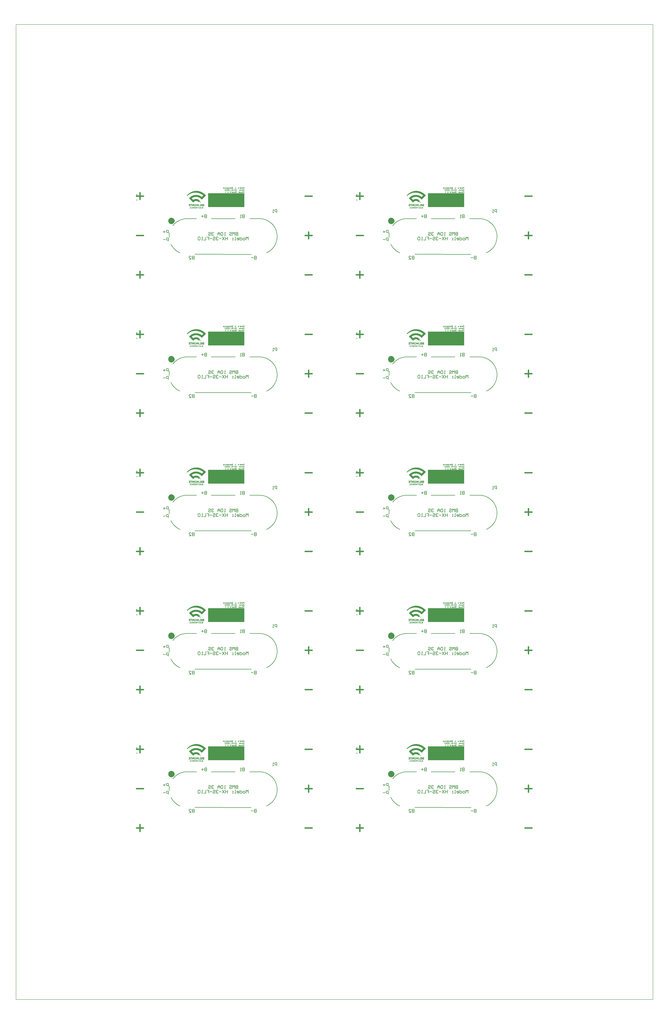
<source format=gbo>
%FSTAX23Y23*%
%MOIN*%
%SFA1B1*%

%IPPOS*%
%ADD10C,0.010000*%
%ADD12C,0.005000*%
%ADD13C,0.025000*%
%ADD31C,0.118110*%
%ADD32C,0.007000*%
%ADD33R,0.704000X0.270000*%
%LNpowerboardv1-1*%
%LPD*%
G36*
X03497Y04935D02*
X03501D01*
Y04934*
X03505*
Y04934*
X03511*
Y04933*
X03513*
Y04933*
X03517*
Y04933*
X03519*
Y04932*
X03523*
Y04932*
X03525*
Y04931*
X03527*
Y04931*
X0353*
Y0493*
X03533*
Y0493*
X03535*
Y04929*
X03537*
Y04929*
X03538*
Y04928*
X03541*
Y04928*
X03542*
Y04927*
X03544*
Y04927*
X03546*
Y04927*
X03547*
Y04926*
X03549*
Y04926*
X0355*
Y04925*
X03552*
Y04925*
X03553*
Y04924*
X03555*
Y04924*
X03556*
Y04923*
X03558*
Y04923*
X03559*
Y04922*
X0356*
Y04922*
X03562*
Y04922*
X03563*
Y04921*
X03564*
Y04921*
X03565*
Y0492*
X03566*
Y0492*
X03568*
Y04919*
X03569*
Y04919*
X0357*
Y04918*
X03571*
Y04918*
X03572*
Y04917*
X03574*
Y04917*
X03575*
Y04917*
X03576*
Y04916*
X03577*
Y04916*
X03578*
Y04915*
X03579*
Y04915*
X0358*
Y04914*
X03581*
Y04914*
X03582*
Y04913*
X03583*
Y04913*
X03584*
Y04912*
X03585*
Y04912*
X03586*
Y04912*
X03587*
Y04911*
X03588*
Y04911*
X03589*
Y0491*
X0359*
Y0491*
X03591*
Y04909*
X03591*
Y04909*
X03593*
Y04908*
X03593*
Y04908*
X03594*
Y04907*
X03595*
Y04907*
X03596*
Y04907*
X03597*
Y04906*
X03598*
Y04906*
X03598*
Y04905*
X03599*
Y04905*
X036*
Y04904*
X03601*
Y04904*
X03601*
Y04903*
X03603*
Y04903*
X03603*
Y04902*
X03604*
Y04902*
X03605*
Y04902*
X03606*
Y04901*
X03606*
Y04901*
X03607*
Y049*
X03608*
Y049*
X03609*
Y04899*
X03609*
Y04899*
X03611*
Y04898*
X03611*
Y04898*
X03612*
Y04897*
X03613*
Y04897*
X03613*
Y04896*
X03614*
Y04896*
X03615*
Y04896*
X03616*
Y04895*
X03616*
Y04895*
X03617*
Y04894*
X03617*
Y04894*
X03618*
Y04893*
X03619*
Y04893*
X0362*
Y04892*
X03621*
Y04892*
X03621*
Y04891*
X03621*
Y04891*
X03622*
Y04891*
X03623*
Y0489*
X03624*
Y0489*
X03624*
Y04889*
X03625*
Y04889*
X03626*
Y04888*
X03626*
Y04888*
X03627*
Y04887*
X03627*
Y04887*
X03628*
Y04886*
X03628*
Y04886*
X03629*
Y04886*
X0363*
Y04885*
X03631*
Y04885*
X03631*
Y04884*
X03631*
Y04884*
X03632*
Y04883*
X03633*
Y04883*
X03633*
Y04882*
X03634*
Y04882*
X03635*
Y04881*
X03635*
Y04881*
X03636*
Y04881*
X03637*
Y0488*
X03637*
Y0488*
X03637*
Y04879*
X03638*
Y04879*
X03639*
Y04878*
X0364*
Y04878*
X0364*
Y04877*
X03641*
Y04877*
X03641*
Y04876*
X03642*
Y04876*
X03642*
Y04876*
X03643*
Y04875*
X03643*
Y04875*
X03644*
Y04874*
X03645*
Y04874*
X03645*
Y04873*
X03646*
Y04873*
X03647*
Y04872*
X03647*
Y04872*
X03647*
Y04871*
X03648*
Y04871*
X03648*
Y04871*
X03649*
Y0487*
X0365*
Y0487*
X0365*
Y04869*
X03651*
Y04869*
X03652*
Y04868*
X03652*
Y04868*
X03652*
Y04867*
X03653*
Y04867*
X03653*
Y04866*
X03654*
Y04866*
X03654*
Y04866*
X03655*
Y04865*
X03655*
Y04865*
X03656*
Y04864*
X03656*
Y04864*
X03657*
Y04863*
X03657*
Y04863*
X03658*
Y04862*
X03658*
Y04862*
X03659*
Y04861*
X03659*
Y04861*
X0366*
Y0486*
X0366*
Y0486*
X03661*
Y0486*
X03661*
Y04859*
X03662*
Y04859*
X03662*
Y04858*
X03663*
Y04858*
X03663*
Y04857*
X03664*
Y04857*
X03664*
Y04856*
X03665*
Y04856*
X03665*
Y04855*
X03666*
Y04855*
X03666*
Y04855*
X03667*
Y04854*
X03667*
Y04854*
X03668*
Y04853*
X03668*
Y04853*
X03668*
Y04852*
X03669*
Y04852*
X03669*
Y04851*
X0367*
Y04851*
X0367*
Y0485*
X03671*
Y0485*
X03671*
Y04847*
X03671*
Y04846*
X0367*
Y04845*
X0367*
Y04845*
X03669*
Y04844*
X03668*
Y04843*
X03668*
Y04842*
X03667*
Y04841*
X03666*
Y0484*
X03665*
Y0484*
X03664*
Y04839*
X03663*
Y04838*
X03662*
Y04837*
X03662*
Y04837*
X03661*
Y04836*
X0366*
Y04835*
X03659*
Y04835*
X03659*
Y04834*
X03658*
Y04833*
X03657*
Y04832*
X03656*
Y04831*
X03656*
Y0483*
X03655*
Y04829*
X03654*
Y04829*
X03653*
Y04828*
X03652*
Y04827*
X03652*
Y04827*
X03651*
Y04826*
X03651*
Y04826*
X0365*
Y04825*
X03649*
Y04824*
X03649*
Y04824*
X03648*
Y04824*
X03648*
Y04823*
X03647*
Y04823*
X03647*
Y04822*
X03646*
Y04821*
X03646*
Y04821*
X03645*
Y0482*
X03645*
Y0482*
X03644*
Y04819*
X03644*
Y04819*
X03643*
Y04819*
X03643*
Y04818*
X03642*
Y04818*
X03642*
Y04817*
X03642*
Y04817*
X03641*
Y04816*
X03641*
Y04816*
X0364*
Y04815*
X0364*
Y04815*
X03639*
Y04814*
X03639*
Y04814*
X03638*
Y04814*
X03638*
Y04813*
X03637*
Y04813*
X03637*
Y04812*
X03637*
Y04812*
X03636*
Y04811*
X03636*
Y04811*
X03635*
Y0481*
X03635*
Y0481*
X03634*
Y04809*
X03634*
Y04809*
X03633*
Y04809*
X03633*
Y04808*
X03632*
Y04808*
X03632*
Y04807*
X03631*
Y04807*
X03631*
Y04806*
X03631*
Y04806*
X0363*
Y04805*
X0363*
Y04805*
X03629*
Y04804*
X03629*
Y04804*
X03628*
Y04804*
X03628*
Y04803*
X03627*
Y04803*
X03627*
Y04802*
X03626*
Y04802*
X03626*
Y04801*
X03626*
Y04801*
X03625*
Y048*
X03625*
Y048*
X03624*
Y04799*
X03624*
Y04799*
X03623*
Y04798*
X03623*
Y04798*
X03622*
Y04798*
X03622*
Y04797*
X03621*
Y04797*
X03621*
Y04796*
X03621*
Y04796*
X0362*
Y04795*
X0362*
Y04795*
X03619*
Y04794*
X03619*
Y04794*
X03618*
Y04793*
X03618*
Y04793*
X03617*
Y04793*
X03617*
Y04792*
X03616*
Y04792*
X03616*
Y04791*
X03616*
Y04791*
X03615*
Y0479*
X03615*
Y0479*
X03614*
Y04789*
X03614*
Y04789*
X03613*
Y04788*
X03613*
Y04788*
X03612*
Y04788*
X03612*
Y04787*
X03611*
Y04787*
X03611*
Y04786*
X03611*
Y04786*
X0361*
Y04785*
X0361*
Y04785*
X03609*
Y04784*
X03609*
Y04784*
X03608*
Y04783*
X03608*
Y04783*
X03607*
Y04783*
X03607*
Y04782*
X03606*
Y04782*
X03606*
Y04781*
X03606*
Y04781*
X03605*
Y0478*
X03605*
Y0478*
X03604*
Y04779*
X03604*
Y04779*
X03603*
Y04778*
X03603*
Y04778*
X03602*
Y04778*
X03602*
Y04777*
X03601*
Y04777*
X03601*
Y04776*
X036*
Y04776*
X036*
Y04775*
X036*
Y04775*
X03599*
Y04774*
X03599*
Y04774*
X03598*
Y04773*
X03598*
Y04773*
X03597*
Y04773*
X03597*
Y04772*
X03596*
Y04772*
X03596*
Y04771*
X03595*
Y04771*
X03595*
Y0477*
X03595*
Y0477*
X03594*
Y04769*
X03594*
Y04769*
X03593*
Y04768*
X03592*
Y04768*
X0359*
Y04768*
X03589*
Y04769*
X03589*
Y04769*
X03588*
Y0477*
X03587*
Y0477*
X03587*
Y04771*
X03586*
Y04771*
X03586*
Y04772*
X03585*
Y04772*
X03585*
Y04773*
X03585*
Y04773*
X03584*
Y04773*
X03584*
Y04774*
X03583*
Y04774*
X03583*
Y04775*
X03582*
Y04775*
X03582*
Y04776*
X03581*
Y04776*
X03581*
Y04777*
X0358*
Y04777*
X0358*
Y04778*
X0358*
Y04778*
X03579*
Y04778*
X03578*
Y04779*
X03578*
Y04779*
X03577*
Y0478*
X03577*
Y0478*
X03576*
Y04781*
X03576*
Y04781*
X03575*
Y04782*
X03575*
Y04782*
X03574*
Y04783*
X03574*
Y04783*
X03573*
Y04783*
X03573*
Y04784*
X03572*
Y04784*
X03571*
Y04785*
X03571*
Y04785*
X0357*
Y04786*
X0357*
Y04786*
X0357*
Y04787*
X03569*
Y04787*
X03568*
Y04788*
X03567*
Y04788*
X03567*
Y04788*
X03566*
Y04789*
X03566*
Y04789*
X03565*
Y0479*
X03564*
Y0479*
X03564*
Y04791*
X03564*
Y04791*
X03563*
Y04792*
X03562*
Y04792*
X03562*
Y04793*
X03561*
Y04793*
X0356*
Y04793*
X0356*
Y04794*
X03559*
Y04794*
X03559*
Y04795*
X03558*
Y04795*
X03557*
Y04796*
X03556*
Y04796*
X03556*
Y04797*
X03555*
Y04797*
X03554*
Y04798*
X03554*
Y04798*
X03553*
Y04798*
X03552*
Y04799*
X03552*
Y04799*
X03551*
Y048*
X0355*
Y048*
X03549*
Y04801*
X03549*
Y04801*
X03548*
Y04802*
X03547*
Y04802*
X03546*
Y04803*
X03545*
Y04803*
X03544*
Y04804*
X03544*
Y04804*
X03543*
Y04804*
X03542*
Y04805*
X03541*
Y04805*
X0354*
Y04806*
X03539*
Y04806*
X03538*
Y04807*
X03537*
Y04807*
X03537*
Y04808*
X03535*
Y04808*
X03534*
Y04809*
X03533*
Y04809*
X03533*
Y04809*
X03531*
Y0481*
X0353*
Y0481*
X03529*
Y04811*
X03528*
Y04811*
X03527*
Y04812*
X03525*
Y04812*
X03524*
Y04813*
X03523*
Y04813*
X03521*
Y04814*
X0352*
Y04814*
X03519*
Y04814*
X03517*
Y04815*
X03515*
Y04815*
X03513*
Y04816*
X03512*
Y04816*
X03509*
Y04817*
X03508*
Y04817*
X03506*
Y04818*
X03503*
Y04818*
X03501*
Y04819*
X03497*
Y04819*
X03494*
Y04819*
X03486*
Y0482*
X03473*
Y04819*
X03465*
Y04819*
X03462*
Y04819*
X03459*
Y04818*
X03457*
Y04818*
X03456*
Y04817*
X03452*
Y04817*
X03451*
Y04816*
X03448*
Y04816*
X03447*
Y04815*
X03445*
Y04815*
X03443*
Y04814*
X03442*
Y04814*
X0344*
Y04814*
X03439*
Y04813*
X03437*
Y04813*
X03436*
Y04812*
X03435*
Y04812*
X03433*
Y04811*
X03432*
Y04811*
X03431*
Y0481*
X0343*
Y0481*
X03429*
Y04809*
X03428*
Y04809*
X03427*
Y04809*
X03425*
Y04808*
X03425*
Y04808*
X03423*
Y04807*
X03422*
Y04807*
X03421*
Y04806*
X0342*
Y04806*
X0342*
Y04805*
X03419*
Y04805*
X03418*
Y04804*
X03417*
Y04804*
X03416*
Y04804*
X03415*
Y04803*
X03414*
Y04803*
X03414*
Y04802*
X03413*
Y04802*
X03412*
Y04801*
X03411*
Y04801*
X0341*
Y048*
X0341*
Y048*
X03409*
Y04799*
X03408*
Y04799*
X03407*
Y04798*
X03406*
Y04798*
X03406*
Y04798*
X03405*
Y04797*
X03404*
Y04797*
X03404*
Y04796*
X03403*
Y04796*
X03403*
Y04795*
X03402*
Y04795*
X03401*
Y04794*
X034*
Y04794*
X03399*
Y04793*
X03399*
Y04793*
X03398*
Y04793*
X03398*
Y04792*
X03397*
Y04791*
X03398*
Y04791*
X03398*
Y0479*
X03399*
Y0479*
X03399*
Y04789*
X03399*
Y04789*
X034*
Y04788*
X034*
Y04788*
X03401*
Y04788*
X03401*
Y04787*
X03402*
Y04787*
X03402*
Y04786*
X03403*
Y04786*
X03403*
Y04785*
X03404*
Y04785*
X03404*
Y04784*
X03404*
Y04784*
X03405*
Y04783*
X03405*
Y04783*
X03406*
Y04783*
X03406*
Y04782*
X03407*
Y04782*
X03407*
Y04781*
X03408*
Y04781*
X03408*
Y0478*
X03409*
Y0478*
X03409*
Y04779*
X0341*
Y04779*
X0341*
Y04778*
X0341*
Y04778*
X03411*
Y04778*
X03411*
Y04777*
X03412*
Y04777*
X03412*
Y04776*
X03413*
Y04776*
X03413*
Y04775*
X03414*
Y04775*
X03414*
Y04774*
X03415*
Y04774*
X03415*
Y04773*
X03415*
Y04773*
X03416*
Y04773*
X03416*
Y04772*
X03417*
Y04772*
X03417*
Y04771*
X03418*
Y04771*
X03418*
Y0477*
X03419*
Y0477*
X03419*
Y04769*
X0342*
Y04769*
X0342*
Y04768*
X0342*
Y04768*
X03421*
Y04768*
X03421*
Y04767*
X03422*
Y04767*
X03422*
Y04766*
X03423*
Y04766*
X03423*
Y04765*
X03424*
Y04765*
X03424*
Y04764*
X03425*
Y04764*
X03425*
Y04763*
X03425*
Y04763*
X03428*
Y04763*
X03429*
Y04764*
X03429*
Y04764*
X0343*
Y04765*
X0343*
Y04765*
X03431*
Y04766*
X03432*
Y04766*
X03433*
Y04767*
X03434*
Y04767*
X03435*
Y04768*
X03436*
Y04768*
X03437*
Y04768*
X03438*
Y04769*
X03439*
Y04769*
X0344*
Y0477*
X03441*
Y0477*
X03441*
Y04771*
X03443*
Y04771*
X03444*
Y04772*
X03445*
Y04772*
X03446*
Y04773*
X03448*
Y04773*
X03449*
Y04773*
X03451*
Y04774*
X03452*
Y04774*
X03454*
Y04775*
X03455*
Y04775*
X03457*
Y04776*
X03459*
Y04776*
X03461*
Y04777*
X03464*
Y04777*
X03466*
Y04778*
X0347*
Y04778*
X03473*
Y04778*
X03483*
Y04778*
X03491*
Y04778*
X03495*
Y04777*
X03498*
Y04777*
X035*
Y04776*
X03502*
Y04776*
X03503*
Y04775*
X03506*
Y04775*
X03507*
Y04774*
X03508*
Y04774*
X0351*
Y04773*
X03511*
Y04773*
X03513*
Y04773*
X03514*
Y04772*
X03515*
Y04772*
X03517*
Y04771*
X03518*
Y04771*
X03518*
Y0477*
X03519*
Y0477*
X03521*
Y04769*
X03522*
Y04769*
X03523*
Y04768*
X03523*
Y04768*
X03524*
Y04768*
X03525*
Y04767*
X03526*
Y04767*
X03527*
Y04766*
X03528*
Y04766*
X03529*
Y04765*
X0353*
Y04765*
X0353*
Y04764*
X03531*
Y04764*
X03532*
Y04763*
X03533*
Y04763*
X03533*
Y04762*
X03534*
Y04762*
X03535*
Y04762*
X03536*
Y04761*
X03536*
Y04761*
X03537*
Y0476*
X03537*
Y0476*
X03538*
Y04759*
X03539*
Y04759*
X03539*
Y04758*
X0354*
Y04758*
X0354*
Y04757*
X03541*
Y04757*
X03542*
Y04757*
X03542*
Y04756*
X03543*
Y04756*
X03543*
Y04755*
X03544*
Y04755*
X03544*
Y04754*
X03545*
Y04754*
X03545*
Y04753*
X03546*
Y04753*
X03546*
Y04752*
X03547*
Y04752*
X03547*
Y04752*
X03548*
Y04751*
X03548*
Y04751*
X03549*
Y0475*
X03549*
Y04749*
X0355*
Y04749*
X0355*
Y04748*
X03551*
Y04747*
X03551*
Y04747*
X03552*
Y04746*
X03552*
Y04745*
X03553*
Y04744*
X03553*
Y04742*
X03554*
Y04741*
X03554*
Y04737*
X03554*
Y04737*
X03554*
Y04732*
X03554*
Y04731*
X03553*
Y0473*
X03553*
Y04729*
X03552*
Y04728*
X03553*
Y04727*
X03553*
Y04727*
X03554*
Y04726*
X03554*
Y04726*
X03555*
Y04726*
X03555*
Y04725*
X03556*
Y04725*
X03556*
Y04724*
X03557*
Y04724*
X03558*
Y04723*
X03558*
Y04723*
X03559*
Y04722*
X03559*
Y04722*
X0356*
Y04721*
X0356*
Y04721*
X03561*
Y04721*
X03561*
Y0472*
X03563*
Y0472*
X03565*
Y04719*
X03568*
Y04719*
X0357*
Y04718*
X03573*
Y04718*
X03575*
Y04717*
X03575*
Y04717*
X03575*
Y04716*
X03576*
Y04715*
X03575*
Y04715*
X03575*
Y04714*
X03575*
Y04713*
X03571*
Y04714*
X03569*
Y04714*
X03567*
Y04715*
X03565*
Y04714*
X03565*
Y04712*
X03565*
Y04711*
X03566*
Y0471*
X03566*
Y04709*
X03567*
Y04708*
X03567*
Y04706*
X03568*
Y04705*
X03567*
Y04704*
X03567*
Y04704*
X03564*
Y04704*
X03564*
Y04705*
X03563*
Y04706*
X03563*
Y04706*
X03562*
Y04708*
X03562*
Y04709*
X03561*
Y0471*
X03561*
Y04711*
X0356*
Y04713*
X0356*
Y04714*
X03559*
Y04715*
X03559*
Y04716*
X03559*
Y04717*
X03558*
Y04717*
X03558*
Y04718*
X03557*
Y04718*
X03556*
Y04719*
X03556*
Y04719*
X03555*
Y0472*
X03554*
Y0472*
X03554*
Y04721*
X03554*
Y04721*
X03553*
Y04721*
X03552*
Y04722*
X03552*
Y04722*
X03551*
Y04723*
X03551*
Y04723*
X0355*
Y04724*
X03549*
Y04724*
X03548*
Y04724*
X03548*
Y04723*
X03547*
Y04723*
X03547*
Y04722*
X03546*
Y04722*
X03545*
Y04721*
X03545*
Y04721*
X03544*
Y04721*
X03543*
Y0472*
X03541*
Y0472*
X0354*
Y04719*
X03539*
Y04719*
X03532*
Y04719*
X0353*
Y0472*
X03529*
Y0472*
X03528*
Y04721*
X03527*
Y04721*
X03526*
Y04721*
X03525*
Y04722*
X03525*
Y04722*
X03524*
Y04723*
X03524*
Y04723*
X03523*
Y04724*
X03523*
Y04724*
X03522*
Y04725*
X03522*
Y04725*
X03521*
Y04726*
X0352*
Y04726*
X0352*
Y04726*
X03519*
Y04727*
X03519*
Y04727*
X03518*
Y04728*
X03518*
Y04728*
X03517*
Y04729*
X03517*
Y04729*
X03516*
Y0473*
X03515*
Y0473*
X03514*
Y04731*
X03514*
Y04731*
X03513*
Y04731*
X03513*
Y04732*
X03512*
Y04732*
X03511*
Y04733*
X0351*
Y04733*
X0351*
Y04734*
X03509*
Y04734*
X03508*
Y04735*
X03507*
Y04735*
X03506*
Y04736*
X03505*
Y04736*
X03504*
Y04737*
X03503*
Y04737*
X03502*
Y04737*
X03501*
Y04738*
X03499*
Y04738*
X03497*
Y04739*
X03496*
Y04739*
X03495*
Y0474*
X03492*
Y0474*
X0349*
Y04741*
X03487*
Y04741*
X0348*
Y04742*
X03477*
Y04741*
X03473*
Y04741*
X03468*
Y0474*
X03467*
Y0474*
X03465*
Y04739*
X03463*
Y04739*
X03461*
Y04738*
X0346*
Y04738*
X03459*
Y04737*
X03458*
Y04737*
X03457*
Y04737*
X03456*
Y04736*
X03455*
Y04736*
X03454*
Y04735*
X03452*
Y04735*
X03452*
Y04734*
X03451*
Y04734*
X0345*
Y04733*
X03449*
Y04733*
X03449*
Y04732*
X03448*
Y04732*
X03447*
Y04731*
X03447*
Y04731*
X03446*
Y04731*
X03446*
Y0473*
X03445*
Y0473*
X03444*
Y04729*
X03444*
Y04729*
X03443*
Y04728*
X03442*
Y04728*
X03442*
Y04727*
X03441*
Y04727*
X03441*
Y04726*
X03441*
Y04726*
X0344*
Y04726*
X0344*
Y04725*
X03439*
Y04725*
X03439*
Y04724*
X03438*
Y04724*
X03438*
Y04723*
X03437*
Y04723*
X03437*
Y04722*
X03436*
Y04722*
X03435*
Y04721*
X03435*
Y04721*
X03435*
Y04721*
X03434*
Y0472*
X03434*
Y0472*
X03433*
Y04719*
X03433*
Y04719*
X03432*
Y04718*
X03432*
Y04718*
X03431*
Y04717*
X03431*
Y04717*
X0343*
Y04716*
X0343*
Y04716*
X0343*
Y04716*
X03429*
Y04715*
X03429*
Y04715*
X03428*
Y04714*
X03428*
Y04714*
X03427*
Y04713*
X03426*
Y04713*
X03425*
Y04712*
X03425*
Y04713*
X03423*
Y04713*
X03422*
Y04714*
X03422*
Y04714*
X03421*
Y04715*
X03421*
Y04715*
X0342*
Y04716*
X0342*
Y04716*
X0342*
Y04716*
X03419*
Y04717*
X03419*
Y04717*
X03418*
Y04718*
X03418*
Y04718*
X03417*
Y04719*
X03417*
Y04719*
X03416*
Y0472*
X03416*
Y0472*
X03415*
Y04721*
X03415*
Y04721*
X03415*
Y04721*
X03414*
Y04722*
X03414*
Y04722*
X03413*
Y04723*
X03413*
Y04723*
X03412*
Y04724*
X03412*
Y04724*
X03411*
Y04725*
X03411*
Y04725*
X0341*
Y04726*
X0341*
Y04726*
X0341*
Y04726*
X03409*
Y04727*
X03409*
Y04727*
X03408*
Y04728*
X03408*
Y04728*
X03407*
Y04729*
X03407*
Y04729*
X03406*
Y0473*
X03406*
Y0473*
X03405*
Y04731*
X03405*
Y04731*
X03404*
Y04731*
X03404*
Y04732*
X03404*
Y04732*
X03403*
Y04733*
X03403*
Y04733*
X03402*
Y04734*
X03402*
Y04734*
X03401*
Y04735*
X03401*
Y04735*
X034*
Y04736*
X034*
Y04736*
X03399*
Y04737*
X03399*
Y04737*
X03399*
Y04737*
X03398*
Y04738*
X03398*
Y04738*
X03397*
Y04739*
X03397*
Y04739*
X03396*
Y0474*
X03396*
Y0474*
X03395*
Y04741*
X03395*
Y04741*
X03394*
Y04742*
X03394*
Y04742*
X03394*
Y04742*
X03393*
Y04743*
X03393*
Y04743*
X03392*
Y04744*
X03392*
Y04744*
X03391*
Y04745*
X03391*
Y04745*
X0339*
Y04746*
X0339*
Y04746*
X03389*
Y04747*
X03389*
Y04747*
X03389*
Y04747*
X03388*
Y04748*
X03388*
Y04748*
X03387*
Y04749*
X03387*
Y04749*
X03386*
Y0475*
X03386*
Y0475*
X03385*
Y04751*
X03385*
Y04751*
X03384*
Y04752*
X03384*
Y04752*
X03384*
Y04752*
X03383*
Y04753*
X03383*
Y04753*
X03382*
Y04754*
X03382*
Y04754*
X03381*
Y04755*
X03381*
Y04755*
X0338*
Y04756*
X0338*
Y04756*
X03379*
Y04757*
X03379*
Y04757*
X03379*
Y04757*
X03378*
Y04758*
X03378*
Y04758*
X03377*
Y04759*
X03377*
Y04759*
X03376*
Y0476*
X03376*
Y0476*
X03375*
Y04761*
X03375*
Y04761*
X03374*
Y04762*
X03374*
Y04762*
X03373*
Y04762*
X03373*
Y04763*
X03373*
Y04763*
X03372*
Y04764*
X03372*
Y04764*
X03371*
Y04765*
X03371*
Y04765*
X0337*
Y04766*
X0337*
Y04766*
X03369*
Y04767*
X03369*
Y04767*
X03368*
Y04768*
X03368*
Y04768*
X03368*
Y04768*
X03367*
Y04769*
X03367*
Y04769*
X03366*
Y0477*
X03366*
Y0477*
X03365*
Y04771*
X03365*
Y04771*
X03364*
Y04772*
X03364*
Y04772*
X03363*
Y04773*
X03363*
Y04773*
X03363*
Y04773*
X03362*
Y04774*
X03362*
Y04774*
X03361*
Y04775*
X03361*
Y04775*
X0336*
Y04776*
X0336*
Y04776*
X03359*
Y04777*
X03359*
Y04777*
X03358*
Y04778*
X03358*
Y04778*
X03358*
Y04778*
X03357*
Y04779*
X03357*
Y04779*
X03356*
Y0478*
X03356*
Y0478*
X03355*
Y04781*
X03354*
Y04782*
X03354*
Y04782*
X03353*
Y04783*
X03353*
Y04783*
X03353*
Y04783*
X03352*
Y04784*
X03351*
Y04785*
X03351*
Y04785*
X0335*
Y04786*
X0335*
Y04787*
X03349*
Y04787*
X03348*
Y04788*
X03348*
Y04788*
X03348*
Y04789*
X03347*
Y0479*
X03346*
Y0479*
X03346*
Y04791*
X03345*
Y04792*
X03345*
Y04793*
X03345*
Y04795*
X03346*
Y04795*
X03346*
Y04796*
X03347*
Y04797*
X03347*
Y04797*
X03348*
Y04798*
X03348*
Y04798*
X03349*
Y04798*
X03349*
Y04799*
X0335*
Y04799*
X0335*
Y048*
X03351*
Y048*
X03351*
Y04801*
X03352*
Y04801*
X03352*
Y04802*
X03353*
Y04802*
X03353*
Y04803*
X03353*
Y04803*
X03354*
Y04804*
X03354*
Y04804*
X03355*
Y04805*
X03356*
Y04806*
X03357*
Y04806*
X03358*
Y04807*
X03358*
Y04807*
X03358*
Y04808*
X03359*
Y04808*
X03359*
Y04809*
X0336*
Y04809*
X0336*
Y04809*
X03361*
Y0481*
X03362*
Y0481*
X03362*
Y04811*
X03363*
Y04811*
X03363*
Y04812*
X03364*
Y04812*
X03364*
Y04813*
X03365*
Y04813*
X03365*
Y04814*
X03366*
Y04814*
X03366*
Y04814*
X03367*
Y04815*
X03368*
Y04815*
X03368*
Y04816*
X03368*
Y04816*
X03369*
Y04817*
X0337*
Y04817*
X0337*
Y04818*
X03371*
Y04818*
X03372*
Y04819*
X03372*
Y04819*
X03373*
Y04819*
X03373*
Y0482*
X03374*
Y0482*
X03375*
Y04821*
X03375*
Y04821*
X03376*
Y04822*
X03376*
Y04822*
X03377*
Y04823*
X03378*
Y04823*
X03379*
Y04824*
X03379*
Y04824*
X03379*
Y04824*
X0338*
Y04825*
X03381*
Y04825*
X03381*
Y04826*
X03382*
Y04826*
X03383*
Y04827*
X03384*
Y04827*
X03384*
Y04828*
X03384*
Y04828*
X03385*
Y04829*
X03386*
Y04829*
X03387*
Y04829*
X03388*
Y0483*
X03389*
Y0483*
X03389*
Y04831*
X0339*
Y04831*
X03391*
Y04832*
X03391*
Y04832*
X03392*
Y04833*
X03393*
Y04833*
X03394*
Y04834*
X03394*
Y04834*
X03395*
Y04835*
X03396*
Y04835*
X03397*
Y04835*
X03398*
Y04836*
X03399*
Y04836*
X03399*
Y04837*
X034*
Y04837*
X03401*
Y04838*
X03402*
Y04838*
X03403*
Y04839*
X03404*
Y04839*
X03404*
Y0484*
X03405*
Y0484*
X03406*
Y0484*
X03407*
Y04841*
X03408*
Y04841*
X03409*
Y04842*
X0341*
Y04842*
X03411*
Y04843*
X03412*
Y04843*
X03413*
Y04844*
X03414*
Y04844*
X03415*
Y04845*
X03417*
Y04845*
X03418*
Y04845*
X03419*
Y04846*
X0342*
Y04846*
X03421*
Y04847*
X03422*
Y04847*
X03424*
Y04848*
X03425*
Y04848*
X03426*
Y04849*
X03428*
Y04849*
X03429*
Y0485*
X03431*
Y0485*
X03432*
Y0485*
X03434*
Y04851*
X03436*
Y04851*
X03437*
Y04852*
X03439*
Y04852*
X0344*
Y04853*
X03442*
Y04853*
X03446*
Y04854*
X03447*
Y04854*
X03451*
Y04855*
X03453*
Y04855*
X03456*
Y04855*
X03461*
Y04856*
X03466*
Y04856*
X03473*
Y04857*
X03481*
Y04856*
X03496*
Y04856*
X03498*
Y04855*
X03502*
Y04855*
X03506*
Y04855*
X03509*
Y04854*
X03513*
Y04854*
X03514*
Y04853*
X03516*
Y04853*
X03518*
Y04852*
X0352*
Y04852*
X03523*
Y04851*
X03524*
Y04851*
X03526*
Y0485*
X03528*
Y0485*
X03529*
Y0485*
X03531*
Y04849*
X03532*
Y04849*
X03533*
Y04848*
X03534*
Y04848*
X03536*
Y04847*
X03537*
Y04847*
X03539*
Y04846*
X0354*
Y04846*
X03541*
Y04845*
X03543*
Y04845*
X03544*
Y04845*
X03545*
Y04844*
X03546*
Y04844*
X03547*
Y04843*
X03548*
Y04843*
X03549*
Y04842*
X0355*
Y04842*
X03551*
Y04841*
X03552*
Y04841*
X03554*
Y0484*
X03554*
Y0484*
X03555*
Y0484*
X03556*
Y04839*
X03558*
Y04839*
X03559*
Y04838*
X03559*
Y04838*
X0356*
Y04837*
X03561*
Y04837*
X03562*
Y04836*
X03563*
Y04836*
X03564*
Y04835*
X03564*
Y04835*
X03565*
Y04835*
X03566*
Y04834*
X03567*
Y04834*
X03568*
Y04833*
X03568*
Y04833*
X03569*
Y04832*
X0357*
Y04832*
X0357*
Y04831*
X03571*
Y04831*
X03572*
Y0483*
X03573*
Y0483*
X03574*
Y04829*
X03575*
Y04829*
X03575*
Y04829*
X03576*
Y04828*
X03576*
Y04828*
X03577*
Y04827*
X03578*
Y04827*
X03579*
Y04826*
X03579*
Y04826*
X0358*
Y04825*
X0358*
Y04825*
X03581*
Y04824*
X03582*
Y04824*
X03582*
Y04824*
X03583*
Y04823*
X03584*
Y04823*
X03584*
Y04822*
X03585*
Y04822*
X03586*
Y04821*
X03586*
Y04821*
X03587*
Y0482*
X03587*
Y0482*
X03588*
Y04819*
X03589*
Y04819*
X0359*
Y04819*
X03591*
Y04819*
X03591*
Y04819*
X03592*
Y0482*
X03592*
Y0482*
X03593*
Y04821*
X03593*
Y04821*
X03594*
Y04822*
X03594*
Y04822*
X03595*
Y04823*
X03595*
Y04823*
X03595*
Y04824*
X03596*
Y04824*
X03596*
Y04824*
X03597*
Y04825*
X03597*
Y04825*
X03598*
Y04826*
X03598*
Y04826*
X03599*
Y04827*
X03599*
Y04827*
X036*
Y04828*
X036*
Y04828*
X036*
Y04829*
X03601*
Y04829*
X03601*
Y04829*
X03602*
Y0483*
X03602*
Y0483*
X03603*
Y04831*
X03603*
Y04831*
X03604*
Y04832*
X03604*
Y04832*
X03605*
Y04833*
X03605*
Y04833*
X03606*
Y04834*
X03606*
Y04834*
X03606*
Y04835*
X03607*
Y04835*
X03607*
Y04835*
X03608*
Y04836*
X03608*
Y04836*
X03609*
Y04837*
X03609*
Y04837*
X0361*
Y04838*
X0361*
Y04838*
X03611*
Y04839*
X03611*
Y04839*
X03611*
Y0484*
X03612*
Y0484*
X03612*
Y0484*
X03613*
Y04841*
X03613*
Y04841*
X03614*
Y04842*
X03614*
Y04842*
X03615*
Y04843*
X03615*
Y04843*
X03616*
Y04844*
X03616*
Y04844*
X03616*
Y04845*
X03617*
Y04845*
X03617*
Y04845*
X03618*
Y04846*
X03618*
Y04846*
X03619*
Y04847*
X03619*
Y04848*
X03619*
Y04848*
X03618*
Y04849*
X03618*
Y04849*
X03617*
Y0485*
X03616*
Y0485*
X03616*
Y0485*
X03616*
Y04851*
X03615*
Y04851*
X03614*
Y04852*
X03614*
Y04852*
X03613*
Y04853*
X03612*
Y04853*
X03612*
Y04854*
X03611*
Y04854*
X03611*
Y04855*
X0361*
Y04855*
X0361*
Y04855*
X03609*
Y04856*
X03608*
Y04856*
X03608*
Y04857*
X03607*
Y04857*
X03606*
Y04858*
X03606*
Y04858*
X03605*
Y04859*
X03605*
Y04859*
X03604*
Y0486*
X03603*
Y0486*
X03602*
Y0486*
X03602*
Y04861*
X03601*
Y04861*
X036*
Y04862*
X036*
Y04862*
X03599*
Y04863*
X03598*
Y04863*
X03597*
Y04864*
X03597*
Y04864*
X03596*
Y04865*
X03595*
Y04865*
X03595*
Y04866*
X03594*
Y04866*
X03593*
Y04866*
X03592*
Y04867*
X03592*
Y04867*
X03591*
Y04868*
X0359*
Y04868*
X0359*
Y04869*
X03588*
Y04869*
X03588*
Y0487*
X03587*
Y0487*
X03586*
Y04871*
X03585*
Y04871*
X03585*
Y04871*
X03584*
Y04872*
X03583*
Y04872*
X03582*
Y04873*
X03581*
Y04873*
X0358*
Y04874*
X0358*
Y04874*
X03578*
Y04875*
X03578*
Y04875*
X03577*
Y04876*
X03576*
Y04876*
X03575*
Y04876*
X03574*
Y04877*
X03573*
Y04877*
X03572*
Y04878*
X03571*
Y04878*
X0357*
Y04879*
X03569*
Y04879*
X03569*
Y0488*
X03567*
Y0488*
X03567*
Y04881*
X03565*
Y04881*
X03564*
Y04881*
X03563*
Y04882*
X03562*
Y04882*
X03561*
Y04883*
X0356*
Y04883*
X03559*
Y04884*
X03558*
Y04884*
X03557*
Y04885*
X03555*
Y04885*
X03554*
Y04886*
X03553*
Y04886*
X03552*
Y04886*
X0355*
Y04887*
X0355*
Y04887*
X03548*
Y04888*
X03547*
Y04888*
X03545*
Y04889*
X03544*
Y04889*
X03543*
Y0489*
X03541*
Y0489*
X0354*
Y04891*
X03539*
Y04891*
X03537*
Y04891*
X03535*
Y04892*
X03533*
Y04892*
X03533*
Y04893*
X0353*
Y04893*
X03529*
Y04894*
X03526*
Y04894*
X03525*
Y04895*
X03523*
Y04895*
X0352*
Y04896*
X03519*
Y04896*
X03516*
Y04896*
X03514*
Y04897*
X03511*
Y04897*
X03509*
Y04898*
X03507*
Y04898*
X03503*
Y04899*
X03501*
Y04899*
X03497*
Y049*
X03493*
Y049*
X03491*
Y04901*
X03481*
Y04901*
X03471*
Y04902*
X03464*
Y04901*
X03454*
Y04901*
X03445*
Y049*
X03442*
Y049*
X03439*
Y04899*
X03434*
Y04899*
X03431*
Y04898*
X03427*
Y04898*
X03425*
Y04897*
X03424*
Y04897*
X03421*
Y04896*
X0342*
Y04896*
X03417*
Y04896*
X03415*
Y04895*
X03412*
Y04895*
X03411*
Y04894*
X0341*
Y04894*
X03407*
Y04893*
X03406*
Y04893*
X03404*
Y04892*
X03403*
Y04892*
X03401*
Y04891*
X03399*
Y04891*
X03399*
Y04891*
X03397*
Y0489*
X03396*
Y0489*
X03394*
Y04889*
X03393*
Y04889*
X03392*
Y04888*
X0339*
Y04888*
X03389*
Y04887*
X03388*
Y04887*
X03387*
Y04886*
X03385*
Y04886*
X03384*
Y04886*
X03383*
Y04885*
X03381*
Y04885*
X03381*
Y04884*
X03379*
Y04884*
X03379*
Y04883*
X03377*
Y04883*
X03376*
Y04882*
X03375*
Y04882*
X03374*
Y04881*
X03373*
Y04881*
X03373*
Y04881*
X03372*
Y0488*
X03371*
Y0488*
X0337*
Y04879*
X03369*
Y04879*
X03368*
Y04878*
X03367*
Y04878*
X03366*
Y04877*
X03365*
Y04877*
X03364*
Y04876*
X03363*
Y04876*
X03362*
Y04876*
X03361*
Y04875*
X0336*
Y04875*
X0336*
Y04874*
X03359*
Y04874*
X03358*
Y04873*
X03358*
Y04873*
X03357*
Y04872*
X03356*
Y04872*
X03355*
Y04871*
X03354*
Y04871*
X03353*
Y04871*
X03353*
Y0487*
X03352*
Y0487*
X03351*
Y04869*
X03351*
Y04869*
X0335*
Y04868*
X03349*
Y04868*
X03348*
Y04867*
X03348*
Y04867*
X03347*
Y04866*
X03346*
Y04866*
X03346*
Y04866*
X03345*
Y04865*
X03344*
Y04865*
X03343*
Y04864*
X03343*
Y04864*
X03343*
Y04863*
X03342*
Y04863*
X03341*
Y04862*
X03341*
Y04862*
X0334*
Y04861*
X03339*
Y04861*
X03338*
Y0486*
X03338*
Y0486*
X03337*
Y0486*
X03337*
Y04859*
X03336*
Y04859*
X03335*
Y04858*
X03335*
Y04858*
X03334*
Y04857*
X03334*
Y04857*
X03333*
Y04856*
X03333*
Y04856*
X03332*
Y04855*
X03332*
Y04855*
X03331*
Y04855*
X03331*
Y04854*
X0333*
Y04854*
X03329*
Y04853*
X03329*
Y04853*
X03328*
Y04852*
X03328*
Y04852*
X03327*
Y04851*
X03327*
Y04851*
X03326*
Y0485*
X03326*
Y0485*
X03325*
Y0485*
X03325*
Y04849*
X03324*
Y04849*
X03324*
Y04848*
X03323*
Y04848*
X03323*
Y04847*
X03322*
Y04847*
X03322*
Y04846*
X03321*
Y04846*
X03321*
Y04845*
X0332*
Y04845*
X0332*
Y04845*
X03319*
Y04844*
X03319*
Y04844*
X03318*
Y04843*
X03317*
Y04843*
X03317*
Y04842*
X03316*
Y04842*
X03315*
Y04841*
X03314*
Y04841*
X03313*
Y0484*
X03309*
Y04841*
X03307*
Y04841*
X03307*
Y04842*
X03306*
Y04842*
X03306*
Y04843*
X03306*
Y04843*
X03305*
Y04844*
X03305*
Y04845*
X03304*
Y04849*
X03305*
Y0485*
X03305*
Y04851*
X03306*
Y04852*
X03306*
Y04852*
X03306*
Y04853*
X03307*
Y04854*
X03307*
Y04854*
X03308*
Y04855*
X03308*
Y04855*
X03309*
Y04856*
X03309*
Y04856*
X0331*
Y04857*
X0331*
Y04857*
X03311*
Y04858*
X03311*
Y04858*
X03312*
Y04859*
X03312*
Y0486*
X03313*
Y0486*
X03314*
Y04861*
X03315*
Y04862*
X03316*
Y04862*
X03316*
Y04863*
X03317*
Y04863*
X03317*
Y04864*
X03317*
Y04864*
X03318*
Y04865*
X03318*
Y04865*
X03319*
Y04866*
X03319*
Y04866*
X0332*
Y04866*
X0332*
Y04867*
X03321*
Y04867*
X03322*
Y04868*
X03322*
Y04868*
X03322*
Y04869*
X03323*
Y04869*
X03323*
Y0487*
X03324*
Y0487*
X03325*
Y04871*
X03325*
Y04871*
X03326*
Y04871*
X03326*
Y04872*
X03327*
Y04872*
X03327*
Y04873*
X03328*
Y04873*
X03328*
Y04874*
X03329*
Y04874*
X03329*
Y04875*
X0333*
Y04875*
X03331*
Y04876*
X03331*
Y04876*
X03332*
Y04876*
X03332*
Y04877*
X03333*
Y04877*
X03333*
Y04878*
X03334*
Y04878*
X03335*
Y04879*
X03335*
Y04879*
X03336*
Y0488*
X03337*
Y0488*
X03337*
Y04881*
X03338*
Y04881*
X03338*
Y04881*
X03339*
Y04882*
X03339*
Y04882*
X0334*
Y04883*
X03341*
Y04883*
X03341*
Y04884*
X03342*
Y04884*
X03343*
Y04885*
X03343*
Y04885*
X03344*
Y04886*
X03344*
Y04886*
X03345*
Y04886*
X03346*
Y04887*
X03347*
Y04887*
X03347*
Y04888*
X03348*
Y04888*
X03348*
Y04889*
X03349*
Y04889*
X0335*
Y0489*
X0335*
Y0489*
X03351*
Y04891*
X03351*
Y04891*
X03352*
Y04891*
X03353*
Y04892*
X03353*
Y04892*
X03354*
Y04893*
X03355*
Y04893*
X03355*
Y04894*
X03356*
Y04894*
X03357*
Y04895*
X03358*
Y04895*
X03358*
Y04896*
X03359*
Y04896*
X03359*
Y04896*
X0336*
Y04897*
X03361*
Y04897*
X03362*
Y04898*
X03363*
Y04898*
X03363*
Y04899*
X03364*
Y04899*
X03364*
Y049*
X03365*
Y049*
X03366*
Y04901*
X03367*
Y04901*
X03368*
Y04902*
X03368*
Y04902*
X03369*
Y04902*
X0337*
Y04903*
X03371*
Y04903*
X03372*
Y04904*
X03372*
Y04904*
X03373*
Y04905*
X03374*
Y04905*
X03375*
Y04906*
X03376*
Y04906*
X03377*
Y04907*
X03378*
Y04907*
X03379*
Y04907*
X03379*
Y04908*
X0338*
Y04908*
X03381*
Y04909*
X03382*
Y04909*
X03383*
Y0491*
X03384*
Y0491*
X03384*
Y04911*
X03385*
Y04911*
X03386*
Y04912*
X03387*
Y04912*
X03388*
Y04912*
X03389*
Y04913*
X0339*
Y04913*
X03391*
Y04914*
X03392*
Y04914*
X03393*
Y04915*
X03394*
Y04915*
X03394*
Y04916*
X03395*
Y04916*
X03396*
Y04917*
X03398*
Y04917*
X03399*
Y04917*
X034*
Y04918*
X03401*
Y04918*
X03402*
Y04919*
X03404*
Y04919*
X03404*
Y0492*
X03406*
Y0492*
X03407*
Y04921*
X03408*
Y04921*
X0341*
Y04922*
X0341*
Y04922*
X03412*
Y04922*
X03413*
Y04923*
X03414*
Y04923*
X03415*
Y04924*
X03417*
Y04924*
X03418*
Y04925*
X0342*
Y04925*
X03421*
Y04926*
X03423*
Y04926*
X03424*
Y04927*
X03426*
Y04927*
X03427*
Y04927*
X03429*
Y04928*
X0343*
Y04928*
X03432*
Y04929*
X03434*
Y04929*
X03436*
Y0493*
X03439*
Y0493*
X0344*
Y04931*
X03443*
Y04931*
X03445*
Y04932*
X03447*
Y04932*
X03451*
Y04933*
X03453*
Y04933*
X03457*
Y04933*
X0346*
Y04934*
X03466*
Y04934*
X03469*
Y04935*
X03477*
Y04935*
X03497*
Y04935*
G37*
G54D12*
X0Y0D02*
X12312D01*
Y18836*
X0*
Y0*
G36*
X03534Y04639D02*
X03534D01*
Y04639*
X03534*
Y04638*
X03533*
Y04638*
X03525*
Y04638*
X03524*
Y0466*
X03523*
Y04659*
X03522*
Y04658*
X03522*
Y04658*
X03521*
Y04657*
X03521*
Y04656*
X0352*
Y04655*
X0352*
Y04654*
X03519*
Y04654*
X03519*
Y04653*
X03518*
Y04652*
X03518*
Y04651*
X03518*
Y0465*
X03517*
Y04649*
X03517*
Y04649*
X03516*
Y04649*
X03516*
Y04647*
X03515*
Y04647*
X03515*
Y04646*
X03514*
Y04645*
X03514*
Y04645*
X03513*
Y04644*
X03512*
Y04645*
X03511*
Y04645*
X03511*
Y04646*
X0351*
Y04647*
X0351*
Y04648*
X03509*
Y04649*
X03509*
Y04649*
X03508*
Y0465*
X03508*
Y04651*
X03508*
Y04652*
X03507*
Y04653*
X03507*
Y04653*
X03506*
Y04654*
X03506*
Y04655*
X03505*
Y04655*
X03505*
Y04656*
X03504*
Y04657*
X03504*
Y04658*
X03503*
Y04659*
X03503*
Y0466*
X03502*
Y04659*
X03501*
Y04659*
X03502*
Y04638*
X03501*
Y04638*
X03492*
Y04638*
X03492*
Y04639*
X03491*
Y04639*
X03492*
Y04678*
X03491*
Y04679*
X03492*
Y0468*
X03502*
Y04679*
X03502*
Y04679*
X03502*
Y04678*
X03503*
Y04677*
X03503*
Y04676*
X03504*
Y04675*
X03504*
Y04675*
X03505*
Y04674*
X03505*
Y04673*
X03506*
Y04672*
X03506*
Y04671*
X03507*
Y04671*
X03507*
Y0467*
X03508*
Y0467*
X03508*
Y04669*
X03508*
Y04668*
X03509*
Y04667*
X03509*
Y04666*
X0351*
Y04666*
X0351*
Y04665*
X03511*
Y04664*
X03511*
Y04663*
X03512*
Y04663*
X03512*
Y04662*
X03513*
Y04662*
X03513*
Y04662*
X03513*
Y04663*
X03514*
Y04664*
X03514*
Y04664*
X03515*
Y04665*
X03515*
Y04666*
X03516*
Y04666*
X03516*
Y04668*
X03517*
Y04668*
X03517*
Y04669*
X03518*
Y0467*
X03518*
Y0467*
X03518*
Y04671*
X03519*
Y04672*
X03519*
Y04673*
X0352*
Y04674*
X0352*
Y04674*
X03521*
Y04675*
X03521*
Y04676*
X03522*
Y04677*
X03522*
Y04677*
X03523*
Y04678*
X03523*
Y04679*
X03523*
Y0468*
X03524*
Y0468*
X03534*
Y04639*
G37*
G36*
X03438Y0468D02*
X03438D01*
Y04638*
X03438*
Y04638*
X03429*
Y04638*
X03428*
Y04639*
X03428*
Y04639*
X03428*
Y04661*
X03427*
Y0466*
X03426*
Y04659*
X03426*
Y04659*
X03425*
Y04658*
X03425*
Y04657*
X03425*
Y04657*
X03424*
Y04656*
X03424*
Y04655*
X03423*
Y04654*
X03423*
Y04654*
X03422*
Y04653*
X03422*
Y04653*
X03421*
Y04652*
X03421*
Y04651*
X0342*
Y0465*
X0342*
Y0465*
X0342*
Y04649*
X03419*
Y04648*
X03419*
Y04648*
X03418*
Y04647*
X03418*
Y04646*
X03417*
Y04645*
X03417*
Y04644*
X03416*
Y04644*
X03416*
Y04643*
X03415*
Y04642*
X03415*
Y04642*
X03415*
Y04641*
X03414*
Y0464*
X03414*
Y04639*
X03413*
Y04639*
X03413*
Y04638*
X03412*
Y04638*
X03404*
Y04638*
X03404*
Y04646*
Y04646*
Y04679*
X03404*
Y0468*
X03414*
Y0468*
X03414*
Y04659*
X03415*
Y04659*
X03415*
Y04659*
X03415*
Y04661*
X03416*
Y04661*
X03416*
Y04662*
X03417*
Y04663*
X03417*
Y04663*
X03418*
Y04664*
X03418*
Y04665*
X03419*
Y04666*
X03419*
Y04666*
X0342*
Y04667*
X0342*
Y04668*
X0342*
Y04669*
X03421*
Y0467*
X03421*
Y0467*
X03422*
Y04671*
X03422*
Y04671*
X03423*
Y04672*
X03423*
Y04673*
X03424*
Y04674*
X03424*
Y04675*
X03425*
Y04675*
X03425*
Y04675*
X03425*
Y04676*
X03426*
Y04677*
X03426*
Y04678*
X03427*
Y04679*
X03427*
Y0468*
X03428*
Y0468*
X03438*
Y0468*
G37*
G36*
X03635D02*
X03635D01*
Y04638*
X03635*
Y04638*
X03615*
Y04638*
X03611*
Y04639*
X03611*
Y04639*
X03609*
Y04639*
X03609*
Y0464*
X03608*
Y0464*
X03607*
Y04641*
X03607*
Y04641*
X03606*
Y04642*
X03606*
Y04643*
X03605*
Y04643*
X03605*
Y04644*
X03604*
Y04644*
X03604*
Y04645*
X03603*
Y04647*
X03603*
Y04648*
X03602*
Y04654*
X03603*
Y04655*
X03603*
Y04656*
X03604*
Y04657*
X03605*
Y04658*
X03605*
Y04659*
X03606*
Y0466*
X03606*
Y04661*
X03606*
Y04662*
X03605*
Y04663*
X03605*
Y04665*
X03604*
Y0467*
X03605*
Y04672*
X03605*
Y04673*
X03606*
Y04674*
X03606*
Y04675*
X03606*
Y04675*
X03607*
Y04676*
X03608*
Y04676*
X03608*
Y04677*
X03609*
Y04677*
X03609*
Y04678*
X0361*
Y04678*
X03611*
Y04679*
X03611*
Y04679*
X03613*
Y0468*
X03614*
Y0468*
X03635*
Y0468*
G37*
G36*
X03598Y04638D02*
X03597D01*
Y04638*
X03572*
Y04638*
X03571*
Y04646*
X03572*
Y04647*
X03588*
Y04648*
X03588*
Y04654*
X03588*
Y04654*
X03586*
Y04654*
X03585*
Y04654*
X03574*
Y04654*
X03573*
Y04663*
X03574*
Y04664*
X03588*
Y04664*
X03588*
Y0467*
X03588*
Y0467*
X03572*
Y04671*
X03572*
Y0468*
X03572*
Y0468*
X03598*
Y04638*
G37*
G36*
X03565D02*
X03564D01*
Y04638*
X03539*
Y04638*
X03539*
Y04639*
X03539*
Y04639*
X03539*
Y04645*
X03539*
Y04646*
X03539*
Y04647*
X03539*
Y04647*
X03555*
Y04648*
X03555*
Y04666*
Y04667*
Y0468*
X03565*
Y04638*
G37*
G36*
X03399Y04672D02*
X034D01*
Y04671*
X03399*
Y04671*
X03399*
Y0467*
X03389*
Y04639*
Y04638*
X03389*
Y04638*
X03379*
Y04638*
X03379*
Y0467*
X03379*
Y0467*
X03368*
Y0468*
X03399*
Y04672*
G37*
G36*
X03364Y0468D02*
X03365D01*
Y04638*
X03364*
Y04638*
X03339*
Y04638*
X03338*
Y04647*
X03339*
Y04647*
X03355*
Y04648*
X03355*
Y04653*
X03355*
Y04654*
X03353*
Y04654*
X03353*
Y04654*
X03341*
Y04654*
X0334*
Y04664*
X03355*
Y04664*
X03355*
Y04665*
Y04665*
Y0467*
X03355*
Y0467*
X03339*
Y0468*
X03364*
Y0468*
G37*
G36*
X03466D02*
X03469D01*
Y04679*
X03471*
Y04679*
X03472*
Y04678*
X03473*
Y04678*
X03475*
Y04677*
X03475*
Y04677*
X03476*
Y04676*
X03477*
Y04676*
X03477*
Y04675*
X03478*
Y04675*
X03479*
Y04675*
X03479*
Y04674*
X0348*
Y04674*
X0348*
Y04673*
X03481*
Y04673*
X03481*
Y04672*
X03482*
Y04671*
X03482*
Y04671*
X03482*
Y0467*
X03483*
Y0467*
X03483*
Y04669*
X03484*
Y04668*
X03484*
Y04667*
X03485*
Y04666*
X03485*
Y04664*
X03486*
Y04663*
X03486*
Y04654*
X03486*
Y04653*
X03485*
Y0465*
X03485*
Y04649*
X03484*
Y04649*
X03484*
Y04648*
X03483*
Y04647*
X03483*
Y04646*
X03482*
Y04646*
X03482*
Y04645*
X03482*
Y04644*
X03481*
Y04644*
X03481*
Y04644*
X0348*
Y04643*
X0348*
Y04643*
X03479*
Y04642*
X03479*
Y04642*
X03478*
Y04641*
X03477*
Y04641*
X03477*
Y0464*
X03477*
Y0464*
X03476*
Y04639*
X03475*
Y04639*
X03474*
Y04639*
X03473*
Y04638*
X03471*
Y04638*
X0347*
Y04637*
X03467*
Y04637*
X03462*
Y04637*
X03459*
Y04638*
X03458*
Y04638*
X03456*
Y04639*
X03456*
Y04639*
X03455*
Y04639*
X03454*
Y0464*
X03453*
Y0464*
X03452*
Y04641*
X03451*
Y04641*
X03451*
Y04642*
X03451*
Y04642*
X0345*
Y04643*
X0345*
Y04643*
X03449*
Y04644*
X03449*
Y04644*
X03448*
Y04644*
X03448*
Y04645*
X03447*
Y04645*
X03447*
Y04646*
X03446*
Y04647*
X03446*
Y04648*
X03446*
Y04649*
X03445*
Y04649*
X03445*
Y0465*
X03444*
Y04652*
X03444*
Y04654*
X03443*
Y04656*
X03443*
Y0466*
X03443*
Y04663*
X03444*
Y04665*
X03444*
Y04666*
X03445*
Y04667*
X03445*
Y04668*
X03446*
Y04669*
X03446*
Y0467*
X03446*
Y0467*
X03447*
Y04671*
X03447*
Y04672*
X03448*
Y04672*
X03448*
Y04673*
X03449*
Y04673*
X03449*
Y04674*
X0345*
Y04674*
X0345*
Y04675*
X03451*
Y04675*
X03451*
Y04675*
X03452*
Y04676*
X03452*
Y04676*
X03453*
Y04677*
X03454*
Y04677*
X03455*
Y04678*
X03456*
Y04678*
X03456*
Y04679*
X03458*
Y04679*
X0346*
Y0468*
X03462*
Y0468*
X03466*
Y0468*
G37*
G36*
X03445Y04623D02*
X03446D01*
Y04596*
X03445*
Y04595*
X03439*
Y0461*
X03438*
Y0461*
X03438*
Y0461*
X03437*
Y04609*
X03437*
Y04608*
X03436*
Y04608*
X03436*
Y04607*
X03435*
Y04607*
X03435*
Y04606*
X03435*
Y04605*
X03434*
Y04604*
X03434*
Y04603*
X03433*
Y04603*
X03433*
Y04602*
X03432*
Y04602*
X03432*
Y04601*
X03431*
Y046*
X03431*
Y04599*
X0343*
Y04598*
X0343*
Y04598*
X0343*
Y04597*
X03429*
Y04597*
X03429*
Y04596*
X03428*
Y04595*
X03423*
Y04623*
X03429*
Y04623*
X0343*
Y04622*
X03429*
Y0461*
X0343*
Y0461*
X0343*
Y0461*
X0343*
Y04611*
X03431*
Y04612*
X03431*
Y04613*
X03432*
Y04613*
X03433*
Y04615*
X03433*
Y04615*
X03434*
Y04616*
X03434*
Y04617*
X03435*
Y04617*
X03435*
Y04618*
X03435*
Y04619*
X03436*
Y0462*
X03436*
Y0462*
X03437*
Y04621*
X03437*
Y04622*
X03438*
Y04623*
X03438*
Y04623*
X03439*
Y04623*
X03445*
Y04623*
G37*
G36*
X03543D02*
X03544D01*
Y04623*
X03545*
Y04622*
X03546*
Y04622*
X03547*
Y04621*
X03548*
Y04621*
X03549*
Y0462*
X03549*
Y0462*
X03549*
Y04619*
X0355*
Y04619*
X03551*
Y04618*
X03551*
Y04618*
X03552*
Y04617*
X03552*
Y04616*
X03553*
Y04615*
X03553*
Y04614*
X03554*
Y04613*
X03554*
Y04605*
X03554*
Y04603*
X03553*
Y04602*
X03553*
Y04602*
X03552*
Y04601*
X03552*
Y046*
X03551*
Y046*
X03551*
Y04599*
X0355*
Y04598*
X0355*
Y04598*
X03549*
Y04597*
X03549*
Y04597*
X03548*
Y04597*
X03547*
Y04596*
X03546*
Y04596*
X03546*
Y04595*
X03544*
Y04595*
X03543*
Y04594*
X03536*
Y04595*
X03536*
Y04595*
X03534*
Y04596*
X03533*
Y04596*
X03532*
Y04597*
X03532*
Y04597*
X03531*
Y04597*
X0353*
Y04598*
X03529*
Y04599*
X03529*
Y046*
X03528*
Y046*
X03528*
Y04601*
X03528*
Y04602*
X03528*
Y04603*
X03529*
Y04603*
X0353*
Y04603*
X0353*
Y04604*
X03532*
Y04605*
X03533*
Y04604*
X03533*
Y04604*
X03534*
Y04603*
X03534*
Y04603*
X03535*
Y04603*
X03536*
Y04602*
X03536*
Y04602*
X03538*
Y04601*
X03539*
Y04601*
X03541*
Y04601*
X03542*
Y04602*
X03544*
Y04602*
X03544*
Y04603*
X03545*
Y04603*
X03545*
Y04603*
X03546*
Y04604*
X03546*
Y04605*
X03547*
Y04606*
X03547*
Y04607*
X03548*
Y04611*
X03547*
Y04612*
X03547*
Y04613*
X03546*
Y04613*
X03546*
Y04614*
X03545*
Y04615*
X03544*
Y04615*
X03544*
Y04616*
X03543*
Y04616*
X03542*
Y04617*
X03538*
Y04616*
X03536*
Y04616*
X03536*
Y04615*
X03535*
Y04615*
X03534*
Y04614*
X03534*
Y04614*
X03533*
Y04613*
X03533*
Y04613*
X03532*
Y04613*
X03532*
Y04614*
X0353*
Y04614*
X0353*
Y04615*
X03528*
Y04615*
X03528*
Y04616*
X03528*
Y04617*
X03528*
Y04618*
X03528*
Y04618*
X03529*
Y04618*
X03529*
Y04619*
X0353*
Y04619*
X0353*
Y0462*
X03531*
Y0462*
X03531*
Y04621*
X03532*
Y04621*
X03533*
Y04622*
X03533*
Y04622*
X03535*
Y04623*
X03536*
Y04623*
X03538*
Y04623*
X03543*
Y04623*
G37*
G36*
X03395D02*
X03397D01*
Y04623*
X03398*
Y04622*
X03399*
Y04622*
X034*
Y04621*
X03401*
Y04621*
X03401*
Y0462*
X03402*
Y0462*
X03403*
Y04619*
X03403*
Y04618*
X03404*
Y04618*
X03404*
Y04618*
X03404*
Y04617*
X03405*
Y04617*
X03405*
Y04615*
X03406*
Y04615*
X03406*
Y04613*
X03407*
Y04612*
X03407*
Y04606*
X03407*
Y04605*
X03406*
Y04603*
X03406*
Y04603*
X03405*
Y04601*
X03405*
Y04601*
X03404*
Y046*
X03404*
Y04599*
X03404*
Y04599*
X03403*
Y04598*
X03403*
Y04598*
X03402*
Y04597*
X03401*
Y04597*
X03401*
Y04597*
X034*
Y04596*
X03399*
Y04596*
X03399*
Y04595*
X03397*
Y04595*
X03396*
Y04594*
X03389*
Y04595*
X03388*
Y04595*
X03387*
Y04596*
X03386*
Y04596*
X03385*
Y04597*
X03384*
Y04597*
X03384*
Y04597*
X03384*
Y04598*
X03383*
Y04598*
X03382*
Y04599*
X03382*
Y046*
X03381*
Y04601*
X0338*
Y04602*
X03381*
Y04603*
X03382*
Y04603*
X03383*
Y04603*
X03383*
Y04604*
X03384*
Y04604*
X03385*
Y04605*
X03386*
Y04604*
X03387*
Y04603*
X03387*
Y04603*
X03388*
Y04603*
X03389*
Y04602*
X03389*
Y04602*
X0339*
Y04601*
X03392*
Y04601*
X03394*
Y04601*
X03395*
Y04602*
X03397*
Y04603*
X03398*
Y04603*
X03398*
Y04603*
X03399*
Y04604*
X03399*
Y04605*
X03399*
Y04605*
X034*
Y04607*
X034*
Y04611*
X034*
Y04613*
X03399*
Y04613*
X03399*
Y04613*
X03399*
Y04614*
X03398*
Y04615*
X03397*
Y04615*
X03397*
Y04616*
X03396*
Y04616*
X03395*
Y04617*
X03391*
Y04616*
X03389*
Y04616*
X03389*
Y04615*
X03388*
Y04615*
X03387*
Y04614*
X03387*
Y04613*
X03386*
Y04613*
X03385*
Y04613*
X03384*
Y04614*
X03383*
Y04614*
X03383*
Y04615*
X03382*
Y04615*
X03381*
Y04616*
X0338*
Y04617*
X03381*
Y04617*
X03381*
Y04618*
X03382*
Y04618*
X03382*
Y04619*
X03383*
Y04619*
X03383*
Y0462*
X03384*
Y0462*
X03384*
Y04621*
X03385*
Y04621*
X03386*
Y04622*
X03386*
Y04622*
X03388*
Y04623*
X03389*
Y04623*
X0339*
Y04623*
X03395*
Y04623*
G37*
G36*
X03616Y04595D02*
X03599D01*
Y04596*
X03599*
Y04597*
X03599*
Y04597*
X03599*
Y04601*
X03599*
Y04602*
X0361*
Y04602*
X0361*
Y04606*
X0361*
Y04606*
X036*
Y04607*
X036*
Y04612*
X036*
Y04613*
X0361*
Y04613*
X0361*
Y04617*
X0361*
Y04617*
X03599*
Y04623*
X03616*
Y04595*
G37*
G36*
X03595Y04619D02*
Y04619D01*
Y04595*
X03577*
Y04602*
X03588*
Y04602*
X03588*
Y04623*
X03595*
Y04619*
G37*
G36*
X03574Y04601D02*
Y04601D01*
Y04595*
X03557*
Y04596*
X03556*
Y04601*
X03557*
Y04602*
X03567*
Y04603*
X03568*
Y04603*
X03567*
Y04605*
X03568*
Y04605*
X03567*
Y04606*
X03558*
Y04613*
X03567*
Y04613*
X03568*
Y04614*
X03567*
Y04616*
X03568*
Y04616*
X03567*
Y04617*
X03557*
Y04622*
X03556*
Y04623*
X03557*
Y04623*
X03574*
Y04601*
G37*
G36*
X03525Y04623D02*
X03526D01*
Y04622*
X03525*
Y04618*
X03526*
Y04618*
X03525*
Y04617*
X03518*
Y04617*
X03518*
Y04614*
Y04613*
Y04595*
X03512*
Y04617*
X03511*
Y04617*
X03505*
Y04618*
X03504*
Y04623*
X03505*
Y04623*
X03525*
Y04623*
G37*
G36*
X03501Y04595D02*
X03495D01*
Y04596*
X03494*
Y04604*
X03491*
Y04603*
X0349*
Y04603*
X0349*
Y04601*
X03489*
Y04601*
X03489*
Y046*
X03488*
Y04599*
X03488*
Y04598*
X03487*
Y04597*
X03487*
Y04597*
X03487*
Y04596*
X03486*
Y04595*
X03479*
Y04596*
X03478*
Y04596*
X03479*
Y04597*
X03479*
Y04597*
X0348*
Y04598*
X0348*
Y04599*
X03481*
Y046*
X03481*
Y04601*
X03482*
Y04601*
X03482*
Y04603*
X03482*
Y04603*
X03483*
Y04604*
X03483*
Y04605*
X03484*
Y04606*
X03483*
Y04607*
X03482*
Y04607*
X03482*
Y04608*
X03482*
Y04608*
X03481*
Y04609*
X03481*
Y0461*
X0348*
Y04612*
X0348*
Y04616*
X0348*
Y04617*
X03481*
Y04618*
X03481*
Y04619*
X03482*
Y04619*
X03482*
Y0462*
X03482*
Y04621*
X03483*
Y04621*
X03483*
Y04622*
X03484*
Y04622*
X03485*
Y04623*
X03486*
Y04623*
X03487*
Y04623*
X03501*
Y04595*
G37*
G36*
X03417D02*
X03411D01*
Y04596*
X0341*
Y04623*
X03411*
Y04623*
X03417*
Y04595*
G37*
G36*
X03466Y04623D02*
X03467D01*
Y04623*
X03469*
Y04622*
X0347*
Y04622*
X0347*
Y04621*
X03471*
Y04621*
X03472*
Y0462*
X03472*
Y0462*
X03473*
Y04619*
X03473*
Y04619*
X03474*
Y04618*
X03475*
Y04618*
X03475*
Y04617*
X03476*
Y04616*
X03476*
Y04615*
X03477*
Y04614*
X03477*
Y04613*
X03477*
Y04605*
X03477*
Y04603*
X03477*
Y04602*
X03476*
Y04602*
X03476*
Y04601*
X03475*
Y046*
X03475*
Y046*
X03474*
Y04599*
X03474*
Y04598*
X03473*
Y04598*
X03473*
Y04597*
X03472*
Y04597*
X03471*
Y04597*
X03471*
Y04596*
X0347*
Y04596*
X03469*
Y04595*
X03467*
Y04595*
X03466*
Y04594*
X0346*
Y04595*
X03459*
Y04595*
X03457*
Y04596*
X03456*
Y04596*
X03456*
Y04597*
X03455*
Y04597*
X03455*
Y04597*
X03454*
Y04598*
X03453*
Y04598*
X03453*
Y04599*
X03452*
Y046*
X03451*
Y04601*
X03451*
Y04602*
X03451*
Y04603*
X0345*
Y04603*
X0345*
Y04605*
X03449*
Y04608*
X03449*
Y0461*
X03449*
Y04613*
X0345*
Y04613*
Y04614*
X0345*
Y04615*
X03451*
Y04616*
X03451*
Y04617*
X03451*
Y04618*
X03452*
Y04618*
X03452*
Y04618*
X03453*
Y04619*
X03453*
Y04619*
X03454*
Y0462*
X03454*
Y0462*
X03455*
Y04621*
X03455*
Y04621*
X03456*
Y04622*
X03457*
Y04622*
X03458*
Y04623*
X03459*
Y04623*
X03461*
Y04623*
X03466*
Y04623*
G37*
G36*
X0337D02*
X03371D01*
Y04623*
X03373*
Y04622*
X03373*
Y04622*
X03374*
Y04621*
X03374*
Y04621*
X03375*
Y0462*
X03375*
Y0462*
X03376*
Y04619*
X03376*
Y04618*
X03377*
Y04617*
X03377*
Y04613*
X03377*
Y04612*
X03376*
Y04611*
X03376*
Y0461*
X03375*
Y0461*
X03375*
Y04609*
X03374*
Y04609*
X03374*
Y04608*
X03373*
Y04608*
X03373*
Y04608*
X03372*
Y04607*
X0337*
Y04607*
X03369*
Y04606*
X03367*
Y04606*
X03367*
Y04605*
X03365*
Y04605*
X03365*
Y04604*
X03364*
Y04602*
X03364*
Y04602*
X03365*
Y04601*
X03366*
Y04601*
X03369*
Y04601*
X0337*
Y04602*
X03371*
Y04603*
X03372*
Y04603*
X03372*
Y04603*
X03373*
Y04604*
X03374*
Y04603*
X03374*
Y04603*
X03375*
Y04603*
X03376*
Y04602*
X03377*
Y04602*
X03378*
Y04601*
X03378*
Y046*
X03378*
Y04599*
X03377*
Y04598*
X03377*
Y04598*
X03376*
Y04597*
X03376*
Y04597*
X03375*
Y04597*
X03375*
Y04596*
X03374*
Y04596*
X03373*
Y04595*
X03372*
Y04595*
X03371*
Y04594*
X03364*
Y04595*
X03363*
Y04595*
X03362*
Y04596*
X03361*
Y04596*
X0336*
Y04597*
X0336*
Y04597*
X03359*
Y04597*
X03359*
Y04598*
X03358*
Y04598*
X03358*
Y04599*
X03358*
Y04602*
X03357*
Y04603*
X03358*
Y04606*
X03358*
Y04607*
X03358*
Y04608*
X03359*
Y04608*
X03359*
Y04608*
X0336*
Y04609*
X0336*
Y04609*
X03361*
Y0461*
X03362*
Y0461*
X03363*
Y04611*
X03363*
Y04611*
X03365*
Y04612*
X03366*
Y04612*
X03367*
Y04613*
X03368*
Y04613*
X03369*
Y04613*
X0337*
Y04614*
X0337*
Y04615*
Y04615*
Y04616*
X03369*
Y04617*
X03366*
Y04616*
X03365*
Y04616*
X03365*
Y04615*
X03364*
Y04615*
X03364*
Y04614*
X03363*
Y04614*
X03363*
Y04614*
X03363*
Y04615*
X03362*
Y04615*
X03361*
Y04616*
X0336*
Y04616*
X03359*
Y04617*
X03359*
Y04617*
X03358*
Y04618*
X03359*
Y04619*
X03359*
Y0462*
X0336*
Y0462*
X03361*
Y04621*
X03362*
Y04622*
X03362*
Y04622*
X03363*
Y04623*
X03364*
Y04623*
X03366*
Y04623*
X0337*
Y04623*
G37*
G36*
X07747Y04935D02*
X07751D01*
Y04934*
X07755*
Y04934*
X07761*
Y04933*
X07763*
Y04933*
X07767*
Y04933*
X07769*
Y04932*
X07773*
Y04932*
X07775*
Y04931*
X07777*
Y04931*
X0778*
Y0493*
X07783*
Y0493*
X07785*
Y04929*
X07787*
Y04929*
X07788*
Y04928*
X07791*
Y04928*
X07792*
Y04927*
X07794*
Y04927*
X07796*
Y04927*
X07797*
Y04926*
X07799*
Y04926*
X078*
Y04925*
X07802*
Y04925*
X07803*
Y04924*
X07805*
Y04924*
X07806*
Y04923*
X07808*
Y04923*
X07809*
Y04922*
X0781*
Y04922*
X07812*
Y04922*
X07813*
Y04921*
X07814*
Y04921*
X07815*
Y0492*
X07816*
Y0492*
X07818*
Y04919*
X07819*
Y04919*
X0782*
Y04918*
X07821*
Y04918*
X07822*
Y04917*
X07824*
Y04917*
X07825*
Y04917*
X07826*
Y04916*
X07827*
Y04916*
X07828*
Y04915*
X07829*
Y04915*
X0783*
Y04914*
X07831*
Y04914*
X07832*
Y04913*
X07833*
Y04913*
X07834*
Y04912*
X07835*
Y04912*
X07836*
Y04912*
X07837*
Y04911*
X07838*
Y04911*
X07839*
Y0491*
X0784*
Y0491*
X07841*
Y04909*
X07841*
Y04909*
X07843*
Y04908*
X07843*
Y04908*
X07844*
Y04907*
X07845*
Y04907*
X07846*
Y04907*
X07847*
Y04906*
X07848*
Y04906*
X07848*
Y04905*
X07849*
Y04905*
X0785*
Y04904*
X07851*
Y04904*
X07851*
Y04903*
X07853*
Y04903*
X07853*
Y04902*
X07854*
Y04902*
X07855*
Y04902*
X07856*
Y04901*
X07856*
Y04901*
X07857*
Y049*
X07858*
Y049*
X07859*
Y04899*
X07859*
Y04899*
X07861*
Y04898*
X07861*
Y04898*
X07862*
Y04897*
X07863*
Y04897*
X07863*
Y04896*
X07864*
Y04896*
X07865*
Y04896*
X07866*
Y04895*
X07866*
Y04895*
X07867*
Y04894*
X07867*
Y04894*
X07868*
Y04893*
X07869*
Y04893*
X0787*
Y04892*
X07871*
Y04892*
X07871*
Y04891*
X07871*
Y04891*
X07872*
Y04891*
X07873*
Y0489*
X07874*
Y0489*
X07874*
Y04889*
X07875*
Y04889*
X07876*
Y04888*
X07876*
Y04888*
X07877*
Y04887*
X07877*
Y04887*
X07878*
Y04886*
X07878*
Y04886*
X07879*
Y04886*
X0788*
Y04885*
X07881*
Y04885*
X07881*
Y04884*
X07881*
Y04884*
X07882*
Y04883*
X07883*
Y04883*
X07883*
Y04882*
X07884*
Y04882*
X07885*
Y04881*
X07885*
Y04881*
X07886*
Y04881*
X07887*
Y0488*
X07887*
Y0488*
X07887*
Y04879*
X07888*
Y04879*
X07889*
Y04878*
X0789*
Y04878*
X0789*
Y04877*
X07891*
Y04877*
X07891*
Y04876*
X07892*
Y04876*
X07892*
Y04876*
X07893*
Y04875*
X07893*
Y04875*
X07894*
Y04874*
X07895*
Y04874*
X07895*
Y04873*
X07896*
Y04873*
X07897*
Y04872*
X07897*
Y04872*
X07897*
Y04871*
X07898*
Y04871*
X07898*
Y04871*
X07899*
Y0487*
X079*
Y0487*
X079*
Y04869*
X07901*
Y04869*
X07902*
Y04868*
X07902*
Y04868*
X07902*
Y04867*
X07903*
Y04867*
X07903*
Y04866*
X07904*
Y04866*
X07904*
Y04866*
X07905*
Y04865*
X07905*
Y04865*
X07906*
Y04864*
X07906*
Y04864*
X07907*
Y04863*
X07907*
Y04863*
X07908*
Y04862*
X07908*
Y04862*
X07909*
Y04861*
X07909*
Y04861*
X0791*
Y0486*
X0791*
Y0486*
X07911*
Y0486*
X07911*
Y04859*
X07912*
Y04859*
X07912*
Y04858*
X07913*
Y04858*
X07913*
Y04857*
X07914*
Y04857*
X07914*
Y04856*
X07915*
Y04856*
X07915*
Y04855*
X07916*
Y04855*
X07916*
Y04855*
X07917*
Y04854*
X07917*
Y04854*
X07918*
Y04853*
X07918*
Y04853*
X07918*
Y04852*
X07919*
Y04852*
X07919*
Y04851*
X0792*
Y04851*
X0792*
Y0485*
X07921*
Y0485*
X07921*
Y04847*
X07921*
Y04846*
X0792*
Y04845*
X0792*
Y04845*
X07919*
Y04844*
X07918*
Y04843*
X07918*
Y04842*
X07917*
Y04841*
X07916*
Y0484*
X07915*
Y0484*
X07914*
Y04839*
X07913*
Y04838*
X07912*
Y04837*
X07912*
Y04837*
X07911*
Y04836*
X0791*
Y04835*
X07909*
Y04835*
X07909*
Y04834*
X07908*
Y04833*
X07907*
Y04832*
X07906*
Y04831*
X07906*
Y0483*
X07905*
Y04829*
X07904*
Y04829*
X07903*
Y04828*
X07902*
Y04827*
X07902*
Y04827*
X07901*
Y04826*
X07901*
Y04826*
X079*
Y04825*
X07899*
Y04824*
X07899*
Y04824*
X07898*
Y04824*
X07898*
Y04823*
X07897*
Y04823*
X07897*
Y04822*
X07896*
Y04821*
X07896*
Y04821*
X07895*
Y0482*
X07895*
Y0482*
X07894*
Y04819*
X07894*
Y04819*
X07893*
Y04819*
X07893*
Y04818*
X07892*
Y04818*
X07892*
Y04817*
X07892*
Y04817*
X07891*
Y04816*
X07891*
Y04816*
X0789*
Y04815*
X0789*
Y04815*
X07889*
Y04814*
X07889*
Y04814*
X07888*
Y04814*
X07888*
Y04813*
X07887*
Y04813*
X07887*
Y04812*
X07887*
Y04812*
X07886*
Y04811*
X07886*
Y04811*
X07885*
Y0481*
X07885*
Y0481*
X07884*
Y04809*
X07884*
Y04809*
X07883*
Y04809*
X07883*
Y04808*
X07882*
Y04808*
X07882*
Y04807*
X07881*
Y04807*
X07881*
Y04806*
X07881*
Y04806*
X0788*
Y04805*
X0788*
Y04805*
X07879*
Y04804*
X07879*
Y04804*
X07878*
Y04804*
X07878*
Y04803*
X07877*
Y04803*
X07877*
Y04802*
X07876*
Y04802*
X07876*
Y04801*
X07876*
Y04801*
X07875*
Y048*
X07875*
Y048*
X07874*
Y04799*
X07874*
Y04799*
X07873*
Y04798*
X07873*
Y04798*
X07872*
Y04798*
X07872*
Y04797*
X07871*
Y04797*
X07871*
Y04796*
X07871*
Y04796*
X0787*
Y04795*
X0787*
Y04795*
X07869*
Y04794*
X07869*
Y04794*
X07868*
Y04793*
X07868*
Y04793*
X07867*
Y04793*
X07867*
Y04792*
X07866*
Y04792*
X07866*
Y04791*
X07866*
Y04791*
X07865*
Y0479*
X07865*
Y0479*
X07864*
Y04789*
X07864*
Y04789*
X07863*
Y04788*
X07863*
Y04788*
X07862*
Y04788*
X07862*
Y04787*
X07861*
Y04787*
X07861*
Y04786*
X07861*
Y04786*
X0786*
Y04785*
X0786*
Y04785*
X07859*
Y04784*
X07859*
Y04784*
X07858*
Y04783*
X07858*
Y04783*
X07857*
Y04783*
X07857*
Y04782*
X07856*
Y04782*
X07856*
Y04781*
X07856*
Y04781*
X07855*
Y0478*
X07855*
Y0478*
X07854*
Y04779*
X07854*
Y04779*
X07853*
Y04778*
X07853*
Y04778*
X07852*
Y04778*
X07852*
Y04777*
X07851*
Y04777*
X07851*
Y04776*
X07851*
Y04776*
X0785*
Y04775*
X0785*
Y04775*
X07849*
Y04774*
X07849*
Y04774*
X07848*
Y04773*
X07848*
Y04773*
X07847*
Y04773*
X07847*
Y04772*
X07846*
Y04772*
X07846*
Y04771*
X07845*
Y04771*
X07845*
Y0477*
X07845*
Y0477*
X07844*
Y04769*
X07844*
Y04769*
X07843*
Y04768*
X07842*
Y04768*
X0784*
Y04768*
X07839*
Y04769*
X07839*
Y04769*
X07838*
Y0477*
X07837*
Y0477*
X07837*
Y04771*
X07836*
Y04771*
X07836*
Y04772*
X07835*
Y04772*
X07835*
Y04773*
X07835*
Y04773*
X07834*
Y04773*
X07834*
Y04774*
X07833*
Y04774*
X07833*
Y04775*
X07832*
Y04775*
X07832*
Y04776*
X07831*
Y04776*
X07831*
Y04777*
X0783*
Y04777*
X0783*
Y04778*
X0783*
Y04778*
X07829*
Y04778*
X07828*
Y04779*
X07828*
Y04779*
X07827*
Y0478*
X07827*
Y0478*
X07826*
Y04781*
X07826*
Y04781*
X07825*
Y04782*
X07825*
Y04782*
X07824*
Y04783*
X07824*
Y04783*
X07823*
Y04783*
X07823*
Y04784*
X07822*
Y04784*
X07821*
Y04785*
X07821*
Y04785*
X0782*
Y04786*
X0782*
Y04786*
X0782*
Y04787*
X07819*
Y04787*
X07818*
Y04788*
X07817*
Y04788*
X07817*
Y04788*
X07816*
Y04789*
X07816*
Y04789*
X07815*
Y0479*
X07814*
Y0479*
X07814*
Y04791*
X07814*
Y04791*
X07813*
Y04792*
X07812*
Y04792*
X07812*
Y04793*
X07811*
Y04793*
X0781*
Y04793*
X0781*
Y04794*
X07809*
Y04794*
X07809*
Y04795*
X07808*
Y04795*
X07807*
Y04796*
X07806*
Y04796*
X07806*
Y04797*
X07805*
Y04797*
X07804*
Y04798*
X07804*
Y04798*
X07803*
Y04798*
X07802*
Y04799*
X07802*
Y04799*
X07801*
Y048*
X078*
Y048*
X07799*
Y04801*
X07799*
Y04801*
X07798*
Y04802*
X07797*
Y04802*
X07796*
Y04803*
X07795*
Y04803*
X07794*
Y04804*
X07794*
Y04804*
X07793*
Y04804*
X07792*
Y04805*
X07791*
Y04805*
X0779*
Y04806*
X07789*
Y04806*
X07788*
Y04807*
X07787*
Y04807*
X07787*
Y04808*
X07785*
Y04808*
X07784*
Y04809*
X07783*
Y04809*
X07783*
Y04809*
X07781*
Y0481*
X0778*
Y0481*
X07779*
Y04811*
X07778*
Y04811*
X07777*
Y04812*
X07775*
Y04812*
X07774*
Y04813*
X07773*
Y04813*
X07771*
Y04814*
X0777*
Y04814*
X07769*
Y04814*
X07767*
Y04815*
X07765*
Y04815*
X07763*
Y04816*
X07762*
Y04816*
X07759*
Y04817*
X07758*
Y04817*
X07756*
Y04818*
X07753*
Y04818*
X07751*
Y04819*
X07747*
Y04819*
X07744*
Y04819*
X07736*
Y0482*
X07723*
Y04819*
X07715*
Y04819*
X07712*
Y04819*
X07709*
Y04818*
X07707*
Y04818*
X07706*
Y04817*
X07702*
Y04817*
X07701*
Y04816*
X07698*
Y04816*
X07697*
Y04815*
X07695*
Y04815*
X07693*
Y04814*
X07692*
Y04814*
X0769*
Y04814*
X07689*
Y04813*
X07687*
Y04813*
X07686*
Y04812*
X07685*
Y04812*
X07683*
Y04811*
X07682*
Y04811*
X07681*
Y0481*
X0768*
Y0481*
X07679*
Y04809*
X07678*
Y04809*
X07677*
Y04809*
X07675*
Y04808*
X07675*
Y04808*
X07673*
Y04807*
X07672*
Y04807*
X07671*
Y04806*
X0767*
Y04806*
X0767*
Y04805*
X07669*
Y04805*
X07668*
Y04804*
X07667*
Y04804*
X07666*
Y04804*
X07665*
Y04803*
X07664*
Y04803*
X07664*
Y04802*
X07663*
Y04802*
X07662*
Y04801*
X07661*
Y04801*
X0766*
Y048*
X0766*
Y048*
X07659*
Y04799*
X07658*
Y04799*
X07657*
Y04798*
X07656*
Y04798*
X07656*
Y04798*
X07655*
Y04797*
X07655*
Y04797*
X07654*
Y04796*
X07653*
Y04796*
X07653*
Y04795*
X07652*
Y04795*
X07651*
Y04794*
X0765*
Y04794*
X07649*
Y04793*
X07649*
Y04793*
X07648*
Y04793*
X07648*
Y04792*
X07647*
Y04791*
X07648*
Y04791*
X07648*
Y0479*
X07649*
Y0479*
X07649*
Y04789*
X07649*
Y04789*
X0765*
Y04788*
X0765*
Y04788*
X07651*
Y04788*
X07651*
Y04787*
X07652*
Y04787*
X07652*
Y04786*
X07653*
Y04786*
X07653*
Y04785*
X07654*
Y04785*
X07654*
Y04784*
X07655*
Y04784*
X07655*
Y04783*
X07655*
Y04783*
X07656*
Y04783*
X07656*
Y04782*
X07657*
Y04782*
X07657*
Y04781*
X07658*
Y04781*
X07658*
Y0478*
X07659*
Y0478*
X07659*
Y04779*
X0766*
Y04779*
X0766*
Y04778*
X0766*
Y04778*
X07661*
Y04778*
X07661*
Y04777*
X07662*
Y04777*
X07662*
Y04776*
X07663*
Y04776*
X07663*
Y04775*
X07664*
Y04775*
X07664*
Y04774*
X07665*
Y04774*
X07665*
Y04773*
X07665*
Y04773*
X07666*
Y04773*
X07666*
Y04772*
X07667*
Y04772*
X07667*
Y04771*
X07668*
Y04771*
X07668*
Y0477*
X07669*
Y0477*
X07669*
Y04769*
X0767*
Y04769*
X0767*
Y04768*
X0767*
Y04768*
X07671*
Y04768*
X07671*
Y04767*
X07672*
Y04767*
X07672*
Y04766*
X07673*
Y04766*
X07673*
Y04765*
X07674*
Y04765*
X07674*
Y04764*
X07675*
Y04764*
X07675*
Y04763*
X07675*
Y04763*
X07678*
Y04763*
X07679*
Y04764*
X07679*
Y04764*
X0768*
Y04765*
X0768*
Y04765*
X07681*
Y04766*
X07682*
Y04766*
X07683*
Y04767*
X07684*
Y04767*
X07685*
Y04768*
X07686*
Y04768*
X07687*
Y04768*
X07688*
Y04769*
X07689*
Y04769*
X0769*
Y0477*
X07691*
Y0477*
X07691*
Y04771*
X07693*
Y04771*
X07694*
Y04772*
X07695*
Y04772*
X07696*
Y04773*
X07698*
Y04773*
X07699*
Y04773*
X07701*
Y04774*
X07702*
Y04774*
X07704*
Y04775*
X07705*
Y04775*
X07707*
Y04776*
X07709*
Y04776*
X07711*
Y04777*
X07714*
Y04777*
X07716*
Y04778*
X0772*
Y04778*
X07723*
Y04778*
X07733*
Y04778*
X07741*
Y04778*
X07745*
Y04777*
X07748*
Y04777*
X0775*
Y04776*
X07752*
Y04776*
X07753*
Y04775*
X07756*
Y04775*
X07757*
Y04774*
X07758*
Y04774*
X0776*
Y04773*
X07761*
Y04773*
X07763*
Y04773*
X07764*
Y04772*
X07765*
Y04772*
X07767*
Y04771*
X07768*
Y04771*
X07768*
Y0477*
X07769*
Y0477*
X07771*
Y04769*
X07772*
Y04769*
X07773*
Y04768*
X07773*
Y04768*
X07774*
Y04768*
X07775*
Y04767*
X07776*
Y04767*
X07777*
Y04766*
X07778*
Y04766*
X07779*
Y04765*
X0778*
Y04765*
X0778*
Y04764*
X07781*
Y04764*
X07782*
Y04763*
X07783*
Y04763*
X07783*
Y04762*
X07784*
Y04762*
X07785*
Y04762*
X07786*
Y04761*
X07786*
Y04761*
X07787*
Y0476*
X07787*
Y0476*
X07788*
Y04759*
X07789*
Y04759*
X07789*
Y04758*
X0779*
Y04758*
X0779*
Y04757*
X07791*
Y04757*
X07792*
Y04757*
X07792*
Y04756*
X07793*
Y04756*
X07793*
Y04755*
X07794*
Y04755*
X07794*
Y04754*
X07795*
Y04754*
X07795*
Y04753*
X07796*
Y04753*
X07796*
Y04752*
X07797*
Y04752*
X07797*
Y04752*
X07798*
Y04751*
X07798*
Y04751*
X07799*
Y0475*
X07799*
Y04749*
X078*
Y04749*
X078*
Y04748*
X07801*
Y04747*
X07801*
Y04747*
X07802*
Y04746*
X07802*
Y04745*
X07803*
Y04744*
X07803*
Y04742*
X07804*
Y04741*
X07804*
Y04737*
X07804*
Y04737*
X07804*
Y04732*
X07804*
Y04731*
X07803*
Y0473*
X07803*
Y04729*
X07802*
Y04728*
X07803*
Y04727*
X07803*
Y04727*
X07804*
Y04726*
X07804*
Y04726*
X07805*
Y04726*
X07805*
Y04725*
X07806*
Y04725*
X07806*
Y04724*
X07807*
Y04724*
X07808*
Y04723*
X07808*
Y04723*
X07809*
Y04722*
X07809*
Y04722*
X0781*
Y04721*
X0781*
Y04721*
X07811*
Y04721*
X07811*
Y0472*
X07813*
Y0472*
X07815*
Y04719*
X07818*
Y04719*
X0782*
Y04718*
X07823*
Y04718*
X07825*
Y04717*
X07825*
Y04717*
X07825*
Y04716*
X07826*
Y04715*
X07825*
Y04715*
X07825*
Y04714*
X07825*
Y04713*
X07821*
Y04714*
X07819*
Y04714*
X07817*
Y04715*
X07815*
Y04714*
X07815*
Y04712*
X07815*
Y04711*
X07816*
Y0471*
X07816*
Y04709*
X07817*
Y04708*
X07817*
Y04706*
X07818*
Y04705*
X07817*
Y04704*
X07817*
Y04704*
X07814*
Y04704*
X07814*
Y04705*
X07813*
Y04706*
X07813*
Y04706*
X07812*
Y04708*
X07812*
Y04709*
X07811*
Y0471*
X07811*
Y04711*
X0781*
Y04713*
X0781*
Y04714*
X07809*
Y04715*
X07809*
Y04716*
X07809*
Y04717*
X07808*
Y04717*
X07808*
Y04718*
X07807*
Y04718*
X07806*
Y04719*
X07806*
Y04719*
X07805*
Y0472*
X07804*
Y0472*
X07804*
Y04721*
X07804*
Y04721*
X07803*
Y04721*
X07802*
Y04722*
X07802*
Y04722*
X07801*
Y04723*
X07801*
Y04723*
X078*
Y04724*
X07799*
Y04724*
X07798*
Y04724*
X07798*
Y04723*
X07797*
Y04723*
X07797*
Y04722*
X07796*
Y04722*
X07795*
Y04721*
X07795*
Y04721*
X07794*
Y04721*
X07793*
Y0472*
X07791*
Y0472*
X0779*
Y04719*
X07789*
Y04719*
X07782*
Y04719*
X0778*
Y0472*
X07779*
Y0472*
X07778*
Y04721*
X07777*
Y04721*
X07776*
Y04721*
X07775*
Y04722*
X07775*
Y04722*
X07774*
Y04723*
X07774*
Y04723*
X07773*
Y04724*
X07773*
Y04724*
X07772*
Y04725*
X07772*
Y04725*
X07771*
Y04726*
X0777*
Y04726*
X0777*
Y04726*
X07769*
Y04727*
X07769*
Y04727*
X07768*
Y04728*
X07768*
Y04728*
X07767*
Y04729*
X07767*
Y04729*
X07766*
Y0473*
X07765*
Y0473*
X07764*
Y04731*
X07764*
Y04731*
X07763*
Y04731*
X07763*
Y04732*
X07762*
Y04732*
X07761*
Y04733*
X0776*
Y04733*
X0776*
Y04734*
X07759*
Y04734*
X07758*
Y04735*
X07757*
Y04735*
X07756*
Y04736*
X07755*
Y04736*
X07754*
Y04737*
X07753*
Y04737*
X07752*
Y04737*
X07751*
Y04738*
X07749*
Y04738*
X07747*
Y04739*
X07746*
Y04739*
X07745*
Y0474*
X07742*
Y0474*
X0774*
Y04741*
X07737*
Y04741*
X0773*
Y04742*
X07727*
Y04741*
X07723*
Y04741*
X07718*
Y0474*
X07717*
Y0474*
X07715*
Y04739*
X07713*
Y04739*
X07711*
Y04738*
X0771*
Y04738*
X07709*
Y04737*
X07708*
Y04737*
X07707*
Y04737*
X07706*
Y04736*
X07705*
Y04736*
X07704*
Y04735*
X07702*
Y04735*
X07702*
Y04734*
X07701*
Y04734*
X077*
Y04733*
X07699*
Y04733*
X07699*
Y04732*
X07698*
Y04732*
X07697*
Y04731*
X07697*
Y04731*
X07696*
Y04731*
X07696*
Y0473*
X07695*
Y0473*
X07694*
Y04729*
X07694*
Y04729*
X07693*
Y04728*
X07692*
Y04728*
X07692*
Y04727*
X07691*
Y04727*
X07691*
Y04726*
X07691*
Y04726*
X0769*
Y04726*
X0769*
Y04725*
X07689*
Y04725*
X07689*
Y04724*
X07688*
Y04724*
X07688*
Y04723*
X07687*
Y04723*
X07687*
Y04722*
X07686*
Y04722*
X07686*
Y04721*
X07685*
Y04721*
X07685*
Y04721*
X07684*
Y0472*
X07684*
Y0472*
X07683*
Y04719*
X07683*
Y04719*
X07682*
Y04718*
X07682*
Y04718*
X07681*
Y04717*
X07681*
Y04717*
X0768*
Y04716*
X0768*
Y04716*
X0768*
Y04716*
X07679*
Y04715*
X07679*
Y04715*
X07678*
Y04714*
X07678*
Y04714*
X07677*
Y04713*
X07676*
Y04713*
X07675*
Y04712*
X07675*
Y04713*
X07673*
Y04713*
X07672*
Y04714*
X07672*
Y04714*
X07671*
Y04715*
X07671*
Y04715*
X0767*
Y04716*
X0767*
Y04716*
X0767*
Y04716*
X07669*
Y04717*
X07669*
Y04717*
X07668*
Y04718*
X07668*
Y04718*
X07667*
Y04719*
X07667*
Y04719*
X07666*
Y0472*
X07666*
Y0472*
X07665*
Y04721*
X07665*
Y04721*
X07665*
Y04721*
X07664*
Y04722*
X07664*
Y04722*
X07663*
Y04723*
X07663*
Y04723*
X07662*
Y04724*
X07662*
Y04724*
X07661*
Y04725*
X07661*
Y04725*
X0766*
Y04726*
X0766*
Y04726*
X0766*
Y04726*
X07659*
Y04727*
X07659*
Y04727*
X07658*
Y04728*
X07658*
Y04728*
X07657*
Y04729*
X07657*
Y04729*
X07656*
Y0473*
X07656*
Y0473*
X07655*
Y04731*
X07655*
Y04731*
X07655*
Y04731*
X07654*
Y04732*
X07654*
Y04732*
X07653*
Y04733*
X07653*
Y04733*
X07652*
Y04734*
X07652*
Y04734*
X07651*
Y04735*
X07651*
Y04735*
X0765*
Y04736*
X0765*
Y04736*
X07649*
Y04737*
X07649*
Y04737*
X07649*
Y04737*
X07648*
Y04738*
X07648*
Y04738*
X07647*
Y04739*
X07647*
Y04739*
X07646*
Y0474*
X07646*
Y0474*
X07645*
Y04741*
X07645*
Y04741*
X07644*
Y04742*
X07644*
Y04742*
X07644*
Y04742*
X07643*
Y04743*
X07643*
Y04743*
X07642*
Y04744*
X07642*
Y04744*
X07641*
Y04745*
X07641*
Y04745*
X0764*
Y04746*
X0764*
Y04746*
X07639*
Y04747*
X07639*
Y04747*
X07639*
Y04747*
X07638*
Y04748*
X07638*
Y04748*
X07637*
Y04749*
X07637*
Y04749*
X07636*
Y0475*
X07636*
Y0475*
X07635*
Y04751*
X07635*
Y04751*
X07634*
Y04752*
X07634*
Y04752*
X07634*
Y04752*
X07633*
Y04753*
X07633*
Y04753*
X07632*
Y04754*
X07632*
Y04754*
X07631*
Y04755*
X07631*
Y04755*
X0763*
Y04756*
X0763*
Y04756*
X07629*
Y04757*
X07629*
Y04757*
X07629*
Y04757*
X07628*
Y04758*
X07628*
Y04758*
X07627*
Y04759*
X07627*
Y04759*
X07626*
Y0476*
X07626*
Y0476*
X07625*
Y04761*
X07625*
Y04761*
X07624*
Y04762*
X07624*
Y04762*
X07624*
Y04762*
X07623*
Y04763*
X07623*
Y04763*
X07622*
Y04764*
X07622*
Y04764*
X07621*
Y04765*
X07621*
Y04765*
X0762*
Y04766*
X0762*
Y04766*
X07619*
Y04767*
X07619*
Y04767*
X07618*
Y04768*
X07618*
Y04768*
X07618*
Y04768*
X07617*
Y04769*
X07617*
Y04769*
X07616*
Y0477*
X07616*
Y0477*
X07615*
Y04771*
X07615*
Y04771*
X07614*
Y04772*
X07614*
Y04772*
X07613*
Y04773*
X07613*
Y04773*
X07613*
Y04773*
X07612*
Y04774*
X07612*
Y04774*
X07611*
Y04775*
X07611*
Y04775*
X0761*
Y04776*
X0761*
Y04776*
X07609*
Y04777*
X07609*
Y04777*
X07608*
Y04778*
X07608*
Y04778*
X07608*
Y04778*
X07607*
Y04779*
X07607*
Y04779*
X07606*
Y0478*
X07606*
Y0478*
X07605*
Y04781*
X07604*
Y04782*
X07604*
Y04782*
X07603*
Y04783*
X07603*
Y04783*
X07603*
Y04783*
X07602*
Y04784*
X07601*
Y04785*
X07601*
Y04785*
X076*
Y04786*
X076*
Y04787*
X07599*
Y04787*
X07598*
Y04788*
X07598*
Y04788*
X07598*
Y04789*
X07597*
Y0479*
X07596*
Y0479*
X07596*
Y04791*
X07595*
Y04792*
X07595*
Y04793*
X07595*
Y04795*
X07596*
Y04795*
X07596*
Y04796*
X07597*
Y04797*
X07597*
Y04797*
X07598*
Y04798*
X07598*
Y04798*
X07599*
Y04798*
X07599*
Y04799*
X076*
Y04799*
X076*
Y048*
X07601*
Y048*
X07601*
Y04801*
X07602*
Y04801*
X07602*
Y04802*
X07603*
Y04802*
X07603*
Y04803*
X07603*
Y04803*
X07604*
Y04804*
X07604*
Y04804*
X07605*
Y04805*
X07606*
Y04806*
X07607*
Y04806*
X07608*
Y04807*
X07608*
Y04807*
X07608*
Y04808*
X07609*
Y04808*
X07609*
Y04809*
X0761*
Y04809*
X0761*
Y04809*
X07611*
Y0481*
X07612*
Y0481*
X07612*
Y04811*
X07613*
Y04811*
X07613*
Y04812*
X07614*
Y04812*
X07614*
Y04813*
X07615*
Y04813*
X07615*
Y04814*
X07616*
Y04814*
X07616*
Y04814*
X07617*
Y04815*
X07618*
Y04815*
X07618*
Y04816*
X07618*
Y04816*
X07619*
Y04817*
X0762*
Y04817*
X0762*
Y04818*
X07621*
Y04818*
X07622*
Y04819*
X07622*
Y04819*
X07623*
Y04819*
X07624*
Y0482*
X07624*
Y0482*
X07625*
Y04821*
X07625*
Y04821*
X07626*
Y04822*
X07626*
Y04822*
X07627*
Y04823*
X07628*
Y04823*
X07629*
Y04824*
X07629*
Y04824*
X07629*
Y04824*
X0763*
Y04825*
X07631*
Y04825*
X07631*
Y04826*
X07632*
Y04826*
X07633*
Y04827*
X07634*
Y04827*
X07634*
Y04828*
X07634*
Y04828*
X07635*
Y04829*
X07636*
Y04829*
X07637*
Y04829*
X07638*
Y0483*
X07639*
Y0483*
X07639*
Y04831*
X0764*
Y04831*
X07641*
Y04832*
X07641*
Y04832*
X07642*
Y04833*
X07643*
Y04833*
X07644*
Y04834*
X07644*
Y04834*
X07645*
Y04835*
X07646*
Y04835*
X07647*
Y04835*
X07648*
Y04836*
X07649*
Y04836*
X07649*
Y04837*
X0765*
Y04837*
X07651*
Y04838*
X07652*
Y04838*
X07653*
Y04839*
X07654*
Y04839*
X07655*
Y0484*
X07655*
Y0484*
X07656*
Y0484*
X07657*
Y04841*
X07658*
Y04841*
X07659*
Y04842*
X0766*
Y04842*
X07661*
Y04843*
X07662*
Y04843*
X07663*
Y04844*
X07664*
Y04844*
X07665*
Y04845*
X07667*
Y04845*
X07668*
Y04845*
X07669*
Y04846*
X0767*
Y04846*
X07671*
Y04847*
X07672*
Y04847*
X07674*
Y04848*
X07675*
Y04848*
X07676*
Y04849*
X07678*
Y04849*
X07679*
Y0485*
X07681*
Y0485*
X07682*
Y0485*
X07684*
Y04851*
X07686*
Y04851*
X07687*
Y04852*
X07689*
Y04852*
X0769*
Y04853*
X07692*
Y04853*
X07696*
Y04854*
X07697*
Y04854*
X07701*
Y04855*
X07703*
Y04855*
X07706*
Y04855*
X07711*
Y04856*
X07716*
Y04856*
X07723*
Y04857*
X07731*
Y04856*
X07746*
Y04856*
X07748*
Y04855*
X07753*
Y04855*
X07756*
Y04855*
X07759*
Y04854*
X07763*
Y04854*
X07764*
Y04853*
X07766*
Y04853*
X07768*
Y04852*
X0777*
Y04852*
X07773*
Y04851*
X07774*
Y04851*
X07776*
Y0485*
X07778*
Y0485*
X07779*
Y0485*
X07781*
Y04849*
X07782*
Y04849*
X07783*
Y04848*
X07784*
Y04848*
X07786*
Y04847*
X07787*
Y04847*
X07789*
Y04846*
X0779*
Y04846*
X07791*
Y04845*
X07793*
Y04845*
X07794*
Y04845*
X07795*
Y04844*
X07796*
Y04844*
X07797*
Y04843*
X07798*
Y04843*
X07799*
Y04842*
X078*
Y04842*
X07801*
Y04841*
X07802*
Y04841*
X07804*
Y0484*
X07804*
Y0484*
X07805*
Y0484*
X07806*
Y04839*
X07808*
Y04839*
X07809*
Y04838*
X07809*
Y04838*
X0781*
Y04837*
X07811*
Y04837*
X07812*
Y04836*
X07813*
Y04836*
X07814*
Y04835*
X07814*
Y04835*
X07815*
Y04835*
X07816*
Y04834*
X07817*
Y04834*
X07818*
Y04833*
X07818*
Y04833*
X07819*
Y04832*
X0782*
Y04832*
X0782*
Y04831*
X07821*
Y04831*
X07822*
Y0483*
X07823*
Y0483*
X07824*
Y04829*
X07825*
Y04829*
X07825*
Y04829*
X07826*
Y04828*
X07826*
Y04828*
X07827*
Y04827*
X07828*
Y04827*
X07829*
Y04826*
X07829*
Y04826*
X0783*
Y04825*
X0783*
Y04825*
X07831*
Y04824*
X07832*
Y04824*
X07832*
Y04824*
X07833*
Y04823*
X07834*
Y04823*
X07834*
Y04822*
X07835*
Y04822*
X07836*
Y04821*
X07836*
Y04821*
X07837*
Y0482*
X07837*
Y0482*
X07838*
Y04819*
X07839*
Y04819*
X0784*
Y04819*
X07841*
Y04819*
X07841*
Y04819*
X07842*
Y0482*
X07842*
Y0482*
X07843*
Y04821*
X07843*
Y04821*
X07844*
Y04822*
X07844*
Y04822*
X07845*
Y04823*
X07845*
Y04823*
X07845*
Y04824*
X07846*
Y04824*
X07846*
Y04824*
X07847*
Y04825*
X07847*
Y04825*
X07848*
Y04826*
X07848*
Y04826*
X07849*
Y04827*
X07849*
Y04827*
X0785*
Y04828*
X0785*
Y04828*
X07851*
Y04829*
X07851*
Y04829*
X07851*
Y04829*
X07852*
Y0483*
X07852*
Y0483*
X07853*
Y04831*
X07853*
Y04831*
X07854*
Y04832*
X07854*
Y04832*
X07855*
Y04833*
X07855*
Y04833*
X07856*
Y04834*
X07856*
Y04834*
X07856*
Y04835*
X07857*
Y04835*
X07857*
Y04835*
X07858*
Y04836*
X07858*
Y04836*
X07859*
Y04837*
X07859*
Y04837*
X0786*
Y04838*
X0786*
Y04838*
X07861*
Y04839*
X07861*
Y04839*
X07861*
Y0484*
X07862*
Y0484*
X07862*
Y0484*
X07863*
Y04841*
X07863*
Y04841*
X07864*
Y04842*
X07864*
Y04842*
X07865*
Y04843*
X07865*
Y04843*
X07866*
Y04844*
X07866*
Y04844*
X07866*
Y04845*
X07867*
Y04845*
X07867*
Y04845*
X07868*
Y04846*
X07868*
Y04846*
X07869*
Y04847*
X07869*
Y04848*
X07869*
Y04848*
X07868*
Y04849*
X07868*
Y04849*
X07867*
Y0485*
X07866*
Y0485*
X07866*
Y0485*
X07866*
Y04851*
X07865*
Y04851*
X07864*
Y04852*
X07864*
Y04852*
X07863*
Y04853*
X07862*
Y04853*
X07862*
Y04854*
X07861*
Y04854*
X07861*
Y04855*
X0786*
Y04855*
X0786*
Y04855*
X07859*
Y04856*
X07858*
Y04856*
X07858*
Y04857*
X07857*
Y04857*
X07856*
Y04858*
X07856*
Y04858*
X07855*
Y04859*
X07855*
Y04859*
X07854*
Y0486*
X07853*
Y0486*
X07852*
Y0486*
X07852*
Y04861*
X07851*
Y04861*
X07851*
Y04862*
X0785*
Y04862*
X07849*
Y04863*
X07848*
Y04863*
X07847*
Y04864*
X07847*
Y04864*
X07846*
Y04865*
X07845*
Y04865*
X07845*
Y04866*
X07844*
Y04866*
X07843*
Y04866*
X07842*
Y04867*
X07842*
Y04867*
X07841*
Y04868*
X0784*
Y04868*
X0784*
Y04869*
X07838*
Y04869*
X07838*
Y0487*
X07837*
Y0487*
X07836*
Y04871*
X07835*
Y04871*
X07835*
Y04871*
X07834*
Y04872*
X07833*
Y04872*
X07832*
Y04873*
X07831*
Y04873*
X0783*
Y04874*
X0783*
Y04874*
X07828*
Y04875*
X07828*
Y04875*
X07827*
Y04876*
X07826*
Y04876*
X07825*
Y04876*
X07824*
Y04877*
X07823*
Y04877*
X07822*
Y04878*
X07821*
Y04878*
X0782*
Y04879*
X07819*
Y04879*
X07819*
Y0488*
X07817*
Y0488*
X07817*
Y04881*
X07815*
Y04881*
X07814*
Y04881*
X07813*
Y04882*
X07812*
Y04882*
X07811*
Y04883*
X0781*
Y04883*
X07809*
Y04884*
X07808*
Y04884*
X07807*
Y04885*
X07805*
Y04885*
X07804*
Y04886*
X07803*
Y04886*
X07802*
Y04886*
X078*
Y04887*
X078*
Y04887*
X07798*
Y04888*
X07797*
Y04888*
X07795*
Y04889*
X07794*
Y04889*
X07793*
Y0489*
X07791*
Y0489*
X0779*
Y04891*
X07789*
Y04891*
X07787*
Y04891*
X07785*
Y04892*
X07783*
Y04892*
X07783*
Y04893*
X0778*
Y04893*
X07779*
Y04894*
X07776*
Y04894*
X07775*
Y04895*
X07773*
Y04895*
X0777*
Y04896*
X07769*
Y04896*
X07766*
Y04896*
X07764*
Y04897*
X07761*
Y04897*
X07759*
Y04898*
X07757*
Y04898*
X07753*
Y04899*
X07751*
Y04899*
X07747*
Y049*
X07743*
Y049*
X07741*
Y04901*
X07731*
Y04901*
X07721*
Y04902*
X07714*
Y04901*
X07704*
Y04901*
X07695*
Y049*
X07692*
Y049*
X07689*
Y04899*
X07684*
Y04899*
X07681*
Y04898*
X07677*
Y04898*
X07675*
Y04897*
X07674*
Y04897*
X07671*
Y04896*
X0767*
Y04896*
X07667*
Y04896*
X07665*
Y04895*
X07662*
Y04895*
X07661*
Y04894*
X0766*
Y04894*
X07657*
Y04893*
X07656*
Y04893*
X07654*
Y04892*
X07653*
Y04892*
X07651*
Y04891*
X07649*
Y04891*
X07649*
Y04891*
X07647*
Y0489*
X07646*
Y0489*
X07644*
Y04889*
X07643*
Y04889*
X07642*
Y04888*
X0764*
Y04888*
X07639*
Y04887*
X07638*
Y04887*
X07637*
Y04886*
X07635*
Y04886*
X07634*
Y04886*
X07633*
Y04885*
X07631*
Y04885*
X07631*
Y04884*
X07629*
Y04884*
X07629*
Y04883*
X07627*
Y04883*
X07626*
Y04882*
X07625*
Y04882*
X07624*
Y04881*
X07624*
Y04881*
X07623*
Y04881*
X07622*
Y0488*
X07621*
Y0488*
X0762*
Y04879*
X07619*
Y04879*
X07618*
Y04878*
X07617*
Y04878*
X07616*
Y04877*
X07615*
Y04877*
X07614*
Y04876*
X07613*
Y04876*
X07612*
Y04876*
X07611*
Y04875*
X0761*
Y04875*
X0761*
Y04874*
X07609*
Y04874*
X07608*
Y04873*
X07608*
Y04873*
X07607*
Y04872*
X07606*
Y04872*
X07605*
Y04871*
X07604*
Y04871*
X07603*
Y04871*
X07603*
Y0487*
X07602*
Y0487*
X07601*
Y04869*
X07601*
Y04869*
X076*
Y04868*
X07599*
Y04868*
X07598*
Y04867*
X07598*
Y04867*
X07597*
Y04866*
X07596*
Y04866*
X07596*
Y04866*
X07595*
Y04865*
X07594*
Y04865*
X07593*
Y04864*
X07593*
Y04864*
X07593*
Y04863*
X07592*
Y04863*
X07591*
Y04862*
X07591*
Y04862*
X0759*
Y04861*
X07589*
Y04861*
X07588*
Y0486*
X07588*
Y0486*
X07588*
Y0486*
X07587*
Y04859*
X07586*
Y04859*
X07585*
Y04858*
X07585*
Y04858*
X07584*
Y04857*
X07584*
Y04857*
X07583*
Y04856*
X07583*
Y04856*
X07582*
Y04855*
X07582*
Y04855*
X07581*
Y04855*
X07581*
Y04854*
X0758*
Y04854*
X07579*
Y04853*
X07579*
Y04853*
X07578*
Y04852*
X07578*
Y04852*
X07577*
Y04851*
X07577*
Y04851*
X07576*
Y0485*
X07576*
Y0485*
X07575*
Y0485*
X07575*
Y04849*
X07574*
Y04849*
X07574*
Y04848*
X07573*
Y04848*
X07573*
Y04847*
X07572*
Y04847*
X07572*
Y04846*
X07571*
Y04846*
X07571*
Y04845*
X0757*
Y04845*
X0757*
Y04845*
X07569*
Y04844*
X07569*
Y04844*
X07568*
Y04843*
X07567*
Y04843*
X07567*
Y04842*
X07566*
Y04842*
X07565*
Y04841*
X07564*
Y04841*
X07563*
Y0484*
X07559*
Y04841*
X07557*
Y04841*
X07557*
Y04842*
X07557*
Y04842*
X07556*
Y04843*
X07556*
Y04843*
X07555*
Y04844*
X07555*
Y04845*
X07554*
Y04849*
X07555*
Y0485*
X07555*
Y04851*
X07556*
Y04852*
X07556*
Y04852*
X07557*
Y04853*
X07557*
Y04854*
X07557*
Y04854*
X07558*
Y04855*
X07558*
Y04855*
X07559*
Y04856*
X07559*
Y04856*
X0756*
Y04857*
X0756*
Y04857*
X07561*
Y04858*
X07561*
Y04858*
X07562*
Y04859*
X07562*
Y0486*
X07563*
Y0486*
X07564*
Y04861*
X07565*
Y04862*
X07566*
Y04862*
X07566*
Y04863*
X07567*
Y04863*
X07567*
Y04864*
X07567*
Y04864*
X07568*
Y04865*
X07568*
Y04865*
X07569*
Y04866*
X07569*
Y04866*
X0757*
Y04866*
X0757*
Y04867*
X07571*
Y04867*
X07572*
Y04868*
X07572*
Y04868*
X07572*
Y04869*
X07573*
Y04869*
X07573*
Y0487*
X07574*
Y0487*
X07575*
Y04871*
X07575*
Y04871*
X07576*
Y04871*
X07576*
Y04872*
X07577*
Y04872*
X07577*
Y04873*
X07578*
Y04873*
X07578*
Y04874*
X07579*
Y04874*
X07579*
Y04875*
X0758*
Y04875*
X07581*
Y04876*
X07581*
Y04876*
X07582*
Y04876*
X07582*
Y04877*
X07583*
Y04877*
X07583*
Y04878*
X07584*
Y04878*
X07585*
Y04879*
X07585*
Y04879*
X07586*
Y0488*
X07587*
Y0488*
X07587*
Y04881*
X07588*
Y04881*
X07588*
Y04881*
X07589*
Y04882*
X07589*
Y04882*
X0759*
Y04883*
X07591*
Y04883*
X07591*
Y04884*
X07592*
Y04884*
X07593*
Y04885*
X07593*
Y04885*
X07594*
Y04886*
X07594*
Y04886*
X07595*
Y04886*
X07596*
Y04887*
X07597*
Y04887*
X07597*
Y04888*
X07598*
Y04888*
X07598*
Y04889*
X07599*
Y04889*
X076*
Y0489*
X076*
Y0489*
X07601*
Y04891*
X07601*
Y04891*
X07602*
Y04891*
X07603*
Y04892*
X07603*
Y04892*
X07604*
Y04893*
X07605*
Y04893*
X07605*
Y04894*
X07606*
Y04894*
X07607*
Y04895*
X07608*
Y04895*
X07608*
Y04896*
X07609*
Y04896*
X07609*
Y04896*
X0761*
Y04897*
X07611*
Y04897*
X07612*
Y04898*
X07613*
Y04898*
X07613*
Y04899*
X07614*
Y04899*
X07614*
Y049*
X07615*
Y049*
X07616*
Y04901*
X07617*
Y04901*
X07618*
Y04902*
X07618*
Y04902*
X07619*
Y04902*
X0762*
Y04903*
X07621*
Y04903*
X07622*
Y04904*
X07622*
Y04904*
X07624*
Y04905*
X07624*
Y04905*
X07625*
Y04906*
X07626*
Y04906*
X07627*
Y04907*
X07628*
Y04907*
X07629*
Y04907*
X07629*
Y04908*
X0763*
Y04908*
X07631*
Y04909*
X07632*
Y04909*
X07633*
Y0491*
X07634*
Y0491*
X07634*
Y04911*
X07635*
Y04911*
X07636*
Y04912*
X07637*
Y04912*
X07638*
Y04912*
X07639*
Y04913*
X0764*
Y04913*
X07641*
Y04914*
X07642*
Y04914*
X07643*
Y04915*
X07644*
Y04915*
X07644*
Y04916*
X07645*
Y04916*
X07646*
Y04917*
X07648*
Y04917*
X07649*
Y04917*
X0765*
Y04918*
X07651*
Y04918*
X07652*
Y04919*
X07654*
Y04919*
X07655*
Y0492*
X07656*
Y0492*
X07657*
Y04921*
X07658*
Y04921*
X0766*
Y04922*
X0766*
Y04922*
X07662*
Y04922*
X07663*
Y04923*
X07664*
Y04923*
X07665*
Y04924*
X07667*
Y04924*
X07668*
Y04925*
X0767*
Y04925*
X07671*
Y04926*
X07673*
Y04926*
X07674*
Y04927*
X07676*
Y04927*
X07677*
Y04927*
X07679*
Y04928*
X0768*
Y04928*
X07682*
Y04929*
X07684*
Y04929*
X07686*
Y0493*
X07689*
Y0493*
X0769*
Y04931*
X07693*
Y04931*
X07695*
Y04932*
X07697*
Y04932*
X07701*
Y04933*
X07703*
Y04933*
X07707*
Y04933*
X0771*
Y04934*
X07716*
Y04934*
X07719*
Y04935*
X07727*
Y04935*
X07747*
Y04935*
G37*
G36*
X07784Y04639D02*
X07784D01*
Y04639*
X07784*
Y04638*
X07783*
Y04638*
X07775*
Y04638*
X07774*
Y0466*
X07773*
Y04659*
X07772*
Y04658*
X07772*
Y04658*
X07771*
Y04657*
X07771*
Y04656*
X0777*
Y04655*
X0777*
Y04654*
X07769*
Y04654*
X07769*
Y04653*
X07768*
Y04652*
X07768*
Y04651*
X07768*
Y0465*
X07767*
Y04649*
X07767*
Y04649*
X07766*
Y04649*
X07766*
Y04647*
X07765*
Y04647*
X07765*
Y04646*
X07764*
Y04645*
X07764*
Y04645*
X07763*
Y04644*
X07762*
Y04645*
X07761*
Y04645*
X07761*
Y04646*
X0776*
Y04647*
X0776*
Y04648*
X07759*
Y04649*
X07759*
Y04649*
X07758*
Y0465*
X07758*
Y04651*
X07758*
Y04652*
X07757*
Y04653*
X07757*
Y04653*
X07756*
Y04654*
X07756*
Y04655*
X07755*
Y04655*
X07755*
Y04656*
X07754*
Y04657*
X07754*
Y04658*
X07753*
Y04659*
X07753*
Y0466*
X07752*
Y04659*
X07751*
Y04659*
X07752*
Y04638*
X07751*
Y04638*
X07742*
Y04638*
X07742*
Y04639*
X07741*
Y04639*
X07742*
Y04678*
X07741*
Y04679*
X07742*
Y0468*
X07752*
Y04679*
X07752*
Y04679*
X07753*
Y04678*
X07753*
Y04677*
X07753*
Y04676*
X07754*
Y04675*
X07754*
Y04675*
X07755*
Y04674*
X07755*
Y04673*
X07756*
Y04672*
X07756*
Y04671*
X07757*
Y04671*
X07757*
Y0467*
X07758*
Y0467*
X07758*
Y04669*
X07758*
Y04668*
X07759*
Y04667*
X07759*
Y04666*
X0776*
Y04666*
X0776*
Y04665*
X07761*
Y04664*
X07761*
Y04663*
X07762*
Y04663*
X07762*
Y04662*
X07763*
Y04662*
X07763*
Y04662*
X07763*
Y04663*
X07764*
Y04664*
X07764*
Y04664*
X07765*
Y04665*
X07765*
Y04666*
X07766*
Y04666*
X07766*
Y04668*
X07767*
Y04668*
X07767*
Y04669*
X07768*
Y0467*
X07768*
Y0467*
X07768*
Y04671*
X07769*
Y04672*
X07769*
Y04673*
X0777*
Y04674*
X0777*
Y04674*
X07771*
Y04675*
X07771*
Y04676*
X07772*
Y04677*
X07772*
Y04677*
X07773*
Y04678*
X07773*
Y04679*
X07773*
Y0468*
X07774*
Y0468*
X07784*
Y04639*
G37*
G36*
X07688Y0468D02*
X07688D01*
Y04638*
X07688*
Y04638*
X07679*
Y04638*
X07678*
Y04639*
X07678*
Y04639*
X07678*
Y04661*
X07677*
Y0466*
X07676*
Y04659*
X07676*
Y04659*
X07675*
Y04658*
X07675*
Y04657*
X07675*
Y04657*
X07674*
Y04656*
X07674*
Y04655*
X07673*
Y04654*
X07673*
Y04654*
X07672*
Y04653*
X07672*
Y04653*
X07671*
Y04652*
X07671*
Y04651*
X0767*
Y0465*
X0767*
Y0465*
X0767*
Y04649*
X07669*
Y04648*
X07669*
Y04648*
X07668*
Y04647*
X07668*
Y04646*
X07667*
Y04645*
X07667*
Y04644*
X07666*
Y04644*
X07666*
Y04643*
X07665*
Y04642*
X07665*
Y04642*
X07665*
Y04641*
X07664*
Y0464*
X07664*
Y04639*
X07663*
Y04639*
X07663*
Y04638*
X07662*
Y04638*
X07655*
Y04638*
X07654*
Y04646*
Y04646*
Y04679*
X07654*
Y0468*
X07664*
Y0468*
X07664*
Y04659*
X07665*
Y04659*
X07665*
Y04659*
X07665*
Y04661*
X07666*
Y04661*
X07666*
Y04662*
X07667*
Y04663*
X07667*
Y04663*
X07668*
Y04664*
X07668*
Y04665*
X07669*
Y04666*
X07669*
Y04666*
X0767*
Y04667*
X0767*
Y04668*
X0767*
Y04669*
X07671*
Y0467*
X07671*
Y0467*
X07672*
Y04671*
X07672*
Y04671*
X07673*
Y04672*
X07673*
Y04673*
X07674*
Y04674*
X07674*
Y04675*
X07675*
Y04675*
X07675*
Y04675*
X07675*
Y04676*
X07676*
Y04677*
X07676*
Y04678*
X07677*
Y04679*
X07677*
Y0468*
X07678*
Y0468*
X07688*
Y0468*
G37*
G36*
X07885D02*
X07885D01*
Y04638*
X07885*
Y04638*
X07865*
Y04638*
X07861*
Y04639*
X07861*
Y04639*
X07859*
Y04639*
X07859*
Y0464*
X07858*
Y0464*
X07857*
Y04641*
X07857*
Y04641*
X07856*
Y04642*
X07856*
Y04643*
X07855*
Y04643*
X07855*
Y04644*
X07854*
Y04644*
X07854*
Y04645*
X07853*
Y04647*
X07853*
Y04648*
X07852*
Y04654*
X07853*
Y04655*
X07853*
Y04656*
X07854*
Y04657*
X07855*
Y04658*
X07855*
Y04659*
X07856*
Y0466*
X07856*
Y04661*
X07856*
Y04662*
X07855*
Y04663*
X07855*
Y04665*
X07854*
Y0467*
X07855*
Y04672*
X07855*
Y04673*
X07856*
Y04674*
X07856*
Y04675*
X07856*
Y04675*
X07857*
Y04676*
X07858*
Y04676*
X07858*
Y04677*
X07859*
Y04677*
X07859*
Y04678*
X0786*
Y04678*
X07861*
Y04679*
X07861*
Y04679*
X07863*
Y0468*
X07864*
Y0468*
X07885*
Y0468*
G37*
G36*
X07848Y04638D02*
X07847D01*
Y04638*
X07822*
Y04638*
X07821*
Y04646*
X07822*
Y04647*
X07838*
Y04648*
X07838*
Y04654*
X07838*
Y04654*
X07836*
Y04654*
X07835*
Y04654*
X07824*
Y04654*
X07823*
Y04663*
X07824*
Y04664*
X07838*
Y04664*
X07838*
Y0467*
X07838*
Y0467*
X07822*
Y04671*
X07822*
Y0468*
X07822*
Y0468*
X07848*
Y04638*
G37*
G36*
X07815D02*
X07814D01*
Y04638*
X07789*
Y04638*
X07789*
Y04639*
X07789*
Y04639*
X07789*
Y04645*
X07789*
Y04646*
X07789*
Y04647*
X07789*
Y04647*
X07805*
Y04648*
X07805*
Y04666*
Y04667*
Y0468*
X07815*
Y04638*
G37*
G36*
X07649Y04672D02*
X0765D01*
Y04671*
X07649*
Y04671*
X07649*
Y0467*
X07639*
Y04639*
Y04638*
X07639*
Y04638*
X07629*
Y04638*
X07629*
Y0467*
X07629*
Y0467*
X07618*
Y0468*
X07649*
Y04672*
G37*
G36*
X07614Y0468D02*
X07615D01*
Y04638*
X07614*
Y04638*
X07589*
Y04638*
X07588*
Y04647*
X07589*
Y04647*
X07605*
Y04648*
X07605*
Y04653*
X07605*
Y04654*
X07603*
Y04654*
X07603*
Y04654*
X07591*
Y04654*
X0759*
Y04664*
X07605*
Y04664*
X07605*
Y04665*
Y04665*
Y0467*
X07605*
Y0467*
X07589*
Y0468*
X07614*
Y0468*
G37*
G36*
X07716D02*
X07719D01*
Y04679*
X07721*
Y04679*
X07722*
Y04678*
X07723*
Y04678*
X07725*
Y04677*
X07725*
Y04677*
X07726*
Y04676*
X07727*
Y04676*
X07727*
Y04675*
X07728*
Y04675*
X07729*
Y04675*
X07729*
Y04674*
X0773*
Y04674*
X0773*
Y04673*
X07731*
Y04673*
X07731*
Y04672*
X07732*
Y04671*
X07732*
Y04671*
X07732*
Y0467*
X07733*
Y0467*
X07733*
Y04669*
X07734*
Y04668*
X07734*
Y04667*
X07735*
Y04666*
X07735*
Y04664*
X07736*
Y04663*
X07736*
Y04654*
X07736*
Y04653*
X07735*
Y0465*
X07735*
Y04649*
X07734*
Y04649*
X07734*
Y04648*
X07733*
Y04647*
X07733*
Y04646*
X07732*
Y04646*
X07732*
Y04645*
X07732*
Y04644*
X07731*
Y04644*
X07731*
Y04644*
X0773*
Y04643*
X0773*
Y04643*
X07729*
Y04642*
X07729*
Y04642*
X07728*
Y04641*
X07727*
Y04641*
X07727*
Y0464*
X07727*
Y0464*
X07726*
Y04639*
X07725*
Y04639*
X07724*
Y04639*
X07723*
Y04638*
X07722*
Y04638*
X0772*
Y04637*
X07717*
Y04637*
X07712*
Y04637*
X07709*
Y04638*
X07708*
Y04638*
X07706*
Y04639*
X07706*
Y04639*
X07705*
Y04639*
X07704*
Y0464*
X07703*
Y0464*
X07702*
Y04641*
X07701*
Y04641*
X07701*
Y04642*
X07701*
Y04642*
X077*
Y04643*
X077*
Y04643*
X07699*
Y04644*
X07699*
Y04644*
X07698*
Y04644*
X07698*
Y04645*
X07697*
Y04645*
X07697*
Y04646*
X07696*
Y04647*
X07696*
Y04648*
X07696*
Y04649*
X07695*
Y04649*
X07695*
Y0465*
X07694*
Y04652*
X07694*
Y04654*
X07693*
Y04656*
X07693*
Y0466*
X07693*
Y04663*
X07694*
Y04665*
X07694*
Y04666*
X07695*
Y04667*
X07695*
Y04668*
X07696*
Y04669*
X07696*
Y0467*
X07696*
Y0467*
X07697*
Y04671*
X07697*
Y04672*
X07698*
Y04672*
X07698*
Y04673*
X07699*
Y04673*
X07699*
Y04674*
X077*
Y04674*
X077*
Y04675*
X07701*
Y04675*
X07701*
Y04675*
X07702*
Y04676*
X07702*
Y04676*
X07703*
Y04677*
X07704*
Y04677*
X07705*
Y04678*
X07706*
Y04678*
X07706*
Y04679*
X07708*
Y04679*
X0771*
Y0468*
X07712*
Y0468*
X07716*
Y0468*
G37*
G36*
X07695Y04623D02*
X07696D01*
Y04596*
X07695*
Y04595*
X07689*
Y0461*
X07688*
Y0461*
X07688*
Y0461*
X07687*
Y04609*
X07687*
Y04608*
X07686*
Y04608*
X07686*
Y04607*
X07686*
Y04607*
X07685*
Y04606*
X07685*
Y04605*
X07684*
Y04604*
X07684*
Y04603*
X07683*
Y04603*
X07683*
Y04602*
X07682*
Y04602*
X07682*
Y04601*
X07681*
Y046*
X07681*
Y04599*
X0768*
Y04598*
X0768*
Y04598*
X0768*
Y04597*
X07679*
Y04597*
X07679*
Y04596*
X07678*
Y04595*
X07673*
Y04623*
X07679*
Y04623*
X0768*
Y04622*
X07679*
Y0461*
X0768*
Y0461*
X0768*
Y0461*
X0768*
Y04611*
X07681*
Y04612*
X07681*
Y04613*
X07682*
Y04613*
X07683*
Y04615*
X07683*
Y04615*
X07684*
Y04616*
X07684*
Y04617*
X07685*
Y04617*
X07685*
Y04618*
X07686*
Y04619*
X07686*
Y0462*
X07686*
Y0462*
X07687*
Y04621*
X07687*
Y04622*
X07688*
Y04623*
X07688*
Y04623*
X07689*
Y04623*
X07695*
Y04623*
G37*
G36*
X07793D02*
X07794D01*
Y04623*
X07795*
Y04622*
X07796*
Y04622*
X07797*
Y04621*
X07798*
Y04621*
X07799*
Y0462*
X07799*
Y0462*
X07799*
Y04619*
X078*
Y04619*
X07801*
Y04618*
X07801*
Y04618*
X07802*
Y04617*
X07802*
Y04616*
X07803*
Y04615*
X07803*
Y04614*
X07804*
Y04613*
X07804*
Y04605*
X07804*
Y04603*
X07803*
Y04602*
X07803*
Y04602*
X07802*
Y04601*
X07802*
Y046*
X07801*
Y046*
X07801*
Y04599*
X078*
Y04598*
X078*
Y04598*
X07799*
Y04597*
X07799*
Y04597*
X07798*
Y04597*
X07797*
Y04596*
X07796*
Y04596*
X07796*
Y04595*
X07794*
Y04595*
X07793*
Y04594*
X07786*
Y04595*
X07786*
Y04595*
X07784*
Y04596*
X07783*
Y04596*
X07782*
Y04597*
X07782*
Y04597*
X07781*
Y04597*
X0778*
Y04598*
X07779*
Y04599*
X07779*
Y046*
X07778*
Y046*
X07778*
Y04601*
X07778*
Y04602*
X07778*
Y04603*
X07779*
Y04603*
X0778*
Y04603*
X0778*
Y04604*
X07782*
Y04605*
X07783*
Y04604*
X07783*
Y04604*
X07784*
Y04603*
X07784*
Y04603*
X07785*
Y04603*
X07786*
Y04602*
X07786*
Y04602*
X07788*
Y04601*
X07789*
Y04601*
X07791*
Y04601*
X07792*
Y04602*
X07794*
Y04602*
X07794*
Y04603*
X07795*
Y04603*
X07795*
Y04603*
X07796*
Y04604*
X07796*
Y04605*
X07797*
Y04606*
X07797*
Y04607*
X07798*
Y04611*
X07797*
Y04612*
X07797*
Y04613*
X07796*
Y04613*
X07796*
Y04614*
X07795*
Y04615*
X07794*
Y04615*
X07794*
Y04616*
X07793*
Y04616*
X07792*
Y04617*
X07788*
Y04616*
X07786*
Y04616*
X07786*
Y04615*
X07785*
Y04615*
X07784*
Y04614*
X07784*
Y04614*
X07783*
Y04613*
X07783*
Y04613*
X07782*
Y04613*
X07782*
Y04614*
X0778*
Y04614*
X0778*
Y04615*
X07778*
Y04615*
X07778*
Y04616*
X07778*
Y04617*
X07778*
Y04618*
X07778*
Y04618*
X07779*
Y04618*
X07779*
Y04619*
X0778*
Y04619*
X0778*
Y0462*
X07781*
Y0462*
X07781*
Y04621*
X07782*
Y04621*
X07783*
Y04622*
X07783*
Y04622*
X07785*
Y04623*
X07786*
Y04623*
X07788*
Y04623*
X07793*
Y04623*
G37*
G36*
X07645D02*
X07647D01*
Y04623*
X07648*
Y04622*
X07649*
Y04622*
X0765*
Y04621*
X07651*
Y04621*
X07651*
Y0462*
X07652*
Y0462*
X07653*
Y04619*
X07653*
Y04618*
X07654*
Y04618*
X07654*
Y04618*
X07655*
Y04617*
X07655*
Y04617*
X07655*
Y04615*
X07656*
Y04615*
X07656*
Y04613*
X07657*
Y04612*
X07657*
Y04606*
X07657*
Y04605*
X07656*
Y04603*
X07656*
Y04603*
X07655*
Y04601*
X07655*
Y04601*
X07655*
Y046*
X07654*
Y04599*
X07654*
Y04599*
X07653*
Y04598*
X07653*
Y04598*
X07652*
Y04597*
X07651*
Y04597*
X07651*
Y04597*
X0765*
Y04596*
X07649*
Y04596*
X07649*
Y04595*
X07647*
Y04595*
X07646*
Y04594*
X07639*
Y04595*
X07638*
Y04595*
X07637*
Y04596*
X07636*
Y04596*
X07635*
Y04597*
X07634*
Y04597*
X07634*
Y04597*
X07634*
Y04598*
X07633*
Y04598*
X07632*
Y04599*
X07632*
Y046*
X07631*
Y04601*
X0763*
Y04602*
X07631*
Y04603*
X07632*
Y04603*
X07633*
Y04603*
X07633*
Y04604*
X07634*
Y04604*
X07635*
Y04605*
X07636*
Y04604*
X07637*
Y04603*
X07637*
Y04603*
X07638*
Y04603*
X07639*
Y04602*
X07639*
Y04602*
X0764*
Y04601*
X07642*
Y04601*
X07644*
Y04601*
X07645*
Y04602*
X07647*
Y04603*
X07648*
Y04603*
X07648*
Y04603*
X07649*
Y04604*
X07649*
Y04605*
X07649*
Y04605*
X0765*
Y04607*
X0765*
Y04611*
X0765*
Y04613*
X07649*
Y04613*
X07649*
Y04613*
X07649*
Y04614*
X07648*
Y04615*
X07647*
Y04615*
X07647*
Y04616*
X07646*
Y04616*
X07645*
Y04617*
X07641*
Y04616*
X07639*
Y04616*
X07639*
Y04615*
X07638*
Y04615*
X07637*
Y04614*
X07637*
Y04613*
X07636*
Y04613*
X07635*
Y04613*
X07634*
Y04614*
X07633*
Y04614*
X07633*
Y04615*
X07632*
Y04615*
X07631*
Y04616*
X0763*
Y04617*
X07631*
Y04617*
X07631*
Y04618*
X07632*
Y04618*
X07632*
Y04619*
X07633*
Y04619*
X07633*
Y0462*
X07634*
Y0462*
X07634*
Y04621*
X07635*
Y04621*
X07636*
Y04622*
X07636*
Y04622*
X07638*
Y04623*
X07639*
Y04623*
X0764*
Y04623*
X07645*
Y04623*
G37*
G36*
X07866Y04595D02*
X07849D01*
Y04596*
X07849*
Y04597*
X07849*
Y04597*
X07849*
Y04601*
X07849*
Y04602*
X0786*
Y04602*
X0786*
Y04606*
X0786*
Y04606*
X07851*
Y04607*
X0785*
Y04612*
X07851*
Y04613*
X0786*
Y04613*
X0786*
Y04617*
X0786*
Y04617*
X07849*
Y04623*
X07866*
Y04595*
G37*
G36*
X07845Y04619D02*
Y04619D01*
Y04595*
X07827*
Y04602*
X07838*
Y04602*
X07838*
Y04623*
X07845*
Y04619*
G37*
G36*
X07824Y04601D02*
Y04601D01*
Y04595*
X07807*
Y04596*
X07806*
Y04601*
X07807*
Y04602*
X07817*
Y04603*
X07818*
Y04603*
X07817*
Y04605*
X07818*
Y04605*
X07817*
Y04606*
X07808*
Y04613*
X07817*
Y04613*
X07818*
Y04614*
X07817*
Y04616*
X07818*
Y04616*
X07817*
Y04617*
X07807*
Y04622*
X07806*
Y04623*
X07807*
Y04623*
X07824*
Y04601*
G37*
G36*
X07775Y04623D02*
X07776D01*
Y04622*
X07775*
Y04618*
X07776*
Y04618*
X07775*
Y04617*
X07768*
Y04617*
X07768*
Y04614*
Y04613*
Y04595*
X07762*
Y04617*
X07761*
Y04617*
X07755*
Y04618*
X07754*
Y04623*
X07755*
Y04623*
X07775*
Y04623*
G37*
G36*
X07751Y04595D02*
X07745D01*
Y04596*
X07744*
Y04604*
X07741*
Y04603*
X0774*
Y04603*
X0774*
Y04601*
X07739*
Y04601*
X07739*
Y046*
X07738*
Y04599*
X07738*
Y04598*
X07737*
Y04597*
X07737*
Y04597*
X07737*
Y04596*
X07736*
Y04595*
X07729*
Y04596*
X07728*
Y04596*
X07729*
Y04597*
X07729*
Y04597*
X0773*
Y04598*
X0773*
Y04599*
X07731*
Y046*
X07731*
Y04601*
X07732*
Y04601*
X07732*
Y04603*
X07732*
Y04603*
X07733*
Y04604*
X07733*
Y04605*
X07734*
Y04606*
X07733*
Y04607*
X07732*
Y04607*
X07732*
Y04608*
X07732*
Y04608*
X07731*
Y04609*
X07731*
Y0461*
X0773*
Y04612*
X0773*
Y04616*
X0773*
Y04617*
X07731*
Y04618*
X07731*
Y04619*
X07732*
Y04619*
X07732*
Y0462*
X07732*
Y04621*
X07733*
Y04621*
X07733*
Y04622*
X07734*
Y04622*
X07735*
Y04623*
X07736*
Y04623*
X07737*
Y04623*
X07751*
Y04595*
G37*
G36*
X07667D02*
X07661D01*
Y04596*
X0766*
Y04623*
X07661*
Y04623*
X07667*
Y04595*
G37*
G36*
X07716Y04623D02*
X07717D01*
Y04623*
X07719*
Y04622*
X0772*
Y04622*
X0772*
Y04621*
X07722*
Y04621*
X07722*
Y0462*
X07722*
Y0462*
X07723*
Y04619*
X07723*
Y04619*
X07724*
Y04618*
X07725*
Y04618*
X07725*
Y04617*
X07726*
Y04616*
X07726*
Y04615*
X07727*
Y04614*
X07727*
Y04613*
X07727*
Y04605*
X07727*
Y04603*
X07727*
Y04602*
X07726*
Y04602*
X07726*
Y04601*
X07725*
Y046*
X07725*
Y046*
X07724*
Y04599*
X07724*
Y04598*
X07723*
Y04598*
X07723*
Y04597*
X07722*
Y04597*
X07722*
Y04597*
X07721*
Y04596*
X0772*
Y04596*
X07719*
Y04595*
X07717*
Y04595*
X07716*
Y04594*
X0771*
Y04595*
X07709*
Y04595*
X07707*
Y04596*
X07706*
Y04596*
X07706*
Y04597*
X07705*
Y04597*
X07705*
Y04597*
X07704*
Y04598*
X07703*
Y04598*
X07703*
Y04599*
X07702*
Y046*
X07701*
Y04601*
X07701*
Y04602*
X07701*
Y04603*
X077*
Y04603*
X077*
Y04605*
X07699*
Y04608*
X07699*
Y0461*
X07699*
Y04613*
X077*
Y04613*
Y04614*
X077*
Y04615*
X07701*
Y04616*
X07701*
Y04617*
X07701*
Y04618*
X07702*
Y04618*
X07702*
Y04618*
X07703*
Y04619*
X07703*
Y04619*
X07704*
Y0462*
X07704*
Y0462*
X07705*
Y04621*
X07705*
Y04621*
X07706*
Y04622*
X07707*
Y04622*
X07708*
Y04623*
X07709*
Y04623*
X07711*
Y04623*
X07716*
Y04623*
G37*
G36*
X0762D02*
X07621D01*
Y04623*
X07623*
Y04622*
X07624*
Y04622*
X07624*
Y04621*
X07624*
Y04621*
X07625*
Y0462*
X07625*
Y0462*
X07626*
Y04619*
X07626*
Y04618*
X07627*
Y04617*
X07627*
Y04613*
X07627*
Y04612*
X07626*
Y04611*
X07626*
Y0461*
X07625*
Y0461*
X07625*
Y04609*
X07624*
Y04609*
X07624*
Y04608*
X07623*
Y04608*
X07623*
Y04608*
X07622*
Y04607*
X0762*
Y04607*
X07619*
Y04606*
X07617*
Y04606*
X07617*
Y04605*
X07615*
Y04605*
X07615*
Y04604*
X07614*
Y04602*
X07614*
Y04602*
X07615*
Y04601*
X07616*
Y04601*
X07619*
Y04601*
X0762*
Y04602*
X07621*
Y04603*
X07622*
Y04603*
X07622*
Y04603*
X07623*
Y04604*
X07624*
Y04603*
X07624*
Y04603*
X07625*
Y04603*
X07626*
Y04602*
X07627*
Y04602*
X07628*
Y04601*
X07628*
Y046*
X07628*
Y04599*
X07627*
Y04598*
X07627*
Y04598*
X07626*
Y04597*
X07626*
Y04597*
X07625*
Y04597*
X07625*
Y04596*
X07624*
Y04596*
X07624*
Y04595*
X07622*
Y04595*
X07621*
Y04594*
X07614*
Y04595*
X07613*
Y04595*
X07612*
Y04596*
X07611*
Y04596*
X0761*
Y04597*
X0761*
Y04597*
X07609*
Y04597*
X07609*
Y04598*
X07608*
Y04598*
X07608*
Y04599*
X07608*
Y04602*
X07607*
Y04603*
X07608*
Y04606*
X07608*
Y04607*
X07608*
Y04608*
X07609*
Y04608*
X07609*
Y04608*
X0761*
Y04609*
X0761*
Y04609*
X07611*
Y0461*
X07612*
Y0461*
X07613*
Y04611*
X07613*
Y04611*
X07615*
Y04612*
X07616*
Y04612*
X07617*
Y04613*
X07618*
Y04613*
X07619*
Y04613*
X0762*
Y04614*
X0762*
Y04615*
Y04615*
Y04616*
X07619*
Y04617*
X07616*
Y04616*
X07615*
Y04616*
X07615*
Y04615*
X07614*
Y04615*
X07614*
Y04614*
X07613*
Y04614*
X07613*
Y04614*
X07613*
Y04615*
X07612*
Y04615*
X07611*
Y04616*
X0761*
Y04616*
X07609*
Y04617*
X07609*
Y04617*
X07608*
Y04618*
X07609*
Y04619*
X07609*
Y0462*
X0761*
Y0462*
X07611*
Y04621*
X07612*
Y04622*
X07612*
Y04622*
X07613*
Y04623*
X07614*
Y04623*
X07616*
Y04623*
X0762*
Y04623*
G37*
G36*
X03497Y07607D02*
X03501D01*
Y07606*
X03505*
Y07606*
X03511*
Y07605*
X03513*
Y07605*
X03517*
Y07605*
X03519*
Y07604*
X03523*
Y07604*
X03525*
Y07603*
X03527*
Y07603*
X0353*
Y07602*
X03533*
Y07602*
X03535*
Y07601*
X03537*
Y07601*
X03538*
Y076*
X03541*
Y076*
X03542*
Y07599*
X03544*
Y07599*
X03546*
Y07599*
X03547*
Y07598*
X03549*
Y07598*
X0355*
Y07597*
X03552*
Y07597*
X03553*
Y07596*
X03555*
Y07596*
X03556*
Y07595*
X03558*
Y07595*
X03559*
Y07594*
X0356*
Y07594*
X03562*
Y07594*
X03563*
Y07593*
X03564*
Y07593*
X03565*
Y07592*
X03566*
Y07592*
X03568*
Y07591*
X03569*
Y07591*
X0357*
Y0759*
X03571*
Y0759*
X03572*
Y07589*
X03574*
Y07589*
X03575*
Y07589*
X03576*
Y07588*
X03577*
Y07588*
X03578*
Y07587*
X03579*
Y07587*
X0358*
Y07586*
X03581*
Y07586*
X03582*
Y07585*
X03583*
Y07585*
X03584*
Y07584*
X03585*
Y07584*
X03586*
Y07584*
X03587*
Y07583*
X03588*
Y07583*
X03589*
Y07582*
X0359*
Y07582*
X03591*
Y07581*
X03591*
Y07581*
X03593*
Y0758*
X03593*
Y0758*
X03594*
Y07579*
X03595*
Y07579*
X03596*
Y07579*
X03597*
Y07578*
X03598*
Y07578*
X03598*
Y07577*
X03599*
Y07577*
X036*
Y07576*
X03601*
Y07576*
X03601*
Y07575*
X03603*
Y07575*
X03603*
Y07574*
X03604*
Y07574*
X03605*
Y07574*
X03606*
Y07573*
X03606*
Y07573*
X03607*
Y07572*
X03608*
Y07572*
X03609*
Y07571*
X03609*
Y07571*
X03611*
Y0757*
X03611*
Y0757*
X03612*
Y07569*
X03613*
Y07569*
X03613*
Y07568*
X03614*
Y07568*
X03615*
Y07568*
X03616*
Y07567*
X03616*
Y07567*
X03617*
Y07566*
X03617*
Y07566*
X03618*
Y07565*
X03619*
Y07565*
X0362*
Y07564*
X03621*
Y07564*
X03621*
Y07563*
X03621*
Y07563*
X03622*
Y07563*
X03623*
Y07562*
X03624*
Y07562*
X03624*
Y07561*
X03625*
Y07561*
X03626*
Y0756*
X03626*
Y0756*
X03627*
Y07559*
X03627*
Y07559*
X03628*
Y07558*
X03628*
Y07558*
X03629*
Y07558*
X0363*
Y07557*
X03631*
Y07557*
X03631*
Y07556*
X03631*
Y07556*
X03632*
Y07555*
X03633*
Y07555*
X03633*
Y07554*
X03634*
Y07554*
X03635*
Y07553*
X03635*
Y07553*
X03636*
Y07553*
X03637*
Y07552*
X03637*
Y07552*
X03637*
Y07551*
X03638*
Y07551*
X03639*
Y0755*
X0364*
Y0755*
X0364*
Y07549*
X03641*
Y07549*
X03641*
Y07548*
X03642*
Y07548*
X03642*
Y07548*
X03643*
Y07547*
X03643*
Y07547*
X03644*
Y07546*
X03645*
Y07546*
X03645*
Y07545*
X03646*
Y07545*
X03647*
Y07544*
X03647*
Y07544*
X03647*
Y07543*
X03648*
Y07543*
X03648*
Y07543*
X03649*
Y07542*
X0365*
Y07542*
X0365*
Y07541*
X03651*
Y07541*
X03652*
Y0754*
X03652*
Y0754*
X03652*
Y07539*
X03653*
Y07539*
X03653*
Y07538*
X03654*
Y07538*
X03654*
Y07538*
X03655*
Y07537*
X03655*
Y07537*
X03656*
Y07536*
X03656*
Y07536*
X03657*
Y07535*
X03657*
Y07535*
X03658*
Y07534*
X03658*
Y07534*
X03659*
Y07533*
X03659*
Y07533*
X0366*
Y07532*
X0366*
Y07532*
X03661*
Y07532*
X03661*
Y07531*
X03662*
Y07531*
X03662*
Y0753*
X03663*
Y0753*
X03663*
Y07529*
X03664*
Y07529*
X03664*
Y07528*
X03665*
Y07528*
X03665*
Y07527*
X03666*
Y07527*
X03666*
Y07527*
X03667*
Y07526*
X03667*
Y07526*
X03668*
Y07525*
X03668*
Y07525*
X03668*
Y07524*
X03669*
Y07524*
X03669*
Y07523*
X0367*
Y07523*
X0367*
Y07522*
X03671*
Y07522*
X03671*
Y07519*
X03671*
Y07518*
X0367*
Y07517*
X0367*
Y07517*
X03669*
Y07516*
X03668*
Y07515*
X03668*
Y07514*
X03667*
Y07513*
X03666*
Y07512*
X03665*
Y07512*
X03664*
Y07511*
X03663*
Y0751*
X03662*
Y07509*
X03662*
Y07509*
X03661*
Y07508*
X0366*
Y07507*
X03659*
Y07507*
X03659*
Y07506*
X03658*
Y07505*
X03657*
Y07504*
X03656*
Y07503*
X03656*
Y07502*
X03655*
Y07501*
X03654*
Y07501*
X03653*
Y075*
X03652*
Y07499*
X03652*
Y07499*
X03651*
Y07498*
X03651*
Y07498*
X0365*
Y07497*
X03649*
Y07496*
X03649*
Y07496*
X03648*
Y07496*
X03648*
Y07495*
X03647*
Y07495*
X03647*
Y07494*
X03646*
Y07493*
X03646*
Y07493*
X03645*
Y07492*
X03645*
Y07492*
X03644*
Y07491*
X03644*
Y07491*
X03643*
Y07491*
X03643*
Y0749*
X03642*
Y0749*
X03642*
Y07489*
X03642*
Y07489*
X03641*
Y07488*
X03641*
Y07488*
X0364*
Y07487*
X0364*
Y07487*
X03639*
Y07486*
X03639*
Y07486*
X03638*
Y07486*
X03638*
Y07485*
X03637*
Y07485*
X03637*
Y07484*
X03637*
Y07484*
X03636*
Y07483*
X03636*
Y07483*
X03635*
Y07482*
X03635*
Y07482*
X03634*
Y07481*
X03634*
Y07481*
X03633*
Y07481*
X03633*
Y0748*
X03632*
Y0748*
X03632*
Y07479*
X03631*
Y07479*
X03631*
Y07478*
X03631*
Y07478*
X0363*
Y07477*
X0363*
Y07477*
X03629*
Y07476*
X03629*
Y07476*
X03628*
Y07476*
X03628*
Y07475*
X03627*
Y07475*
X03627*
Y07474*
X03626*
Y07474*
X03626*
Y07473*
X03626*
Y07473*
X03625*
Y07472*
X03625*
Y07472*
X03624*
Y07471*
X03624*
Y07471*
X03623*
Y0747*
X03623*
Y0747*
X03622*
Y0747*
X03622*
Y07469*
X03621*
Y07469*
X03621*
Y07468*
X03621*
Y07468*
X0362*
Y07467*
X0362*
Y07467*
X03619*
Y07466*
X03619*
Y07466*
X03618*
Y07465*
X03618*
Y07465*
X03617*
Y07465*
X03617*
Y07464*
X03616*
Y07464*
X03616*
Y07463*
X03616*
Y07463*
X03615*
Y07462*
X03615*
Y07462*
X03614*
Y07461*
X03614*
Y07461*
X03613*
Y0746*
X03613*
Y0746*
X03612*
Y0746*
X03612*
Y07459*
X03611*
Y07459*
X03611*
Y07458*
X03611*
Y07458*
X0361*
Y07457*
X0361*
Y07457*
X03609*
Y07456*
X03609*
Y07456*
X03608*
Y07455*
X03608*
Y07455*
X03607*
Y07455*
X03607*
Y07454*
X03606*
Y07454*
X03606*
Y07453*
X03606*
Y07453*
X03605*
Y07452*
X03605*
Y07452*
X03604*
Y07451*
X03604*
Y07451*
X03603*
Y0745*
X03603*
Y0745*
X03602*
Y0745*
X03602*
Y07449*
X03601*
Y07449*
X03601*
Y07448*
X036*
Y07448*
X036*
Y07447*
X036*
Y07447*
X03599*
Y07446*
X03599*
Y07446*
X03598*
Y07445*
X03598*
Y07445*
X03597*
Y07445*
X03597*
Y07444*
X03596*
Y07444*
X03596*
Y07443*
X03595*
Y07443*
X03595*
Y07442*
X03595*
Y07442*
X03594*
Y07441*
X03594*
Y07441*
X03593*
Y0744*
X03592*
Y0744*
X0359*
Y0744*
X03589*
Y07441*
X03589*
Y07441*
X03588*
Y07442*
X03587*
Y07442*
X03587*
Y07443*
X03586*
Y07443*
X03586*
Y07444*
X03585*
Y07444*
X03585*
Y07445*
X03585*
Y07445*
X03584*
Y07445*
X03584*
Y07446*
X03583*
Y07446*
X03583*
Y07447*
X03582*
Y07447*
X03582*
Y07448*
X03581*
Y07448*
X03581*
Y07449*
X0358*
Y07449*
X0358*
Y0745*
X0358*
Y0745*
X03579*
Y0745*
X03578*
Y07451*
X03578*
Y07451*
X03577*
Y07452*
X03577*
Y07452*
X03576*
Y07453*
X03576*
Y07453*
X03575*
Y07454*
X03575*
Y07454*
X03574*
Y07455*
X03574*
Y07455*
X03573*
Y07455*
X03573*
Y07456*
X03572*
Y07456*
X03571*
Y07457*
X03571*
Y07457*
X0357*
Y07458*
X0357*
Y07458*
X0357*
Y07459*
X03569*
Y07459*
X03568*
Y0746*
X03567*
Y0746*
X03567*
Y0746*
X03566*
Y07461*
X03566*
Y07461*
X03565*
Y07462*
X03564*
Y07462*
X03564*
Y07463*
X03564*
Y07463*
X03563*
Y07464*
X03562*
Y07464*
X03562*
Y07465*
X03561*
Y07465*
X0356*
Y07465*
X0356*
Y07466*
X03559*
Y07466*
X03559*
Y07467*
X03558*
Y07467*
X03557*
Y07468*
X03556*
Y07468*
X03556*
Y07469*
X03555*
Y07469*
X03554*
Y0747*
X03554*
Y0747*
X03553*
Y0747*
X03552*
Y07471*
X03552*
Y07471*
X03551*
Y07472*
X0355*
Y07472*
X03549*
Y07473*
X03549*
Y07473*
X03548*
Y07474*
X03547*
Y07474*
X03546*
Y07475*
X03545*
Y07475*
X03544*
Y07476*
X03544*
Y07476*
X03543*
Y07476*
X03542*
Y07477*
X03541*
Y07477*
X0354*
Y07478*
X03539*
Y07478*
X03538*
Y07479*
X03537*
Y07479*
X03537*
Y0748*
X03535*
Y0748*
X03534*
Y07481*
X03533*
Y07481*
X03533*
Y07481*
X03531*
Y07482*
X0353*
Y07482*
X03529*
Y07483*
X03528*
Y07483*
X03527*
Y07484*
X03525*
Y07484*
X03524*
Y07485*
X03523*
Y07485*
X03521*
Y07486*
X0352*
Y07486*
X03519*
Y07486*
X03517*
Y07487*
X03515*
Y07487*
X03513*
Y07488*
X03512*
Y07488*
X03509*
Y07489*
X03508*
Y07489*
X03506*
Y0749*
X03503*
Y0749*
X03501*
Y07491*
X03497*
Y07491*
X03494*
Y07491*
X03486*
Y07492*
X03473*
Y07491*
X03465*
Y07491*
X03462*
Y07491*
X03459*
Y0749*
X03457*
Y0749*
X03456*
Y07489*
X03452*
Y07489*
X03451*
Y07488*
X03448*
Y07488*
X03447*
Y07487*
X03445*
Y07487*
X03443*
Y07486*
X03442*
Y07486*
X0344*
Y07486*
X03439*
Y07485*
X03437*
Y07485*
X03436*
Y07484*
X03435*
Y07484*
X03433*
Y07483*
X03432*
Y07483*
X03431*
Y07482*
X0343*
Y07482*
X03429*
Y07481*
X03428*
Y07481*
X03427*
Y07481*
X03425*
Y0748*
X03425*
Y0748*
X03423*
Y07479*
X03422*
Y07479*
X03421*
Y07478*
X0342*
Y07478*
X0342*
Y07477*
X03419*
Y07477*
X03418*
Y07476*
X03417*
Y07476*
X03416*
Y07476*
X03415*
Y07475*
X03414*
Y07475*
X03414*
Y07474*
X03413*
Y07474*
X03412*
Y07473*
X03411*
Y07473*
X0341*
Y07472*
X0341*
Y07472*
X03409*
Y07471*
X03408*
Y07471*
X03407*
Y0747*
X03406*
Y0747*
X03406*
Y0747*
X03405*
Y07469*
X03404*
Y07469*
X03404*
Y07468*
X03403*
Y07468*
X03403*
Y07467*
X03402*
Y07467*
X03401*
Y07466*
X034*
Y07466*
X03399*
Y07465*
X03399*
Y07465*
X03398*
Y07465*
X03398*
Y07464*
X03397*
Y07463*
X03398*
Y07463*
X03398*
Y07462*
X03399*
Y07462*
X03399*
Y07461*
X03399*
Y07461*
X034*
Y0746*
X034*
Y0746*
X03401*
Y0746*
X03401*
Y07459*
X03402*
Y07459*
X03402*
Y07458*
X03403*
Y07458*
X03403*
Y07457*
X03404*
Y07457*
X03404*
Y07456*
X03404*
Y07456*
X03405*
Y07455*
X03405*
Y07455*
X03406*
Y07455*
X03406*
Y07454*
X03407*
Y07454*
X03407*
Y07453*
X03408*
Y07453*
X03408*
Y07452*
X03409*
Y07452*
X03409*
Y07451*
X0341*
Y07451*
X0341*
Y0745*
X0341*
Y0745*
X03411*
Y0745*
X03411*
Y07449*
X03412*
Y07449*
X03412*
Y07448*
X03413*
Y07448*
X03413*
Y07447*
X03414*
Y07447*
X03414*
Y07446*
X03415*
Y07446*
X03415*
Y07445*
X03415*
Y07445*
X03416*
Y07445*
X03416*
Y07444*
X03417*
Y07444*
X03417*
Y07443*
X03418*
Y07443*
X03418*
Y07442*
X03419*
Y07442*
X03419*
Y07441*
X0342*
Y07441*
X0342*
Y0744*
X0342*
Y0744*
X03421*
Y0744*
X03421*
Y07439*
X03422*
Y07439*
X03422*
Y07438*
X03423*
Y07438*
X03423*
Y07437*
X03424*
Y07437*
X03424*
Y07436*
X03425*
Y07436*
X03425*
Y07435*
X03425*
Y07435*
X03428*
Y07435*
X03429*
Y07436*
X03429*
Y07436*
X0343*
Y07437*
X0343*
Y07437*
X03431*
Y07438*
X03432*
Y07438*
X03433*
Y07439*
X03434*
Y07439*
X03435*
Y0744*
X03436*
Y0744*
X03437*
Y0744*
X03438*
Y07441*
X03439*
Y07441*
X0344*
Y07442*
X03441*
Y07442*
X03441*
Y07443*
X03443*
Y07443*
X03444*
Y07444*
X03445*
Y07444*
X03446*
Y07445*
X03448*
Y07445*
X03449*
Y07445*
X03451*
Y07446*
X03452*
Y07446*
X03454*
Y07447*
X03455*
Y07447*
X03457*
Y07448*
X03459*
Y07448*
X03461*
Y07449*
X03464*
Y07449*
X03466*
Y0745*
X0347*
Y0745*
X03473*
Y0745*
X03483*
Y0745*
X03491*
Y0745*
X03495*
Y07449*
X03498*
Y07449*
X035*
Y07448*
X03502*
Y07448*
X03503*
Y07447*
X03506*
Y07447*
X03507*
Y07446*
X03508*
Y07446*
X0351*
Y07445*
X03511*
Y07445*
X03513*
Y07445*
X03514*
Y07444*
X03515*
Y07444*
X03517*
Y07443*
X03518*
Y07443*
X03518*
Y07442*
X03519*
Y07442*
X03521*
Y07441*
X03522*
Y07441*
X03523*
Y0744*
X03523*
Y0744*
X03524*
Y0744*
X03525*
Y07439*
X03526*
Y07439*
X03527*
Y07438*
X03528*
Y07438*
X03529*
Y07437*
X0353*
Y07437*
X0353*
Y07436*
X03531*
Y07436*
X03532*
Y07435*
X03533*
Y07435*
X03533*
Y07434*
X03534*
Y07434*
X03535*
Y07434*
X03536*
Y07433*
X03536*
Y07433*
X03537*
Y07432*
X03537*
Y07432*
X03538*
Y07431*
X03539*
Y07431*
X03539*
Y0743*
X0354*
Y0743*
X0354*
Y07429*
X03541*
Y07429*
X03542*
Y07429*
X03542*
Y07428*
X03543*
Y07428*
X03543*
Y07427*
X03544*
Y07427*
X03544*
Y07426*
X03545*
Y07426*
X03545*
Y07425*
X03546*
Y07425*
X03546*
Y07424*
X03547*
Y07424*
X03547*
Y07424*
X03548*
Y07423*
X03548*
Y07423*
X03549*
Y07422*
X03549*
Y07421*
X0355*
Y07421*
X0355*
Y0742*
X03551*
Y07419*
X03551*
Y07419*
X03552*
Y07418*
X03552*
Y07417*
X03553*
Y07416*
X03553*
Y07414*
X03554*
Y07413*
X03554*
Y07409*
X03554*
Y07409*
X03554*
Y07404*
X03554*
Y07403*
X03553*
Y07402*
X03553*
Y07401*
X03552*
Y074*
X03553*
Y07399*
X03553*
Y07399*
X03554*
Y07398*
X03554*
Y07398*
X03555*
Y07398*
X03555*
Y07397*
X03556*
Y07397*
X03556*
Y07396*
X03557*
Y07396*
X03558*
Y07395*
X03558*
Y07395*
X03559*
Y07394*
X03559*
Y07394*
X0356*
Y07393*
X0356*
Y07393*
X03561*
Y07393*
X03561*
Y07392*
X03563*
Y07392*
X03565*
Y07391*
X03568*
Y07391*
X0357*
Y0739*
X03573*
Y0739*
X03575*
Y07389*
X03575*
Y07389*
X03575*
Y07388*
X03576*
Y07387*
X03575*
Y07387*
X03575*
Y07386*
X03575*
Y07385*
X03571*
Y07386*
X03569*
Y07386*
X03567*
Y07387*
X03565*
Y07386*
X03565*
Y07384*
X03565*
Y07383*
X03566*
Y07382*
X03566*
Y07381*
X03567*
Y0738*
X03567*
Y07378*
X03568*
Y07377*
X03567*
Y07376*
X03567*
Y07376*
X03564*
Y07376*
X03564*
Y07377*
X03563*
Y07378*
X03563*
Y07378*
X03562*
Y0738*
X03562*
Y07381*
X03561*
Y07382*
X03561*
Y07383*
X0356*
Y07385*
X0356*
Y07386*
X03559*
Y07387*
X03559*
Y07388*
X03559*
Y07389*
X03558*
Y07389*
X03558*
Y0739*
X03557*
Y0739*
X03556*
Y07391*
X03556*
Y07391*
X03555*
Y07392*
X03554*
Y07392*
X03554*
Y07393*
X03554*
Y07393*
X03553*
Y07393*
X03552*
Y07394*
X03552*
Y07394*
X03551*
Y07395*
X03551*
Y07395*
X0355*
Y07396*
X03549*
Y07396*
X03548*
Y07396*
X03548*
Y07395*
X03547*
Y07395*
X03547*
Y07394*
X03546*
Y07394*
X03545*
Y07393*
X03545*
Y07393*
X03544*
Y07393*
X03543*
Y07392*
X03541*
Y07392*
X0354*
Y07391*
X03539*
Y07391*
X03532*
Y07391*
X0353*
Y07392*
X03529*
Y07392*
X03528*
Y07393*
X03527*
Y07393*
X03526*
Y07393*
X03525*
Y07394*
X03525*
Y07394*
X03524*
Y07395*
X03524*
Y07395*
X03523*
Y07396*
X03523*
Y07396*
X03522*
Y07397*
X03522*
Y07397*
X03521*
Y07398*
X0352*
Y07398*
X0352*
Y07398*
X03519*
Y07399*
X03519*
Y07399*
X03518*
Y074*
X03518*
Y074*
X03517*
Y07401*
X03517*
Y07401*
X03516*
Y07402*
X03515*
Y07402*
X03514*
Y07403*
X03514*
Y07403*
X03513*
Y07403*
X03513*
Y07404*
X03512*
Y07404*
X03511*
Y07405*
X0351*
Y07405*
X0351*
Y07406*
X03509*
Y07406*
X03508*
Y07407*
X03507*
Y07407*
X03506*
Y07408*
X03505*
Y07408*
X03504*
Y07409*
X03503*
Y07409*
X03502*
Y07409*
X03501*
Y0741*
X03499*
Y0741*
X03497*
Y07411*
X03496*
Y07411*
X03495*
Y07412*
X03492*
Y07412*
X0349*
Y07413*
X03487*
Y07413*
X0348*
Y07414*
X03477*
Y07413*
X03473*
Y07413*
X03468*
Y07412*
X03467*
Y07412*
X03465*
Y07411*
X03463*
Y07411*
X03461*
Y0741*
X0346*
Y0741*
X03459*
Y07409*
X03458*
Y07409*
X03457*
Y07409*
X03456*
Y07408*
X03455*
Y07408*
X03454*
Y07407*
X03452*
Y07407*
X03452*
Y07406*
X03451*
Y07406*
X0345*
Y07405*
X03449*
Y07405*
X03449*
Y07404*
X03448*
Y07404*
X03447*
Y07403*
X03447*
Y07403*
X03446*
Y07403*
X03446*
Y07402*
X03445*
Y07402*
X03444*
Y07401*
X03444*
Y07401*
X03443*
Y074*
X03442*
Y074*
X03442*
Y07399*
X03441*
Y07399*
X03441*
Y07398*
X03441*
Y07398*
X0344*
Y07398*
X0344*
Y07397*
X03439*
Y07397*
X03439*
Y07396*
X03438*
Y07396*
X03438*
Y07395*
X03437*
Y07395*
X03437*
Y07394*
X03436*
Y07394*
X03435*
Y07393*
X03435*
Y07393*
X03435*
Y07393*
X03434*
Y07392*
X03434*
Y07392*
X03433*
Y07391*
X03433*
Y07391*
X03432*
Y0739*
X03432*
Y0739*
X03431*
Y07389*
X03431*
Y07389*
X0343*
Y07388*
X0343*
Y07388*
X0343*
Y07388*
X03429*
Y07387*
X03429*
Y07387*
X03428*
Y07386*
X03428*
Y07386*
X03427*
Y07385*
X03426*
Y07385*
X03425*
Y07384*
X03425*
Y07385*
X03423*
Y07385*
X03422*
Y07386*
X03422*
Y07386*
X03421*
Y07387*
X03421*
Y07387*
X0342*
Y07388*
X0342*
Y07388*
X0342*
Y07388*
X03419*
Y07389*
X03419*
Y07389*
X03418*
Y0739*
X03418*
Y0739*
X03417*
Y07391*
X03417*
Y07391*
X03416*
Y07392*
X03416*
Y07392*
X03415*
Y07393*
X03415*
Y07393*
X03415*
Y07393*
X03414*
Y07394*
X03414*
Y07394*
X03413*
Y07395*
X03413*
Y07395*
X03412*
Y07396*
X03412*
Y07396*
X03411*
Y07397*
X03411*
Y07397*
X0341*
Y07398*
X0341*
Y07398*
X0341*
Y07398*
X03409*
Y07399*
X03409*
Y07399*
X03408*
Y074*
X03408*
Y074*
X03407*
Y07401*
X03407*
Y07401*
X03406*
Y07402*
X03406*
Y07402*
X03405*
Y07403*
X03405*
Y07403*
X03404*
Y07403*
X03404*
Y07404*
X03404*
Y07404*
X03403*
Y07405*
X03403*
Y07405*
X03402*
Y07406*
X03402*
Y07406*
X03401*
Y07407*
X03401*
Y07407*
X034*
Y07408*
X034*
Y07408*
X03399*
Y07409*
X03399*
Y07409*
X03399*
Y07409*
X03398*
Y0741*
X03398*
Y0741*
X03397*
Y07411*
X03397*
Y07411*
X03396*
Y07412*
X03396*
Y07412*
X03395*
Y07413*
X03395*
Y07413*
X03394*
Y07414*
X03394*
Y07414*
X03394*
Y07414*
X03393*
Y07415*
X03393*
Y07415*
X03392*
Y07416*
X03392*
Y07416*
X03391*
Y07417*
X03391*
Y07417*
X0339*
Y07418*
X0339*
Y07418*
X03389*
Y07419*
X03389*
Y07419*
X03389*
Y07419*
X03388*
Y0742*
X03388*
Y0742*
X03387*
Y07421*
X03387*
Y07421*
X03386*
Y07422*
X03386*
Y07422*
X03385*
Y07423*
X03385*
Y07423*
X03384*
Y07424*
X03384*
Y07424*
X03384*
Y07424*
X03383*
Y07425*
X03383*
Y07425*
X03382*
Y07426*
X03382*
Y07426*
X03381*
Y07427*
X03381*
Y07427*
X0338*
Y07428*
X0338*
Y07428*
X03379*
Y07429*
X03379*
Y07429*
X03379*
Y07429*
X03378*
Y0743*
X03378*
Y0743*
X03377*
Y07431*
X03377*
Y07431*
X03376*
Y07432*
X03376*
Y07432*
X03375*
Y07433*
X03375*
Y07433*
X03374*
Y07434*
X03374*
Y07434*
X03373*
Y07434*
X03373*
Y07435*
X03373*
Y07435*
X03372*
Y07436*
X03372*
Y07436*
X03371*
Y07437*
X03371*
Y07437*
X0337*
Y07438*
X0337*
Y07438*
X03369*
Y07439*
X03369*
Y07439*
X03368*
Y0744*
X03368*
Y0744*
X03368*
Y0744*
X03367*
Y07441*
X03367*
Y07441*
X03366*
Y07442*
X03366*
Y07442*
X03365*
Y07443*
X03365*
Y07443*
X03364*
Y07444*
X03364*
Y07444*
X03363*
Y07445*
X03363*
Y07445*
X03363*
Y07445*
X03362*
Y07446*
X03362*
Y07446*
X03361*
Y07447*
X03361*
Y07447*
X0336*
Y07448*
X0336*
Y07448*
X03359*
Y07449*
X03359*
Y07449*
X03358*
Y0745*
X03358*
Y0745*
X03358*
Y0745*
X03357*
Y07451*
X03357*
Y07451*
X03356*
Y07452*
X03356*
Y07452*
X03355*
Y07453*
X03354*
Y07454*
X03354*
Y07454*
X03353*
Y07455*
X03353*
Y07455*
X03353*
Y07455*
X03352*
Y07456*
X03351*
Y07457*
X03351*
Y07457*
X0335*
Y07458*
X0335*
Y07459*
X03349*
Y07459*
X03348*
Y0746*
X03348*
Y0746*
X03348*
Y07461*
X03347*
Y07462*
X03346*
Y07462*
X03346*
Y07463*
X03345*
Y07464*
X03345*
Y07465*
X03345*
Y07467*
X03346*
Y07467*
X03346*
Y07468*
X03347*
Y07469*
X03347*
Y07469*
X03348*
Y0747*
X03348*
Y0747*
X03349*
Y0747*
X03349*
Y07471*
X0335*
Y07471*
X0335*
Y07472*
X03351*
Y07472*
X03351*
Y07473*
X03352*
Y07473*
X03352*
Y07474*
X03353*
Y07474*
X03353*
Y07475*
X03353*
Y07475*
X03354*
Y07476*
X03354*
Y07476*
X03355*
Y07477*
X03356*
Y07478*
X03357*
Y07478*
X03358*
Y07479*
X03358*
Y07479*
X03358*
Y0748*
X03359*
Y0748*
X03359*
Y07481*
X0336*
Y07481*
X0336*
Y07481*
X03361*
Y07482*
X03362*
Y07482*
X03362*
Y07483*
X03363*
Y07483*
X03363*
Y07484*
X03364*
Y07484*
X03364*
Y07485*
X03365*
Y07485*
X03365*
Y07486*
X03366*
Y07486*
X03366*
Y07486*
X03367*
Y07487*
X03368*
Y07487*
X03368*
Y07488*
X03368*
Y07488*
X03369*
Y07489*
X0337*
Y07489*
X0337*
Y0749*
X03371*
Y0749*
X03372*
Y07491*
X03372*
Y07491*
X03373*
Y07491*
X03373*
Y07492*
X03374*
Y07492*
X03375*
Y07493*
X03375*
Y07493*
X03376*
Y07494*
X03376*
Y07494*
X03377*
Y07495*
X03378*
Y07495*
X03379*
Y07496*
X03379*
Y07496*
X03379*
Y07496*
X0338*
Y07497*
X03381*
Y07497*
X03381*
Y07498*
X03382*
Y07498*
X03383*
Y07499*
X03384*
Y07499*
X03384*
Y075*
X03384*
Y075*
X03385*
Y07501*
X03386*
Y07501*
X03387*
Y07501*
X03388*
Y07502*
X03389*
Y07502*
X03389*
Y07503*
X0339*
Y07503*
X03391*
Y07504*
X03391*
Y07504*
X03392*
Y07505*
X03393*
Y07505*
X03394*
Y07506*
X03394*
Y07506*
X03395*
Y07507*
X03396*
Y07507*
X03397*
Y07507*
X03398*
Y07508*
X03399*
Y07508*
X03399*
Y07509*
X034*
Y07509*
X03401*
Y0751*
X03402*
Y0751*
X03403*
Y07511*
X03404*
Y07511*
X03404*
Y07512*
X03405*
Y07512*
X03406*
Y07512*
X03407*
Y07513*
X03408*
Y07513*
X03409*
Y07514*
X0341*
Y07514*
X03411*
Y07515*
X03412*
Y07515*
X03413*
Y07516*
X03414*
Y07516*
X03415*
Y07517*
X03417*
Y07517*
X03418*
Y07517*
X03419*
Y07518*
X0342*
Y07518*
X03421*
Y07519*
X03422*
Y07519*
X03424*
Y0752*
X03425*
Y0752*
X03426*
Y07521*
X03428*
Y07521*
X03429*
Y07522*
X03431*
Y07522*
X03432*
Y07522*
X03434*
Y07523*
X03436*
Y07523*
X03437*
Y07524*
X03439*
Y07524*
X0344*
Y07525*
X03442*
Y07525*
X03446*
Y07526*
X03447*
Y07526*
X03451*
Y07527*
X03453*
Y07527*
X03456*
Y07527*
X03461*
Y07528*
X03466*
Y07528*
X03473*
Y07529*
X03481*
Y07528*
X03496*
Y07528*
X03498*
Y07527*
X03502*
Y07527*
X03506*
Y07527*
X03509*
Y07526*
X03513*
Y07526*
X03514*
Y07525*
X03516*
Y07525*
X03518*
Y07524*
X0352*
Y07524*
X03523*
Y07523*
X03524*
Y07523*
X03526*
Y07522*
X03528*
Y07522*
X03529*
Y07522*
X03531*
Y07521*
X03532*
Y07521*
X03533*
Y0752*
X03534*
Y0752*
X03536*
Y07519*
X03537*
Y07519*
X03539*
Y07518*
X0354*
Y07518*
X03541*
Y07517*
X03543*
Y07517*
X03544*
Y07517*
X03545*
Y07516*
X03546*
Y07516*
X03547*
Y07515*
X03548*
Y07515*
X03549*
Y07514*
X0355*
Y07514*
X03551*
Y07513*
X03552*
Y07513*
X03554*
Y07512*
X03554*
Y07512*
X03555*
Y07512*
X03556*
Y07511*
X03558*
Y07511*
X03559*
Y0751*
X03559*
Y0751*
X0356*
Y07509*
X03561*
Y07509*
X03562*
Y07508*
X03563*
Y07508*
X03564*
Y07507*
X03564*
Y07507*
X03565*
Y07507*
X03566*
Y07506*
X03567*
Y07506*
X03568*
Y07505*
X03568*
Y07505*
X03569*
Y07504*
X0357*
Y07504*
X0357*
Y07503*
X03571*
Y07503*
X03572*
Y07502*
X03573*
Y07502*
X03574*
Y07501*
X03575*
Y07501*
X03575*
Y07501*
X03576*
Y075*
X03576*
Y075*
X03577*
Y07499*
X03578*
Y07499*
X03579*
Y07498*
X03579*
Y07498*
X0358*
Y07497*
X0358*
Y07497*
X03581*
Y07496*
X03582*
Y07496*
X03582*
Y07496*
X03583*
Y07495*
X03584*
Y07495*
X03584*
Y07494*
X03585*
Y07494*
X03586*
Y07493*
X03586*
Y07493*
X03587*
Y07492*
X03587*
Y07492*
X03588*
Y07491*
X03589*
Y07491*
X0359*
Y07491*
X03591*
Y07491*
X03591*
Y07491*
X03592*
Y07492*
X03592*
Y07492*
X03593*
Y07493*
X03593*
Y07493*
X03594*
Y07494*
X03594*
Y07494*
X03595*
Y07495*
X03595*
Y07495*
X03595*
Y07496*
X03596*
Y07496*
X03596*
Y07496*
X03597*
Y07497*
X03597*
Y07497*
X03598*
Y07498*
X03598*
Y07498*
X03599*
Y07499*
X03599*
Y07499*
X036*
Y075*
X036*
Y075*
X036*
Y07501*
X03601*
Y07501*
X03601*
Y07501*
X03602*
Y07502*
X03602*
Y07502*
X03603*
Y07503*
X03603*
Y07503*
X03604*
Y07504*
X03604*
Y07504*
X03605*
Y07505*
X03605*
Y07505*
X03606*
Y07506*
X03606*
Y07506*
X03606*
Y07507*
X03607*
Y07507*
X03607*
Y07507*
X03608*
Y07508*
X03608*
Y07508*
X03609*
Y07509*
X03609*
Y07509*
X0361*
Y0751*
X0361*
Y0751*
X03611*
Y07511*
X03611*
Y07511*
X03611*
Y07512*
X03612*
Y07512*
X03612*
Y07512*
X03613*
Y07513*
X03613*
Y07513*
X03614*
Y07514*
X03614*
Y07514*
X03615*
Y07515*
X03615*
Y07515*
X03616*
Y07516*
X03616*
Y07516*
X03616*
Y07517*
X03617*
Y07517*
X03617*
Y07517*
X03618*
Y07518*
X03618*
Y07518*
X03619*
Y07519*
X03619*
Y0752*
X03619*
Y0752*
X03618*
Y07521*
X03618*
Y07521*
X03617*
Y07522*
X03616*
Y07522*
X03616*
Y07522*
X03616*
Y07523*
X03615*
Y07523*
X03614*
Y07524*
X03614*
Y07524*
X03613*
Y07525*
X03612*
Y07525*
X03612*
Y07526*
X03611*
Y07526*
X03611*
Y07527*
X0361*
Y07527*
X0361*
Y07527*
X03609*
Y07528*
X03608*
Y07528*
X03608*
Y07529*
X03607*
Y07529*
X03606*
Y0753*
X03606*
Y0753*
X03605*
Y07531*
X03605*
Y07531*
X03604*
Y07532*
X03603*
Y07532*
X03602*
Y07532*
X03602*
Y07533*
X03601*
Y07533*
X036*
Y07534*
X036*
Y07534*
X03599*
Y07535*
X03598*
Y07535*
X03597*
Y07536*
X03597*
Y07536*
X03596*
Y07537*
X03595*
Y07537*
X03595*
Y07538*
X03594*
Y07538*
X03593*
Y07538*
X03592*
Y07539*
X03592*
Y07539*
X03591*
Y0754*
X0359*
Y0754*
X0359*
Y07541*
X03588*
Y07541*
X03588*
Y07542*
X03587*
Y07542*
X03586*
Y07543*
X03585*
Y07543*
X03585*
Y07543*
X03584*
Y07544*
X03583*
Y07544*
X03582*
Y07545*
X03581*
Y07545*
X0358*
Y07546*
X0358*
Y07546*
X03578*
Y07547*
X03578*
Y07547*
X03577*
Y07548*
X03576*
Y07548*
X03575*
Y07548*
X03574*
Y07549*
X03573*
Y07549*
X03572*
Y0755*
X03571*
Y0755*
X0357*
Y07551*
X03569*
Y07551*
X03569*
Y07552*
X03567*
Y07552*
X03567*
Y07553*
X03565*
Y07553*
X03564*
Y07553*
X03563*
Y07554*
X03562*
Y07554*
X03561*
Y07555*
X0356*
Y07555*
X03559*
Y07556*
X03558*
Y07556*
X03557*
Y07557*
X03555*
Y07557*
X03554*
Y07558*
X03553*
Y07558*
X03552*
Y07558*
X0355*
Y07559*
X0355*
Y07559*
X03548*
Y0756*
X03547*
Y0756*
X03545*
Y07561*
X03544*
Y07561*
X03543*
Y07562*
X03541*
Y07562*
X0354*
Y07563*
X03539*
Y07563*
X03537*
Y07563*
X03535*
Y07564*
X03533*
Y07564*
X03533*
Y07565*
X0353*
Y07565*
X03529*
Y07566*
X03526*
Y07566*
X03525*
Y07567*
X03523*
Y07567*
X0352*
Y07568*
X03519*
Y07568*
X03516*
Y07568*
X03514*
Y07569*
X03511*
Y07569*
X03509*
Y0757*
X03507*
Y0757*
X03503*
Y07571*
X03501*
Y07571*
X03497*
Y07572*
X03493*
Y07572*
X03491*
Y07573*
X03481*
Y07573*
X03471*
Y07574*
X03464*
Y07573*
X03454*
Y07573*
X03445*
Y07572*
X03442*
Y07572*
X03439*
Y07571*
X03434*
Y07571*
X03431*
Y0757*
X03427*
Y0757*
X03425*
Y07569*
X03424*
Y07569*
X03421*
Y07568*
X0342*
Y07568*
X03417*
Y07568*
X03415*
Y07567*
X03412*
Y07567*
X03411*
Y07566*
X0341*
Y07566*
X03407*
Y07565*
X03406*
Y07565*
X03404*
Y07564*
X03403*
Y07564*
X03401*
Y07563*
X03399*
Y07563*
X03399*
Y07563*
X03397*
Y07562*
X03396*
Y07562*
X03394*
Y07561*
X03393*
Y07561*
X03392*
Y0756*
X0339*
Y0756*
X03389*
Y07559*
X03388*
Y07559*
X03387*
Y07558*
X03385*
Y07558*
X03384*
Y07558*
X03383*
Y07557*
X03381*
Y07557*
X03381*
Y07556*
X03379*
Y07556*
X03379*
Y07555*
X03377*
Y07555*
X03376*
Y07554*
X03375*
Y07554*
X03374*
Y07553*
X03373*
Y07553*
X03373*
Y07553*
X03372*
Y07552*
X03371*
Y07552*
X0337*
Y07551*
X03369*
Y07551*
X03368*
Y0755*
X03367*
Y0755*
X03366*
Y07549*
X03365*
Y07549*
X03364*
Y07548*
X03363*
Y07548*
X03362*
Y07548*
X03361*
Y07547*
X0336*
Y07547*
X0336*
Y07546*
X03359*
Y07546*
X03358*
Y07545*
X03358*
Y07545*
X03357*
Y07544*
X03356*
Y07544*
X03355*
Y07543*
X03354*
Y07543*
X03353*
Y07543*
X03353*
Y07542*
X03352*
Y07542*
X03351*
Y07541*
X03351*
Y07541*
X0335*
Y0754*
X03349*
Y0754*
X03348*
Y07539*
X03348*
Y07539*
X03347*
Y07538*
X03346*
Y07538*
X03346*
Y07538*
X03345*
Y07537*
X03344*
Y07537*
X03343*
Y07536*
X03343*
Y07536*
X03343*
Y07535*
X03342*
Y07535*
X03341*
Y07534*
X03341*
Y07534*
X0334*
Y07533*
X03339*
Y07533*
X03338*
Y07532*
X03338*
Y07532*
X03337*
Y07532*
X03337*
Y07531*
X03336*
Y07531*
X03335*
Y0753*
X03335*
Y0753*
X03334*
Y07529*
X03334*
Y07529*
X03333*
Y07528*
X03333*
Y07528*
X03332*
Y07527*
X03332*
Y07527*
X03331*
Y07527*
X03331*
Y07526*
X0333*
Y07526*
X03329*
Y07525*
X03329*
Y07525*
X03328*
Y07524*
X03328*
Y07524*
X03327*
Y07523*
X03327*
Y07523*
X03326*
Y07522*
X03326*
Y07522*
X03325*
Y07522*
X03325*
Y07521*
X03324*
Y07521*
X03324*
Y0752*
X03323*
Y0752*
X03323*
Y07519*
X03322*
Y07519*
X03322*
Y07518*
X03321*
Y07518*
X03321*
Y07517*
X0332*
Y07517*
X0332*
Y07517*
X03319*
Y07516*
X03319*
Y07516*
X03318*
Y07515*
X03317*
Y07515*
X03317*
Y07514*
X03316*
Y07514*
X03315*
Y07513*
X03314*
Y07513*
X03313*
Y07512*
X03309*
Y07513*
X03307*
Y07513*
X03307*
Y07514*
X03306*
Y07514*
X03306*
Y07515*
X03306*
Y07515*
X03305*
Y07516*
X03305*
Y07517*
X03304*
Y07521*
X03305*
Y07522*
X03305*
Y07523*
X03306*
Y07524*
X03306*
Y07524*
X03306*
Y07525*
X03307*
Y07526*
X03307*
Y07526*
X03308*
Y07527*
X03308*
Y07527*
X03309*
Y07528*
X03309*
Y07528*
X0331*
Y07529*
X0331*
Y07529*
X03311*
Y0753*
X03311*
Y0753*
X03312*
Y07531*
X03312*
Y07532*
X03313*
Y07532*
X03314*
Y07533*
X03315*
Y07534*
X03316*
Y07534*
X03316*
Y07535*
X03317*
Y07535*
X03317*
Y07536*
X03317*
Y07536*
X03318*
Y07537*
X03318*
Y07537*
X03319*
Y07538*
X03319*
Y07538*
X0332*
Y07538*
X0332*
Y07539*
X03321*
Y07539*
X03322*
Y0754*
X03322*
Y0754*
X03322*
Y07541*
X03323*
Y07541*
X03323*
Y07542*
X03324*
Y07542*
X03325*
Y07543*
X03325*
Y07543*
X03326*
Y07543*
X03326*
Y07544*
X03327*
Y07544*
X03327*
Y07545*
X03328*
Y07545*
X03328*
Y07546*
X03329*
Y07546*
X03329*
Y07547*
X0333*
Y07547*
X03331*
Y07548*
X03331*
Y07548*
X03332*
Y07548*
X03332*
Y07549*
X03333*
Y07549*
X03333*
Y0755*
X03334*
Y0755*
X03335*
Y07551*
X03335*
Y07551*
X03336*
Y07552*
X03337*
Y07552*
X03337*
Y07553*
X03338*
Y07553*
X03338*
Y07553*
X03339*
Y07554*
X03339*
Y07554*
X0334*
Y07555*
X03341*
Y07555*
X03341*
Y07556*
X03342*
Y07556*
X03343*
Y07557*
X03343*
Y07557*
X03344*
Y07558*
X03344*
Y07558*
X03345*
Y07558*
X03346*
Y07559*
X03347*
Y07559*
X03347*
Y0756*
X03348*
Y0756*
X03348*
Y07561*
X03349*
Y07561*
X0335*
Y07562*
X0335*
Y07562*
X03351*
Y07563*
X03351*
Y07563*
X03352*
Y07563*
X03353*
Y07564*
X03353*
Y07564*
X03354*
Y07565*
X03355*
Y07565*
X03355*
Y07566*
X03356*
Y07566*
X03357*
Y07567*
X03358*
Y07567*
X03358*
Y07568*
X03359*
Y07568*
X03359*
Y07568*
X0336*
Y07569*
X03361*
Y07569*
X03362*
Y0757*
X03363*
Y0757*
X03363*
Y07571*
X03364*
Y07571*
X03364*
Y07572*
X03365*
Y07572*
X03366*
Y07573*
X03367*
Y07573*
X03368*
Y07574*
X03368*
Y07574*
X03369*
Y07574*
X0337*
Y07575*
X03371*
Y07575*
X03372*
Y07576*
X03372*
Y07576*
X03373*
Y07577*
X03374*
Y07577*
X03375*
Y07578*
X03376*
Y07578*
X03377*
Y07579*
X03378*
Y07579*
X03379*
Y07579*
X03379*
Y0758*
X0338*
Y0758*
X03381*
Y07581*
X03382*
Y07581*
X03383*
Y07582*
X03384*
Y07582*
X03384*
Y07583*
X03385*
Y07583*
X03386*
Y07584*
X03387*
Y07584*
X03388*
Y07584*
X03389*
Y07585*
X0339*
Y07585*
X03391*
Y07586*
X03392*
Y07586*
X03393*
Y07587*
X03394*
Y07587*
X03394*
Y07588*
X03395*
Y07588*
X03396*
Y07589*
X03398*
Y07589*
X03399*
Y07589*
X034*
Y0759*
X03401*
Y0759*
X03402*
Y07591*
X03404*
Y07591*
X03404*
Y07592*
X03406*
Y07592*
X03407*
Y07593*
X03408*
Y07593*
X0341*
Y07594*
X0341*
Y07594*
X03412*
Y07594*
X03413*
Y07595*
X03414*
Y07595*
X03415*
Y07596*
X03417*
Y07596*
X03418*
Y07597*
X0342*
Y07597*
X03421*
Y07598*
X03423*
Y07598*
X03424*
Y07599*
X03426*
Y07599*
X03427*
Y07599*
X03429*
Y076*
X0343*
Y076*
X03432*
Y07601*
X03434*
Y07601*
X03436*
Y07602*
X03439*
Y07602*
X0344*
Y07603*
X03443*
Y07603*
X03445*
Y07604*
X03447*
Y07604*
X03451*
Y07605*
X03453*
Y07605*
X03457*
Y07605*
X0346*
Y07606*
X03466*
Y07606*
X03469*
Y07607*
X03477*
Y07607*
X03497*
Y07607*
G37*
G36*
X03534Y07311D02*
X03534D01*
Y07311*
X03534*
Y0731*
X03533*
Y0731*
X03525*
Y0731*
X03524*
Y07332*
X03523*
Y07331*
X03522*
Y0733*
X03522*
Y0733*
X03521*
Y07329*
X03521*
Y07328*
X0352*
Y07327*
X0352*
Y07326*
X03519*
Y07326*
X03519*
Y07325*
X03518*
Y07324*
X03518*
Y07323*
X03518*
Y07322*
X03517*
Y07321*
X03517*
Y07321*
X03516*
Y07321*
X03516*
Y07319*
X03515*
Y07319*
X03515*
Y07318*
X03514*
Y07317*
X03514*
Y07317*
X03513*
Y07316*
X03512*
Y07317*
X03511*
Y07317*
X03511*
Y07318*
X0351*
Y07319*
X0351*
Y0732*
X03509*
Y07321*
X03509*
Y07321*
X03508*
Y07322*
X03508*
Y07323*
X03508*
Y07324*
X03507*
Y07325*
X03507*
Y07325*
X03506*
Y07326*
X03506*
Y07327*
X03505*
Y07327*
X03505*
Y07328*
X03504*
Y07329*
X03504*
Y0733*
X03503*
Y07331*
X03503*
Y07332*
X03502*
Y07331*
X03501*
Y07331*
X03502*
Y0731*
X03501*
Y0731*
X03492*
Y0731*
X03492*
Y07311*
X03491*
Y07311*
X03492*
Y0735*
X03491*
Y07351*
X03492*
Y07352*
X03502*
Y07351*
X03502*
Y07351*
X03502*
Y0735*
X03503*
Y07349*
X03503*
Y07348*
X03504*
Y07347*
X03504*
Y07347*
X03505*
Y07346*
X03505*
Y07345*
X03506*
Y07344*
X03506*
Y07343*
X03507*
Y07343*
X03507*
Y07342*
X03508*
Y07342*
X03508*
Y07341*
X03508*
Y0734*
X03509*
Y07339*
X03509*
Y07338*
X0351*
Y07338*
X0351*
Y07337*
X03511*
Y07336*
X03511*
Y07335*
X03512*
Y07335*
X03512*
Y07334*
X03513*
Y07334*
X03513*
Y07334*
X03513*
Y07335*
X03514*
Y07336*
X03514*
Y07336*
X03515*
Y07337*
X03515*
Y07338*
X03516*
Y07338*
X03516*
Y0734*
X03517*
Y0734*
X03517*
Y07341*
X03518*
Y07342*
X03518*
Y07342*
X03518*
Y07343*
X03519*
Y07344*
X03519*
Y07345*
X0352*
Y07346*
X0352*
Y07346*
X03521*
Y07347*
X03521*
Y07348*
X03522*
Y07349*
X03522*
Y07349*
X03523*
Y0735*
X03523*
Y07351*
X03523*
Y07352*
X03524*
Y07352*
X03534*
Y07311*
G37*
G36*
X03438Y07352D02*
X03438D01*
Y0731*
X03438*
Y0731*
X03429*
Y0731*
X03428*
Y07311*
X03428*
Y07311*
X03428*
Y07333*
X03427*
Y07332*
X03426*
Y07331*
X03426*
Y07331*
X03425*
Y0733*
X03425*
Y07329*
X03425*
Y07329*
X03424*
Y07328*
X03424*
Y07327*
X03423*
Y07326*
X03423*
Y07326*
X03422*
Y07325*
X03422*
Y07325*
X03421*
Y07324*
X03421*
Y07323*
X0342*
Y07322*
X0342*
Y07322*
X0342*
Y07321*
X03419*
Y0732*
X03419*
Y0732*
X03418*
Y07319*
X03418*
Y07318*
X03417*
Y07317*
X03417*
Y07316*
X03416*
Y07316*
X03416*
Y07315*
X03415*
Y07314*
X03415*
Y07314*
X03415*
Y07313*
X03414*
Y07312*
X03414*
Y07311*
X03413*
Y07311*
X03413*
Y0731*
X03412*
Y0731*
X03404*
Y0731*
X03404*
Y07318*
Y07318*
Y07351*
X03404*
Y07352*
X03414*
Y07352*
X03414*
Y07331*
X03415*
Y07331*
X03415*
Y07331*
X03415*
Y07333*
X03416*
Y07333*
X03416*
Y07334*
X03417*
Y07335*
X03417*
Y07335*
X03418*
Y07336*
X03418*
Y07337*
X03419*
Y07338*
X03419*
Y07338*
X0342*
Y07339*
X0342*
Y0734*
X0342*
Y07341*
X03421*
Y07342*
X03421*
Y07342*
X03422*
Y07343*
X03422*
Y07343*
X03423*
Y07344*
X03423*
Y07345*
X03424*
Y07346*
X03424*
Y07347*
X03425*
Y07347*
X03425*
Y07347*
X03425*
Y07348*
X03426*
Y07349*
X03426*
Y0735*
X03427*
Y07351*
X03427*
Y07352*
X03428*
Y07352*
X03438*
Y07352*
G37*
G36*
X03635D02*
X03635D01*
Y0731*
X03635*
Y0731*
X03615*
Y0731*
X03611*
Y07311*
X03611*
Y07311*
X03609*
Y07311*
X03609*
Y07312*
X03608*
Y07312*
X03607*
Y07313*
X03607*
Y07313*
X03606*
Y07314*
X03606*
Y07315*
X03605*
Y07315*
X03605*
Y07316*
X03604*
Y07316*
X03604*
Y07317*
X03603*
Y07319*
X03603*
Y0732*
X03602*
Y07326*
X03603*
Y07327*
X03603*
Y07328*
X03604*
Y07329*
X03605*
Y0733*
X03605*
Y07331*
X03606*
Y07332*
X03606*
Y07333*
X03606*
Y07334*
X03605*
Y07335*
X03605*
Y07337*
X03604*
Y07342*
X03605*
Y07344*
X03605*
Y07345*
X03606*
Y07346*
X03606*
Y07347*
X03606*
Y07347*
X03607*
Y07348*
X03608*
Y07348*
X03608*
Y07349*
X03609*
Y07349*
X03609*
Y0735*
X0361*
Y0735*
X03611*
Y07351*
X03611*
Y07351*
X03613*
Y07352*
X03614*
Y07352*
X03635*
Y07352*
G37*
G36*
X03598Y0731D02*
X03597D01*
Y0731*
X03572*
Y0731*
X03571*
Y07318*
X03572*
Y07319*
X03588*
Y0732*
X03588*
Y07326*
X03588*
Y07326*
X03586*
Y07326*
X03585*
Y07326*
X03574*
Y07326*
X03573*
Y07335*
X03574*
Y07336*
X03588*
Y07336*
X03588*
Y07342*
X03588*
Y07342*
X03572*
Y07343*
X03572*
Y07352*
X03572*
Y07352*
X03598*
Y0731*
G37*
G36*
X03565D02*
X03564D01*
Y0731*
X03539*
Y0731*
X03539*
Y07311*
X03539*
Y07311*
X03539*
Y07317*
X03539*
Y07318*
X03539*
Y07319*
X03539*
Y07319*
X03555*
Y0732*
X03555*
Y07338*
Y07339*
Y07352*
X03565*
Y0731*
G37*
G36*
X03399Y07344D02*
X034D01*
Y07343*
X03399*
Y07343*
X03399*
Y07342*
X03389*
Y07311*
Y0731*
X03389*
Y0731*
X03379*
Y0731*
X03379*
Y07342*
X03379*
Y07342*
X03368*
Y07352*
X03399*
Y07344*
G37*
G36*
X03364Y07352D02*
X03365D01*
Y0731*
X03364*
Y0731*
X03339*
Y0731*
X03338*
Y07319*
X03339*
Y07319*
X03355*
Y0732*
X03355*
Y07325*
X03355*
Y07326*
X03353*
Y07326*
X03353*
Y07326*
X03341*
Y07326*
X0334*
Y07336*
X03355*
Y07336*
X03355*
Y07337*
Y07337*
Y07342*
X03355*
Y07342*
X03339*
Y07352*
X03364*
Y07352*
G37*
G36*
X03466D02*
X03469D01*
Y07351*
X03471*
Y07351*
X03472*
Y0735*
X03473*
Y0735*
X03475*
Y07349*
X03475*
Y07349*
X03476*
Y07348*
X03477*
Y07348*
X03477*
Y07347*
X03478*
Y07347*
X03479*
Y07347*
X03479*
Y07346*
X0348*
Y07346*
X0348*
Y07345*
X03481*
Y07345*
X03481*
Y07344*
X03482*
Y07343*
X03482*
Y07343*
X03482*
Y07342*
X03483*
Y07342*
X03483*
Y07341*
X03484*
Y0734*
X03484*
Y07339*
X03485*
Y07338*
X03485*
Y07336*
X03486*
Y07335*
X03486*
Y07326*
X03486*
Y07325*
X03485*
Y07322*
X03485*
Y07321*
X03484*
Y07321*
X03484*
Y0732*
X03483*
Y07319*
X03483*
Y07318*
X03482*
Y07318*
X03482*
Y07317*
X03482*
Y07316*
X03481*
Y07316*
X03481*
Y07316*
X0348*
Y07315*
X0348*
Y07315*
X03479*
Y07314*
X03479*
Y07314*
X03478*
Y07313*
X03477*
Y07313*
X03477*
Y07312*
X03477*
Y07312*
X03476*
Y07311*
X03475*
Y07311*
X03474*
Y07311*
X03473*
Y0731*
X03471*
Y0731*
X0347*
Y07309*
X03467*
Y07309*
X03462*
Y07309*
X03459*
Y0731*
X03458*
Y0731*
X03456*
Y07311*
X03456*
Y07311*
X03455*
Y07311*
X03454*
Y07312*
X03453*
Y07312*
X03452*
Y07313*
X03451*
Y07313*
X03451*
Y07314*
X03451*
Y07314*
X0345*
Y07315*
X0345*
Y07315*
X03449*
Y07316*
X03449*
Y07316*
X03448*
Y07316*
X03448*
Y07317*
X03447*
Y07317*
X03447*
Y07318*
X03446*
Y07319*
X03446*
Y0732*
X03446*
Y07321*
X03445*
Y07321*
X03445*
Y07322*
X03444*
Y07324*
X03444*
Y07326*
X03443*
Y07328*
X03443*
Y07332*
X03443*
Y07335*
X03444*
Y07337*
X03444*
Y07338*
X03445*
Y07339*
X03445*
Y0734*
X03446*
Y07341*
X03446*
Y07342*
X03446*
Y07342*
X03447*
Y07343*
X03447*
Y07344*
X03448*
Y07344*
X03448*
Y07345*
X03449*
Y07345*
X03449*
Y07346*
X0345*
Y07346*
X0345*
Y07347*
X03451*
Y07347*
X03451*
Y07347*
X03452*
Y07348*
X03452*
Y07348*
X03453*
Y07349*
X03454*
Y07349*
X03455*
Y0735*
X03456*
Y0735*
X03456*
Y07351*
X03458*
Y07351*
X0346*
Y07352*
X03462*
Y07352*
X03466*
Y07352*
G37*
G36*
X03445Y07295D02*
X03446D01*
Y07268*
X03445*
Y07267*
X03439*
Y07282*
X03438*
Y07282*
X03438*
Y07282*
X03437*
Y07281*
X03437*
Y0728*
X03436*
Y0728*
X03436*
Y07279*
X03435*
Y07279*
X03435*
Y07278*
X03435*
Y07277*
X03434*
Y07276*
X03434*
Y07275*
X03433*
Y07275*
X03433*
Y07274*
X03432*
Y07274*
X03432*
Y07273*
X03431*
Y07272*
X03431*
Y07271*
X0343*
Y0727*
X0343*
Y0727*
X0343*
Y07269*
X03429*
Y07269*
X03429*
Y07268*
X03428*
Y07267*
X03423*
Y07295*
X03429*
Y07295*
X0343*
Y07294*
X03429*
Y07282*
X0343*
Y07282*
X0343*
Y07282*
X0343*
Y07283*
X03431*
Y07284*
X03431*
Y07285*
X03432*
Y07285*
X03433*
Y07287*
X03433*
Y07287*
X03434*
Y07288*
X03434*
Y07289*
X03435*
Y07289*
X03435*
Y0729*
X03435*
Y07291*
X03436*
Y07292*
X03436*
Y07292*
X03437*
Y07293*
X03437*
Y07294*
X03438*
Y07295*
X03438*
Y07295*
X03439*
Y07295*
X03445*
Y07295*
G37*
G36*
X03543D02*
X03544D01*
Y07295*
X03545*
Y07294*
X03546*
Y07294*
X03547*
Y07293*
X03548*
Y07293*
X03549*
Y07292*
X03549*
Y07292*
X03549*
Y07291*
X0355*
Y07291*
X03551*
Y0729*
X03551*
Y0729*
X03552*
Y07289*
X03552*
Y07288*
X03553*
Y07287*
X03553*
Y07286*
X03554*
Y07285*
X03554*
Y07277*
X03554*
Y07275*
X03553*
Y07274*
X03553*
Y07274*
X03552*
Y07273*
X03552*
Y07272*
X03551*
Y07272*
X03551*
Y07271*
X0355*
Y0727*
X0355*
Y0727*
X03549*
Y07269*
X03549*
Y07269*
X03548*
Y07269*
X03547*
Y07268*
X03546*
Y07268*
X03546*
Y07267*
X03544*
Y07267*
X03543*
Y07266*
X03536*
Y07267*
X03536*
Y07267*
X03534*
Y07268*
X03533*
Y07268*
X03532*
Y07269*
X03532*
Y07269*
X03531*
Y07269*
X0353*
Y0727*
X03529*
Y07271*
X03529*
Y07272*
X03528*
Y07272*
X03528*
Y07273*
X03528*
Y07274*
X03528*
Y07275*
X03529*
Y07275*
X0353*
Y07275*
X0353*
Y07276*
X03532*
Y07277*
X03533*
Y07276*
X03533*
Y07276*
X03534*
Y07275*
X03534*
Y07275*
X03535*
Y07275*
X03536*
Y07274*
X03536*
Y07274*
X03538*
Y07273*
X03539*
Y07273*
X03541*
Y07273*
X03542*
Y07274*
X03544*
Y07274*
X03544*
Y07275*
X03545*
Y07275*
X03545*
Y07275*
X03546*
Y07276*
X03546*
Y07277*
X03547*
Y07278*
X03547*
Y07279*
X03548*
Y07283*
X03547*
Y07284*
X03547*
Y07285*
X03546*
Y07285*
X03546*
Y07286*
X03545*
Y07287*
X03544*
Y07287*
X03544*
Y07288*
X03543*
Y07288*
X03542*
Y07289*
X03538*
Y07288*
X03536*
Y07288*
X03536*
Y07287*
X03535*
Y07287*
X03534*
Y07286*
X03534*
Y07286*
X03533*
Y07285*
X03533*
Y07285*
X03532*
Y07285*
X03532*
Y07286*
X0353*
Y07286*
X0353*
Y07287*
X03528*
Y07287*
X03528*
Y07288*
X03528*
Y07289*
X03528*
Y0729*
X03528*
Y0729*
X03529*
Y0729*
X03529*
Y07291*
X0353*
Y07291*
X0353*
Y07292*
X03531*
Y07292*
X03531*
Y07293*
X03532*
Y07293*
X03533*
Y07294*
X03533*
Y07294*
X03535*
Y07295*
X03536*
Y07295*
X03538*
Y07295*
X03543*
Y07295*
G37*
G36*
X03395D02*
X03397D01*
Y07295*
X03398*
Y07294*
X03399*
Y07294*
X034*
Y07293*
X03401*
Y07293*
X03401*
Y07292*
X03402*
Y07292*
X03403*
Y07291*
X03403*
Y0729*
X03404*
Y0729*
X03404*
Y0729*
X03404*
Y07289*
X03405*
Y07289*
X03405*
Y07287*
X03406*
Y07287*
X03406*
Y07285*
X03407*
Y07284*
X03407*
Y07278*
X03407*
Y07277*
X03406*
Y07275*
X03406*
Y07275*
X03405*
Y07273*
X03405*
Y07273*
X03404*
Y07272*
X03404*
Y07271*
X03404*
Y07271*
X03403*
Y0727*
X03403*
Y0727*
X03402*
Y07269*
X03401*
Y07269*
X03401*
Y07269*
X034*
Y07268*
X03399*
Y07268*
X03399*
Y07267*
X03397*
Y07267*
X03396*
Y07266*
X03389*
Y07267*
X03388*
Y07267*
X03387*
Y07268*
X03386*
Y07268*
X03385*
Y07269*
X03384*
Y07269*
X03384*
Y07269*
X03384*
Y0727*
X03383*
Y0727*
X03382*
Y07271*
X03382*
Y07272*
X03381*
Y07273*
X0338*
Y07274*
X03381*
Y07275*
X03382*
Y07275*
X03383*
Y07275*
X03383*
Y07276*
X03384*
Y07276*
X03385*
Y07277*
X03386*
Y07276*
X03387*
Y07275*
X03387*
Y07275*
X03388*
Y07275*
X03389*
Y07274*
X03389*
Y07274*
X0339*
Y07273*
X03392*
Y07273*
X03394*
Y07273*
X03395*
Y07274*
X03397*
Y07275*
X03398*
Y07275*
X03398*
Y07275*
X03399*
Y07276*
X03399*
Y07277*
X03399*
Y07277*
X034*
Y07279*
X034*
Y07283*
X034*
Y07285*
X03399*
Y07285*
X03399*
Y07285*
X03399*
Y07286*
X03398*
Y07287*
X03397*
Y07287*
X03397*
Y07288*
X03396*
Y07288*
X03395*
Y07289*
X03391*
Y07288*
X03389*
Y07288*
X03389*
Y07287*
X03388*
Y07287*
X03387*
Y07286*
X03387*
Y07285*
X03386*
Y07285*
X03385*
Y07285*
X03384*
Y07286*
X03383*
Y07286*
X03383*
Y07287*
X03382*
Y07287*
X03381*
Y07288*
X0338*
Y07289*
X03381*
Y07289*
X03381*
Y0729*
X03382*
Y0729*
X03382*
Y07291*
X03383*
Y07291*
X03383*
Y07292*
X03384*
Y07292*
X03384*
Y07293*
X03385*
Y07293*
X03386*
Y07294*
X03386*
Y07294*
X03388*
Y07295*
X03389*
Y07295*
X0339*
Y07295*
X03395*
Y07295*
G37*
G36*
X03616Y07267D02*
X03599D01*
Y07268*
X03599*
Y07269*
X03599*
Y07269*
X03599*
Y07273*
X03599*
Y07274*
X0361*
Y07274*
X0361*
Y07278*
X0361*
Y07278*
X036*
Y07279*
X036*
Y07284*
X036*
Y07285*
X0361*
Y07285*
X0361*
Y07289*
X0361*
Y07289*
X03599*
Y07295*
X03616*
Y07267*
G37*
G36*
X03595Y07291D02*
Y07291D01*
Y07267*
X03577*
Y07274*
X03588*
Y07274*
X03588*
Y07295*
X03595*
Y07291*
G37*
G36*
X03574Y07273D02*
Y07273D01*
Y07267*
X03557*
Y07268*
X03556*
Y07273*
X03557*
Y07274*
X03567*
Y07275*
X03568*
Y07275*
X03567*
Y07277*
X03568*
Y07277*
X03567*
Y07278*
X03558*
Y07285*
X03567*
Y07285*
X03568*
Y07286*
X03567*
Y07288*
X03568*
Y07288*
X03567*
Y07289*
X03557*
Y07294*
X03556*
Y07295*
X03557*
Y07295*
X03574*
Y07273*
G37*
G36*
X03525Y07295D02*
X03526D01*
Y07294*
X03525*
Y0729*
X03526*
Y0729*
X03525*
Y07289*
X03518*
Y07289*
X03518*
Y07286*
Y07285*
Y07267*
X03512*
Y07289*
X03511*
Y07289*
X03505*
Y0729*
X03504*
Y07295*
X03505*
Y07295*
X03525*
Y07295*
G37*
G36*
X03501Y07267D02*
X03495D01*
Y07268*
X03494*
Y07276*
X03491*
Y07275*
X0349*
Y07275*
X0349*
Y07273*
X03489*
Y07273*
X03489*
Y07272*
X03488*
Y07271*
X03488*
Y0727*
X03487*
Y07269*
X03487*
Y07269*
X03487*
Y07268*
X03486*
Y07267*
X03479*
Y07268*
X03478*
Y07268*
X03479*
Y07269*
X03479*
Y07269*
X0348*
Y0727*
X0348*
Y07271*
X03481*
Y07272*
X03481*
Y07273*
X03482*
Y07273*
X03482*
Y07275*
X03482*
Y07275*
X03483*
Y07276*
X03483*
Y07277*
X03484*
Y07278*
X03483*
Y07279*
X03482*
Y07279*
X03482*
Y0728*
X03482*
Y0728*
X03481*
Y07281*
X03481*
Y07282*
X0348*
Y07284*
X0348*
Y07288*
X0348*
Y07289*
X03481*
Y0729*
X03481*
Y07291*
X03482*
Y07291*
X03482*
Y07292*
X03482*
Y07293*
X03483*
Y07293*
X03483*
Y07294*
X03484*
Y07294*
X03485*
Y07295*
X03486*
Y07295*
X03487*
Y07295*
X03501*
Y07267*
G37*
G36*
X03417D02*
X03411D01*
Y07268*
X0341*
Y07295*
X03411*
Y07295*
X03417*
Y07267*
G37*
G36*
X03466Y07295D02*
X03467D01*
Y07295*
X03469*
Y07294*
X0347*
Y07294*
X0347*
Y07293*
X03471*
Y07293*
X03472*
Y07292*
X03472*
Y07292*
X03473*
Y07291*
X03473*
Y07291*
X03474*
Y0729*
X03475*
Y0729*
X03475*
Y07289*
X03476*
Y07288*
X03476*
Y07287*
X03477*
Y07286*
X03477*
Y07285*
X03477*
Y07277*
X03477*
Y07275*
X03477*
Y07274*
X03476*
Y07274*
X03476*
Y07273*
X03475*
Y07272*
X03475*
Y07272*
X03474*
Y07271*
X03474*
Y0727*
X03473*
Y0727*
X03473*
Y07269*
X03472*
Y07269*
X03471*
Y07269*
X03471*
Y07268*
X0347*
Y07268*
X03469*
Y07267*
X03467*
Y07267*
X03466*
Y07266*
X0346*
Y07267*
X03459*
Y07267*
X03457*
Y07268*
X03456*
Y07268*
X03456*
Y07269*
X03455*
Y07269*
X03455*
Y07269*
X03454*
Y0727*
X03453*
Y0727*
X03453*
Y07271*
X03452*
Y07272*
X03451*
Y07273*
X03451*
Y07274*
X03451*
Y07275*
X0345*
Y07275*
X0345*
Y07277*
X03449*
Y0728*
X03449*
Y07282*
X03449*
Y07285*
X0345*
Y07285*
Y07286*
X0345*
Y07287*
X03451*
Y07288*
X03451*
Y07289*
X03451*
Y0729*
X03452*
Y0729*
X03452*
Y0729*
X03453*
Y07291*
X03453*
Y07291*
X03454*
Y07292*
X03454*
Y07292*
X03455*
Y07293*
X03455*
Y07293*
X03456*
Y07294*
X03457*
Y07294*
X03458*
Y07295*
X03459*
Y07295*
X03461*
Y07295*
X03466*
Y07295*
G37*
G36*
X0337D02*
X03371D01*
Y07295*
X03373*
Y07294*
X03373*
Y07294*
X03374*
Y07293*
X03374*
Y07293*
X03375*
Y07292*
X03375*
Y07292*
X03376*
Y07291*
X03376*
Y0729*
X03377*
Y07289*
X03377*
Y07285*
X03377*
Y07284*
X03376*
Y07283*
X03376*
Y07282*
X03375*
Y07282*
X03375*
Y07281*
X03374*
Y07281*
X03374*
Y0728*
X03373*
Y0728*
X03373*
Y0728*
X03372*
Y07279*
X0337*
Y07279*
X03369*
Y07278*
X03367*
Y07278*
X03367*
Y07277*
X03365*
Y07277*
X03365*
Y07276*
X03364*
Y07274*
X03364*
Y07274*
X03365*
Y07273*
X03366*
Y07273*
X03369*
Y07273*
X0337*
Y07274*
X03371*
Y07275*
X03372*
Y07275*
X03372*
Y07275*
X03373*
Y07276*
X03374*
Y07275*
X03374*
Y07275*
X03375*
Y07275*
X03376*
Y07274*
X03377*
Y07274*
X03378*
Y07273*
X03378*
Y07272*
X03378*
Y07271*
X03377*
Y0727*
X03377*
Y0727*
X03376*
Y07269*
X03376*
Y07269*
X03375*
Y07269*
X03375*
Y07268*
X03374*
Y07268*
X03373*
Y07267*
X03372*
Y07267*
X03371*
Y07266*
X03364*
Y07267*
X03363*
Y07267*
X03362*
Y07268*
X03361*
Y07268*
X0336*
Y07269*
X0336*
Y07269*
X03359*
Y07269*
X03359*
Y0727*
X03358*
Y0727*
X03358*
Y07271*
X03358*
Y07274*
X03357*
Y07275*
X03358*
Y07278*
X03358*
Y07279*
X03358*
Y0728*
X03359*
Y0728*
X03359*
Y0728*
X0336*
Y07281*
X0336*
Y07281*
X03361*
Y07282*
X03362*
Y07282*
X03363*
Y07283*
X03363*
Y07283*
X03365*
Y07284*
X03366*
Y07284*
X03367*
Y07285*
X03368*
Y07285*
X03369*
Y07285*
X0337*
Y07286*
X0337*
Y07287*
Y07287*
Y07288*
X03369*
Y07289*
X03366*
Y07288*
X03365*
Y07288*
X03365*
Y07287*
X03364*
Y07287*
X03364*
Y07286*
X03363*
Y07286*
X03363*
Y07286*
X03363*
Y07287*
X03362*
Y07287*
X03361*
Y07288*
X0336*
Y07288*
X03359*
Y07289*
X03359*
Y07289*
X03358*
Y0729*
X03359*
Y07291*
X03359*
Y07292*
X0336*
Y07292*
X03361*
Y07293*
X03362*
Y07294*
X03362*
Y07294*
X03363*
Y07295*
X03364*
Y07295*
X03366*
Y07295*
X0337*
Y07295*
G37*
G36*
X07747Y07607D02*
X07751D01*
Y07606*
X07755*
Y07606*
X07761*
Y07605*
X07763*
Y07605*
X07767*
Y07605*
X07769*
Y07604*
X07773*
Y07604*
X07775*
Y07603*
X07777*
Y07603*
X0778*
Y07602*
X07783*
Y07602*
X07785*
Y07601*
X07787*
Y07601*
X07788*
Y076*
X07791*
Y076*
X07792*
Y07599*
X07794*
Y07599*
X07796*
Y07599*
X07797*
Y07598*
X07799*
Y07598*
X078*
Y07597*
X07802*
Y07597*
X07803*
Y07596*
X07805*
Y07596*
X07806*
Y07595*
X07808*
Y07595*
X07809*
Y07594*
X0781*
Y07594*
X07812*
Y07594*
X07813*
Y07593*
X07814*
Y07593*
X07815*
Y07592*
X07816*
Y07592*
X07818*
Y07591*
X07819*
Y07591*
X0782*
Y0759*
X07821*
Y0759*
X07822*
Y07589*
X07824*
Y07589*
X07825*
Y07589*
X07826*
Y07588*
X07827*
Y07588*
X07828*
Y07587*
X07829*
Y07587*
X0783*
Y07586*
X07831*
Y07586*
X07832*
Y07585*
X07833*
Y07585*
X07834*
Y07584*
X07835*
Y07584*
X07836*
Y07584*
X07837*
Y07583*
X07838*
Y07583*
X07839*
Y07582*
X0784*
Y07582*
X07841*
Y07581*
X07841*
Y07581*
X07843*
Y0758*
X07843*
Y0758*
X07844*
Y07579*
X07845*
Y07579*
X07846*
Y07579*
X07847*
Y07578*
X07848*
Y07578*
X07848*
Y07577*
X07849*
Y07577*
X0785*
Y07576*
X07851*
Y07576*
X07851*
Y07575*
X07853*
Y07575*
X07853*
Y07574*
X07854*
Y07574*
X07855*
Y07574*
X07856*
Y07573*
X07856*
Y07573*
X07857*
Y07572*
X07858*
Y07572*
X07859*
Y07571*
X07859*
Y07571*
X07861*
Y0757*
X07861*
Y0757*
X07862*
Y07569*
X07863*
Y07569*
X07863*
Y07568*
X07864*
Y07568*
X07865*
Y07568*
X07866*
Y07567*
X07866*
Y07567*
X07867*
Y07566*
X07867*
Y07566*
X07868*
Y07565*
X07869*
Y07565*
X0787*
Y07564*
X07871*
Y07564*
X07871*
Y07563*
X07871*
Y07563*
X07872*
Y07563*
X07873*
Y07562*
X07874*
Y07562*
X07874*
Y07561*
X07875*
Y07561*
X07876*
Y0756*
X07876*
Y0756*
X07877*
Y07559*
X07877*
Y07559*
X07878*
Y07558*
X07878*
Y07558*
X07879*
Y07558*
X0788*
Y07557*
X07881*
Y07557*
X07881*
Y07556*
X07881*
Y07556*
X07882*
Y07555*
X07883*
Y07555*
X07883*
Y07554*
X07884*
Y07554*
X07885*
Y07553*
X07885*
Y07553*
X07886*
Y07553*
X07887*
Y07552*
X07887*
Y07552*
X07887*
Y07551*
X07888*
Y07551*
X07889*
Y0755*
X0789*
Y0755*
X0789*
Y07549*
X07891*
Y07549*
X07891*
Y07548*
X07892*
Y07548*
X07892*
Y07548*
X07893*
Y07547*
X07893*
Y07547*
X07894*
Y07546*
X07895*
Y07546*
X07895*
Y07545*
X07896*
Y07545*
X07897*
Y07544*
X07897*
Y07544*
X07897*
Y07543*
X07898*
Y07543*
X07898*
Y07543*
X07899*
Y07542*
X079*
Y07542*
X079*
Y07541*
X07901*
Y07541*
X07902*
Y0754*
X07902*
Y0754*
X07902*
Y07539*
X07903*
Y07539*
X07903*
Y07538*
X07904*
Y07538*
X07904*
Y07538*
X07905*
Y07537*
X07905*
Y07537*
X07906*
Y07536*
X07906*
Y07536*
X07907*
Y07535*
X07907*
Y07535*
X07908*
Y07534*
X07908*
Y07534*
X07909*
Y07533*
X07909*
Y07533*
X0791*
Y07532*
X0791*
Y07532*
X07911*
Y07532*
X07911*
Y07531*
X07912*
Y07531*
X07912*
Y0753*
X07913*
Y0753*
X07913*
Y07529*
X07914*
Y07529*
X07914*
Y07528*
X07915*
Y07528*
X07915*
Y07527*
X07916*
Y07527*
X07916*
Y07527*
X07917*
Y07526*
X07917*
Y07526*
X07918*
Y07525*
X07918*
Y07525*
X07918*
Y07524*
X07919*
Y07524*
X07919*
Y07523*
X0792*
Y07523*
X0792*
Y07522*
X07921*
Y07522*
X07921*
Y07519*
X07921*
Y07518*
X0792*
Y07517*
X0792*
Y07517*
X07919*
Y07516*
X07918*
Y07515*
X07918*
Y07514*
X07917*
Y07513*
X07916*
Y07512*
X07915*
Y07512*
X07914*
Y07511*
X07913*
Y0751*
X07912*
Y07509*
X07912*
Y07509*
X07911*
Y07508*
X0791*
Y07507*
X07909*
Y07507*
X07909*
Y07506*
X07908*
Y07505*
X07907*
Y07504*
X07906*
Y07503*
X07906*
Y07502*
X07905*
Y07501*
X07904*
Y07501*
X07903*
Y075*
X07902*
Y07499*
X07902*
Y07499*
X07901*
Y07498*
X07901*
Y07498*
X079*
Y07497*
X07899*
Y07496*
X07899*
Y07496*
X07898*
Y07496*
X07898*
Y07495*
X07897*
Y07495*
X07897*
Y07494*
X07896*
Y07493*
X07896*
Y07493*
X07895*
Y07492*
X07895*
Y07492*
X07894*
Y07491*
X07894*
Y07491*
X07893*
Y07491*
X07893*
Y0749*
X07892*
Y0749*
X07892*
Y07489*
X07892*
Y07489*
X07891*
Y07488*
X07891*
Y07488*
X0789*
Y07487*
X0789*
Y07487*
X07889*
Y07486*
X07889*
Y07486*
X07888*
Y07486*
X07888*
Y07485*
X07887*
Y07485*
X07887*
Y07484*
X07887*
Y07484*
X07886*
Y07483*
X07886*
Y07483*
X07885*
Y07482*
X07885*
Y07482*
X07884*
Y07481*
X07884*
Y07481*
X07883*
Y07481*
X07883*
Y0748*
X07882*
Y0748*
X07882*
Y07479*
X07881*
Y07479*
X07881*
Y07478*
X07881*
Y07478*
X0788*
Y07477*
X0788*
Y07477*
X07879*
Y07476*
X07879*
Y07476*
X07878*
Y07476*
X07878*
Y07475*
X07877*
Y07475*
X07877*
Y07474*
X07876*
Y07474*
X07876*
Y07473*
X07876*
Y07473*
X07875*
Y07472*
X07875*
Y07472*
X07874*
Y07471*
X07874*
Y07471*
X07873*
Y0747*
X07873*
Y0747*
X07872*
Y0747*
X07872*
Y07469*
X07871*
Y07469*
X07871*
Y07468*
X07871*
Y07468*
X0787*
Y07467*
X0787*
Y07467*
X07869*
Y07466*
X07869*
Y07466*
X07868*
Y07465*
X07868*
Y07465*
X07867*
Y07465*
X07867*
Y07464*
X07866*
Y07464*
X07866*
Y07463*
X07866*
Y07463*
X07865*
Y07462*
X07865*
Y07462*
X07864*
Y07461*
X07864*
Y07461*
X07863*
Y0746*
X07863*
Y0746*
X07862*
Y0746*
X07862*
Y07459*
X07861*
Y07459*
X07861*
Y07458*
X07861*
Y07458*
X0786*
Y07457*
X0786*
Y07457*
X07859*
Y07456*
X07859*
Y07456*
X07858*
Y07455*
X07858*
Y07455*
X07857*
Y07455*
X07857*
Y07454*
X07856*
Y07454*
X07856*
Y07453*
X07856*
Y07453*
X07855*
Y07452*
X07855*
Y07452*
X07854*
Y07451*
X07854*
Y07451*
X07853*
Y0745*
X07853*
Y0745*
X07852*
Y0745*
X07852*
Y07449*
X07851*
Y07449*
X07851*
Y07448*
X07851*
Y07448*
X0785*
Y07447*
X0785*
Y07447*
X07849*
Y07446*
X07849*
Y07446*
X07848*
Y07445*
X07848*
Y07445*
X07847*
Y07445*
X07847*
Y07444*
X07846*
Y07444*
X07846*
Y07443*
X07845*
Y07443*
X07845*
Y07442*
X07845*
Y07442*
X07844*
Y07441*
X07844*
Y07441*
X07843*
Y0744*
X07842*
Y0744*
X0784*
Y0744*
X07839*
Y07441*
X07839*
Y07441*
X07838*
Y07442*
X07837*
Y07442*
X07837*
Y07443*
X07836*
Y07443*
X07836*
Y07444*
X07835*
Y07444*
X07835*
Y07445*
X07835*
Y07445*
X07834*
Y07445*
X07834*
Y07446*
X07833*
Y07446*
X07833*
Y07447*
X07832*
Y07447*
X07832*
Y07448*
X07831*
Y07448*
X07831*
Y07449*
X0783*
Y07449*
X0783*
Y0745*
X0783*
Y0745*
X07829*
Y0745*
X07828*
Y07451*
X07828*
Y07451*
X07827*
Y07452*
X07827*
Y07452*
X07826*
Y07453*
X07826*
Y07453*
X07825*
Y07454*
X07825*
Y07454*
X07824*
Y07455*
X07824*
Y07455*
X07823*
Y07455*
X07823*
Y07456*
X07822*
Y07456*
X07821*
Y07457*
X07821*
Y07457*
X0782*
Y07458*
X0782*
Y07458*
X0782*
Y07459*
X07819*
Y07459*
X07818*
Y0746*
X07817*
Y0746*
X07817*
Y0746*
X07816*
Y07461*
X07816*
Y07461*
X07815*
Y07462*
X07814*
Y07462*
X07814*
Y07463*
X07814*
Y07463*
X07813*
Y07464*
X07812*
Y07464*
X07812*
Y07465*
X07811*
Y07465*
X0781*
Y07465*
X0781*
Y07466*
X07809*
Y07466*
X07809*
Y07467*
X07808*
Y07467*
X07807*
Y07468*
X07806*
Y07468*
X07806*
Y07469*
X07805*
Y07469*
X07804*
Y0747*
X07804*
Y0747*
X07803*
Y0747*
X07802*
Y07471*
X07802*
Y07471*
X07801*
Y07472*
X078*
Y07472*
X07799*
Y07473*
X07799*
Y07473*
X07798*
Y07474*
X07797*
Y07474*
X07796*
Y07475*
X07795*
Y07475*
X07794*
Y07476*
X07794*
Y07476*
X07793*
Y07476*
X07792*
Y07477*
X07791*
Y07477*
X0779*
Y07478*
X07789*
Y07478*
X07788*
Y07479*
X07787*
Y07479*
X07787*
Y0748*
X07785*
Y0748*
X07784*
Y07481*
X07783*
Y07481*
X07783*
Y07481*
X07781*
Y07482*
X0778*
Y07482*
X07779*
Y07483*
X07778*
Y07483*
X07777*
Y07484*
X07775*
Y07484*
X07774*
Y07485*
X07773*
Y07485*
X07771*
Y07486*
X0777*
Y07486*
X07769*
Y07486*
X07767*
Y07487*
X07765*
Y07487*
X07763*
Y07488*
X07762*
Y07488*
X07759*
Y07489*
X07758*
Y07489*
X07756*
Y0749*
X07753*
Y0749*
X07751*
Y07491*
X07747*
Y07491*
X07744*
Y07491*
X07736*
Y07492*
X07723*
Y07491*
X07715*
Y07491*
X07712*
Y07491*
X07709*
Y0749*
X07707*
Y0749*
X07706*
Y07489*
X07702*
Y07489*
X07701*
Y07488*
X07698*
Y07488*
X07697*
Y07487*
X07695*
Y07487*
X07693*
Y07486*
X07692*
Y07486*
X0769*
Y07486*
X07689*
Y07485*
X07687*
Y07485*
X07686*
Y07484*
X07685*
Y07484*
X07683*
Y07483*
X07682*
Y07483*
X07681*
Y07482*
X0768*
Y07482*
X07679*
Y07481*
X07678*
Y07481*
X07677*
Y07481*
X07675*
Y0748*
X07675*
Y0748*
X07673*
Y07479*
X07672*
Y07479*
X07671*
Y07478*
X0767*
Y07478*
X0767*
Y07477*
X07669*
Y07477*
X07668*
Y07476*
X07667*
Y07476*
X07666*
Y07476*
X07665*
Y07475*
X07664*
Y07475*
X07664*
Y07474*
X07663*
Y07474*
X07662*
Y07473*
X07661*
Y07473*
X0766*
Y07472*
X0766*
Y07472*
X07659*
Y07471*
X07658*
Y07471*
X07657*
Y0747*
X07656*
Y0747*
X07656*
Y0747*
X07655*
Y07469*
X07655*
Y07469*
X07654*
Y07468*
X07653*
Y07468*
X07653*
Y07467*
X07652*
Y07467*
X07651*
Y07466*
X0765*
Y07466*
X07649*
Y07465*
X07649*
Y07465*
X07648*
Y07465*
X07648*
Y07464*
X07647*
Y07463*
X07648*
Y07463*
X07648*
Y07462*
X07649*
Y07462*
X07649*
Y07461*
X07649*
Y07461*
X0765*
Y0746*
X0765*
Y0746*
X07651*
Y0746*
X07651*
Y07459*
X07652*
Y07459*
X07652*
Y07458*
X07653*
Y07458*
X07653*
Y07457*
X07654*
Y07457*
X07654*
Y07456*
X07655*
Y07456*
X07655*
Y07455*
X07655*
Y07455*
X07656*
Y07455*
X07656*
Y07454*
X07657*
Y07454*
X07657*
Y07453*
X07658*
Y07453*
X07658*
Y07452*
X07659*
Y07452*
X07659*
Y07451*
X0766*
Y07451*
X0766*
Y0745*
X0766*
Y0745*
X07661*
Y0745*
X07661*
Y07449*
X07662*
Y07449*
X07662*
Y07448*
X07663*
Y07448*
X07663*
Y07447*
X07664*
Y07447*
X07664*
Y07446*
X07665*
Y07446*
X07665*
Y07445*
X07665*
Y07445*
X07666*
Y07445*
X07666*
Y07444*
X07667*
Y07444*
X07667*
Y07443*
X07668*
Y07443*
X07668*
Y07442*
X07669*
Y07442*
X07669*
Y07441*
X0767*
Y07441*
X0767*
Y0744*
X0767*
Y0744*
X07671*
Y0744*
X07671*
Y07439*
X07672*
Y07439*
X07672*
Y07438*
X07673*
Y07438*
X07673*
Y07437*
X07674*
Y07437*
X07674*
Y07436*
X07675*
Y07436*
X07675*
Y07435*
X07675*
Y07435*
X07678*
Y07435*
X07679*
Y07436*
X07679*
Y07436*
X0768*
Y07437*
X0768*
Y07437*
X07681*
Y07438*
X07682*
Y07438*
X07683*
Y07439*
X07684*
Y07439*
X07685*
Y0744*
X07686*
Y0744*
X07687*
Y0744*
X07688*
Y07441*
X07689*
Y07441*
X0769*
Y07442*
X07691*
Y07442*
X07691*
Y07443*
X07693*
Y07443*
X07694*
Y07444*
X07695*
Y07444*
X07696*
Y07445*
X07698*
Y07445*
X07699*
Y07445*
X07701*
Y07446*
X07702*
Y07446*
X07704*
Y07447*
X07705*
Y07447*
X07707*
Y07448*
X07709*
Y07448*
X07711*
Y07449*
X07714*
Y07449*
X07716*
Y0745*
X0772*
Y0745*
X07723*
Y0745*
X07733*
Y0745*
X07741*
Y0745*
X07745*
Y07449*
X07748*
Y07449*
X0775*
Y07448*
X07752*
Y07448*
X07753*
Y07447*
X07756*
Y07447*
X07757*
Y07446*
X07758*
Y07446*
X0776*
Y07445*
X07761*
Y07445*
X07763*
Y07445*
X07764*
Y07444*
X07765*
Y07444*
X07767*
Y07443*
X07768*
Y07443*
X07768*
Y07442*
X07769*
Y07442*
X07771*
Y07441*
X07772*
Y07441*
X07773*
Y0744*
X07773*
Y0744*
X07774*
Y0744*
X07775*
Y07439*
X07776*
Y07439*
X07777*
Y07438*
X07778*
Y07438*
X07779*
Y07437*
X0778*
Y07437*
X0778*
Y07436*
X07781*
Y07436*
X07782*
Y07435*
X07783*
Y07435*
X07783*
Y07434*
X07784*
Y07434*
X07785*
Y07434*
X07786*
Y07433*
X07786*
Y07433*
X07787*
Y07432*
X07787*
Y07432*
X07788*
Y07431*
X07789*
Y07431*
X07789*
Y0743*
X0779*
Y0743*
X0779*
Y07429*
X07791*
Y07429*
X07792*
Y07429*
X07792*
Y07428*
X07793*
Y07428*
X07793*
Y07427*
X07794*
Y07427*
X07794*
Y07426*
X07795*
Y07426*
X07795*
Y07425*
X07796*
Y07425*
X07796*
Y07424*
X07797*
Y07424*
X07797*
Y07424*
X07798*
Y07423*
X07798*
Y07423*
X07799*
Y07422*
X07799*
Y07421*
X078*
Y07421*
X078*
Y0742*
X07801*
Y07419*
X07801*
Y07419*
X07802*
Y07418*
X07802*
Y07417*
X07803*
Y07416*
X07803*
Y07414*
X07804*
Y07413*
X07804*
Y07409*
X07804*
Y07409*
X07804*
Y07404*
X07804*
Y07403*
X07803*
Y07402*
X07803*
Y07401*
X07802*
Y074*
X07803*
Y07399*
X07803*
Y07399*
X07804*
Y07398*
X07804*
Y07398*
X07805*
Y07398*
X07805*
Y07397*
X07806*
Y07397*
X07806*
Y07396*
X07807*
Y07396*
X07808*
Y07395*
X07808*
Y07395*
X07809*
Y07394*
X07809*
Y07394*
X0781*
Y07393*
X0781*
Y07393*
X07811*
Y07393*
X07811*
Y07392*
X07813*
Y07392*
X07815*
Y07391*
X07818*
Y07391*
X0782*
Y0739*
X07823*
Y0739*
X07825*
Y07389*
X07825*
Y07389*
X07825*
Y07388*
X07826*
Y07387*
X07825*
Y07387*
X07825*
Y07386*
X07825*
Y07385*
X07821*
Y07386*
X07819*
Y07386*
X07817*
Y07387*
X07815*
Y07386*
X07815*
Y07384*
X07815*
Y07383*
X07816*
Y07382*
X07816*
Y07381*
X07817*
Y0738*
X07817*
Y07378*
X07818*
Y07377*
X07817*
Y07376*
X07817*
Y07376*
X07814*
Y07376*
X07814*
Y07377*
X07813*
Y07378*
X07813*
Y07378*
X07812*
Y0738*
X07812*
Y07381*
X07811*
Y07382*
X07811*
Y07383*
X0781*
Y07385*
X0781*
Y07386*
X07809*
Y07387*
X07809*
Y07388*
X07809*
Y07389*
X07808*
Y07389*
X07808*
Y0739*
X07807*
Y0739*
X07806*
Y07391*
X07806*
Y07391*
X07805*
Y07392*
X07804*
Y07392*
X07804*
Y07393*
X07804*
Y07393*
X07803*
Y07393*
X07802*
Y07394*
X07802*
Y07394*
X07801*
Y07395*
X07801*
Y07395*
X078*
Y07396*
X07799*
Y07396*
X07798*
Y07396*
X07798*
Y07395*
X07797*
Y07395*
X07797*
Y07394*
X07796*
Y07394*
X07795*
Y07393*
X07795*
Y07393*
X07794*
Y07393*
X07793*
Y07392*
X07791*
Y07392*
X0779*
Y07391*
X07789*
Y07391*
X07782*
Y07391*
X0778*
Y07392*
X07779*
Y07392*
X07778*
Y07393*
X07777*
Y07393*
X07776*
Y07393*
X07775*
Y07394*
X07775*
Y07394*
X07774*
Y07395*
X07774*
Y07395*
X07773*
Y07396*
X07773*
Y07396*
X07772*
Y07397*
X07772*
Y07397*
X07771*
Y07398*
X0777*
Y07398*
X0777*
Y07398*
X07769*
Y07399*
X07769*
Y07399*
X07768*
Y074*
X07768*
Y074*
X07767*
Y07401*
X07767*
Y07401*
X07766*
Y07402*
X07765*
Y07402*
X07764*
Y07403*
X07764*
Y07403*
X07763*
Y07403*
X07763*
Y07404*
X07762*
Y07404*
X07761*
Y07405*
X0776*
Y07405*
X0776*
Y07406*
X07759*
Y07406*
X07758*
Y07407*
X07757*
Y07407*
X07756*
Y07408*
X07755*
Y07408*
X07754*
Y07409*
X07753*
Y07409*
X07752*
Y07409*
X07751*
Y0741*
X07749*
Y0741*
X07747*
Y07411*
X07746*
Y07411*
X07745*
Y07412*
X07742*
Y07412*
X0774*
Y07413*
X07737*
Y07413*
X0773*
Y07414*
X07727*
Y07413*
X07723*
Y07413*
X07718*
Y07412*
X07717*
Y07412*
X07715*
Y07411*
X07713*
Y07411*
X07711*
Y0741*
X0771*
Y0741*
X07709*
Y07409*
X07708*
Y07409*
X07707*
Y07409*
X07706*
Y07408*
X07705*
Y07408*
X07704*
Y07407*
X07702*
Y07407*
X07702*
Y07406*
X07701*
Y07406*
X077*
Y07405*
X07699*
Y07405*
X07699*
Y07404*
X07698*
Y07404*
X07697*
Y07403*
X07697*
Y07403*
X07696*
Y07403*
X07696*
Y07402*
X07695*
Y07402*
X07694*
Y07401*
X07694*
Y07401*
X07693*
Y074*
X07692*
Y074*
X07692*
Y07399*
X07691*
Y07399*
X07691*
Y07398*
X07691*
Y07398*
X0769*
Y07398*
X0769*
Y07397*
X07689*
Y07397*
X07689*
Y07396*
X07688*
Y07396*
X07688*
Y07395*
X07687*
Y07395*
X07687*
Y07394*
X07686*
Y07394*
X07686*
Y07393*
X07685*
Y07393*
X07685*
Y07393*
X07684*
Y07392*
X07684*
Y07392*
X07683*
Y07391*
X07683*
Y07391*
X07682*
Y0739*
X07682*
Y0739*
X07681*
Y07389*
X07681*
Y07389*
X0768*
Y07388*
X0768*
Y07388*
X0768*
Y07388*
X07679*
Y07387*
X07679*
Y07387*
X07678*
Y07386*
X07678*
Y07386*
X07677*
Y07385*
X07676*
Y07385*
X07675*
Y07384*
X07675*
Y07385*
X07673*
Y07385*
X07672*
Y07386*
X07672*
Y07386*
X07671*
Y07387*
X07671*
Y07387*
X0767*
Y07388*
X0767*
Y07388*
X0767*
Y07388*
X07669*
Y07389*
X07669*
Y07389*
X07668*
Y0739*
X07668*
Y0739*
X07667*
Y07391*
X07667*
Y07391*
X07666*
Y07392*
X07666*
Y07392*
X07665*
Y07393*
X07665*
Y07393*
X07665*
Y07393*
X07664*
Y07394*
X07664*
Y07394*
X07663*
Y07395*
X07663*
Y07395*
X07662*
Y07396*
X07662*
Y07396*
X07661*
Y07397*
X07661*
Y07397*
X0766*
Y07398*
X0766*
Y07398*
X0766*
Y07398*
X07659*
Y07399*
X07659*
Y07399*
X07658*
Y074*
X07658*
Y074*
X07657*
Y07401*
X07657*
Y07401*
X07656*
Y07402*
X07656*
Y07402*
X07655*
Y07403*
X07655*
Y07403*
X07655*
Y07403*
X07654*
Y07404*
X07654*
Y07404*
X07653*
Y07405*
X07653*
Y07405*
X07652*
Y07406*
X07652*
Y07406*
X07651*
Y07407*
X07651*
Y07407*
X0765*
Y07408*
X0765*
Y07408*
X07649*
Y07409*
X07649*
Y07409*
X07649*
Y07409*
X07648*
Y0741*
X07648*
Y0741*
X07647*
Y07411*
X07647*
Y07411*
X07646*
Y07412*
X07646*
Y07412*
X07645*
Y07413*
X07645*
Y07413*
X07644*
Y07414*
X07644*
Y07414*
X07644*
Y07414*
X07643*
Y07415*
X07643*
Y07415*
X07642*
Y07416*
X07642*
Y07416*
X07641*
Y07417*
X07641*
Y07417*
X0764*
Y07418*
X0764*
Y07418*
X07639*
Y07419*
X07639*
Y07419*
X07639*
Y07419*
X07638*
Y0742*
X07638*
Y0742*
X07637*
Y07421*
X07637*
Y07421*
X07636*
Y07422*
X07636*
Y07422*
X07635*
Y07423*
X07635*
Y07423*
X07634*
Y07424*
X07634*
Y07424*
X07634*
Y07424*
X07633*
Y07425*
X07633*
Y07425*
X07632*
Y07426*
X07632*
Y07426*
X07631*
Y07427*
X07631*
Y07427*
X0763*
Y07428*
X0763*
Y07428*
X07629*
Y07429*
X07629*
Y07429*
X07629*
Y07429*
X07628*
Y0743*
X07628*
Y0743*
X07627*
Y07431*
X07627*
Y07431*
X07626*
Y07432*
X07626*
Y07432*
X07625*
Y07433*
X07625*
Y07433*
X07624*
Y07434*
X07624*
Y07434*
X07624*
Y07434*
X07623*
Y07435*
X07623*
Y07435*
X07622*
Y07436*
X07622*
Y07436*
X07621*
Y07437*
X07621*
Y07437*
X0762*
Y07438*
X0762*
Y07438*
X07619*
Y07439*
X07619*
Y07439*
X07618*
Y0744*
X07618*
Y0744*
X07618*
Y0744*
X07617*
Y07441*
X07617*
Y07441*
X07616*
Y07442*
X07616*
Y07442*
X07615*
Y07443*
X07615*
Y07443*
X07614*
Y07444*
X07614*
Y07444*
X07613*
Y07445*
X07613*
Y07445*
X07613*
Y07445*
X07612*
Y07446*
X07612*
Y07446*
X07611*
Y07447*
X07611*
Y07447*
X0761*
Y07448*
X0761*
Y07448*
X07609*
Y07449*
X07609*
Y07449*
X07608*
Y0745*
X07608*
Y0745*
X07608*
Y0745*
X07607*
Y07451*
X07607*
Y07451*
X07606*
Y07452*
X07606*
Y07452*
X07605*
Y07453*
X07604*
Y07454*
X07604*
Y07454*
X07603*
Y07455*
X07603*
Y07455*
X07603*
Y07455*
X07602*
Y07456*
X07601*
Y07457*
X07601*
Y07457*
X076*
Y07458*
X076*
Y07459*
X07599*
Y07459*
X07598*
Y0746*
X07598*
Y0746*
X07598*
Y07461*
X07597*
Y07462*
X07596*
Y07462*
X07596*
Y07463*
X07595*
Y07464*
X07595*
Y07465*
X07595*
Y07467*
X07596*
Y07467*
X07596*
Y07468*
X07597*
Y07469*
X07597*
Y07469*
X07598*
Y0747*
X07598*
Y0747*
X07599*
Y0747*
X07599*
Y07471*
X076*
Y07471*
X076*
Y07472*
X07601*
Y07472*
X07601*
Y07473*
X07602*
Y07473*
X07602*
Y07474*
X07603*
Y07474*
X07603*
Y07475*
X07603*
Y07475*
X07604*
Y07476*
X07604*
Y07476*
X07605*
Y07477*
X07606*
Y07478*
X07607*
Y07478*
X07608*
Y07479*
X07608*
Y07479*
X07608*
Y0748*
X07609*
Y0748*
X07609*
Y07481*
X0761*
Y07481*
X0761*
Y07481*
X07611*
Y07482*
X07612*
Y07482*
X07612*
Y07483*
X07613*
Y07483*
X07613*
Y07484*
X07614*
Y07484*
X07614*
Y07485*
X07615*
Y07485*
X07615*
Y07486*
X07616*
Y07486*
X07616*
Y07486*
X07617*
Y07487*
X07618*
Y07487*
X07618*
Y07488*
X07618*
Y07488*
X07619*
Y07489*
X0762*
Y07489*
X0762*
Y0749*
X07621*
Y0749*
X07622*
Y07491*
X07622*
Y07491*
X07623*
Y07491*
X07624*
Y07492*
X07624*
Y07492*
X07625*
Y07493*
X07625*
Y07493*
X07626*
Y07494*
X07626*
Y07494*
X07627*
Y07495*
X07628*
Y07495*
X07629*
Y07496*
X07629*
Y07496*
X07629*
Y07496*
X0763*
Y07497*
X07631*
Y07497*
X07631*
Y07498*
X07632*
Y07498*
X07633*
Y07499*
X07634*
Y07499*
X07634*
Y075*
X07634*
Y075*
X07635*
Y07501*
X07636*
Y07501*
X07637*
Y07501*
X07638*
Y07502*
X07639*
Y07502*
X07639*
Y07503*
X0764*
Y07503*
X07641*
Y07504*
X07641*
Y07504*
X07642*
Y07505*
X07643*
Y07505*
X07644*
Y07506*
X07644*
Y07506*
X07645*
Y07507*
X07646*
Y07507*
X07647*
Y07507*
X07648*
Y07508*
X07649*
Y07508*
X07649*
Y07509*
X0765*
Y07509*
X07651*
Y0751*
X07652*
Y0751*
X07653*
Y07511*
X07654*
Y07511*
X07655*
Y07512*
X07655*
Y07512*
X07656*
Y07512*
X07657*
Y07513*
X07658*
Y07513*
X07659*
Y07514*
X0766*
Y07514*
X07661*
Y07515*
X07662*
Y07515*
X07663*
Y07516*
X07664*
Y07516*
X07665*
Y07517*
X07667*
Y07517*
X07668*
Y07517*
X07669*
Y07518*
X0767*
Y07518*
X07671*
Y07519*
X07672*
Y07519*
X07674*
Y0752*
X07675*
Y0752*
X07676*
Y07521*
X07678*
Y07521*
X07679*
Y07522*
X07681*
Y07522*
X07682*
Y07522*
X07684*
Y07523*
X07686*
Y07523*
X07687*
Y07524*
X07689*
Y07524*
X0769*
Y07525*
X07692*
Y07525*
X07696*
Y07526*
X07697*
Y07526*
X07701*
Y07527*
X07703*
Y07527*
X07706*
Y07527*
X07711*
Y07528*
X07716*
Y07528*
X07723*
Y07529*
X07731*
Y07528*
X07746*
Y07528*
X07748*
Y07527*
X07753*
Y07527*
X07756*
Y07527*
X07759*
Y07526*
X07763*
Y07526*
X07764*
Y07525*
X07766*
Y07525*
X07768*
Y07524*
X0777*
Y07524*
X07773*
Y07523*
X07774*
Y07523*
X07776*
Y07522*
X07778*
Y07522*
X07779*
Y07522*
X07781*
Y07521*
X07782*
Y07521*
X07783*
Y0752*
X07784*
Y0752*
X07786*
Y07519*
X07787*
Y07519*
X07789*
Y07518*
X0779*
Y07518*
X07791*
Y07517*
X07793*
Y07517*
X07794*
Y07517*
X07795*
Y07516*
X07796*
Y07516*
X07797*
Y07515*
X07798*
Y07515*
X07799*
Y07514*
X078*
Y07514*
X07801*
Y07513*
X07802*
Y07513*
X07804*
Y07512*
X07804*
Y07512*
X07805*
Y07512*
X07806*
Y07511*
X07808*
Y07511*
X07809*
Y0751*
X07809*
Y0751*
X0781*
Y07509*
X07811*
Y07509*
X07812*
Y07508*
X07813*
Y07508*
X07814*
Y07507*
X07814*
Y07507*
X07815*
Y07507*
X07816*
Y07506*
X07817*
Y07506*
X07818*
Y07505*
X07818*
Y07505*
X07819*
Y07504*
X0782*
Y07504*
X0782*
Y07503*
X07821*
Y07503*
X07822*
Y07502*
X07823*
Y07502*
X07824*
Y07501*
X07825*
Y07501*
X07825*
Y07501*
X07826*
Y075*
X07826*
Y075*
X07827*
Y07499*
X07828*
Y07499*
X07829*
Y07498*
X07829*
Y07498*
X0783*
Y07497*
X0783*
Y07497*
X07831*
Y07496*
X07832*
Y07496*
X07832*
Y07496*
X07833*
Y07495*
X07834*
Y07495*
X07834*
Y07494*
X07835*
Y07494*
X07836*
Y07493*
X07836*
Y07493*
X07837*
Y07492*
X07837*
Y07492*
X07838*
Y07491*
X07839*
Y07491*
X0784*
Y07491*
X07841*
Y07491*
X07841*
Y07491*
X07842*
Y07492*
X07842*
Y07492*
X07843*
Y07493*
X07843*
Y07493*
X07844*
Y07494*
X07844*
Y07494*
X07845*
Y07495*
X07845*
Y07495*
X07845*
Y07496*
X07846*
Y07496*
X07846*
Y07496*
X07847*
Y07497*
X07847*
Y07497*
X07848*
Y07498*
X07848*
Y07498*
X07849*
Y07499*
X07849*
Y07499*
X0785*
Y075*
X0785*
Y075*
X07851*
Y07501*
X07851*
Y07501*
X07851*
Y07501*
X07852*
Y07502*
X07852*
Y07502*
X07853*
Y07503*
X07853*
Y07503*
X07854*
Y07504*
X07854*
Y07504*
X07855*
Y07505*
X07855*
Y07505*
X07856*
Y07506*
X07856*
Y07506*
X07856*
Y07507*
X07857*
Y07507*
X07857*
Y07507*
X07858*
Y07508*
X07858*
Y07508*
X07859*
Y07509*
X07859*
Y07509*
X0786*
Y0751*
X0786*
Y0751*
X07861*
Y07511*
X07861*
Y07511*
X07861*
Y07512*
X07862*
Y07512*
X07862*
Y07512*
X07863*
Y07513*
X07863*
Y07513*
X07864*
Y07514*
X07864*
Y07514*
X07865*
Y07515*
X07865*
Y07515*
X07866*
Y07516*
X07866*
Y07516*
X07866*
Y07517*
X07867*
Y07517*
X07867*
Y07517*
X07868*
Y07518*
X07868*
Y07518*
X07869*
Y07519*
X07869*
Y0752*
X07869*
Y0752*
X07868*
Y07521*
X07868*
Y07521*
X07867*
Y07522*
X07866*
Y07522*
X07866*
Y07522*
X07866*
Y07523*
X07865*
Y07523*
X07864*
Y07524*
X07864*
Y07524*
X07863*
Y07525*
X07862*
Y07525*
X07862*
Y07526*
X07861*
Y07526*
X07861*
Y07527*
X0786*
Y07527*
X0786*
Y07527*
X07859*
Y07528*
X07858*
Y07528*
X07858*
Y07529*
X07857*
Y07529*
X07856*
Y0753*
X07856*
Y0753*
X07855*
Y07531*
X07855*
Y07531*
X07854*
Y07532*
X07853*
Y07532*
X07852*
Y07532*
X07852*
Y07533*
X07851*
Y07533*
X07851*
Y07534*
X0785*
Y07534*
X07849*
Y07535*
X07848*
Y07535*
X07847*
Y07536*
X07847*
Y07536*
X07846*
Y07537*
X07845*
Y07537*
X07845*
Y07538*
X07844*
Y07538*
X07843*
Y07538*
X07842*
Y07539*
X07842*
Y07539*
X07841*
Y0754*
X0784*
Y0754*
X0784*
Y07541*
X07838*
Y07541*
X07838*
Y07542*
X07837*
Y07542*
X07836*
Y07543*
X07835*
Y07543*
X07835*
Y07543*
X07834*
Y07544*
X07833*
Y07544*
X07832*
Y07545*
X07831*
Y07545*
X0783*
Y07546*
X0783*
Y07546*
X07828*
Y07547*
X07828*
Y07547*
X07827*
Y07548*
X07826*
Y07548*
X07825*
Y07548*
X07824*
Y07549*
X07823*
Y07549*
X07822*
Y0755*
X07821*
Y0755*
X0782*
Y07551*
X07819*
Y07551*
X07819*
Y07552*
X07817*
Y07552*
X07817*
Y07553*
X07815*
Y07553*
X07814*
Y07553*
X07813*
Y07554*
X07812*
Y07554*
X07811*
Y07555*
X0781*
Y07555*
X07809*
Y07556*
X07808*
Y07556*
X07807*
Y07557*
X07805*
Y07557*
X07804*
Y07558*
X07803*
Y07558*
X07802*
Y07558*
X078*
Y07559*
X078*
Y07559*
X07798*
Y0756*
X07797*
Y0756*
X07795*
Y07561*
X07794*
Y07561*
X07793*
Y07562*
X07791*
Y07562*
X0779*
Y07563*
X07789*
Y07563*
X07787*
Y07563*
X07785*
Y07564*
X07783*
Y07564*
X07783*
Y07565*
X0778*
Y07565*
X07779*
Y07566*
X07776*
Y07566*
X07775*
Y07567*
X07773*
Y07567*
X0777*
Y07568*
X07769*
Y07568*
X07766*
Y07568*
X07764*
Y07569*
X07761*
Y07569*
X07759*
Y0757*
X07757*
Y0757*
X07753*
Y07571*
X07751*
Y07571*
X07747*
Y07572*
X07743*
Y07572*
X07741*
Y07573*
X07731*
Y07573*
X07721*
Y07574*
X07714*
Y07573*
X07704*
Y07573*
X07695*
Y07572*
X07692*
Y07572*
X07689*
Y07571*
X07684*
Y07571*
X07681*
Y0757*
X07677*
Y0757*
X07675*
Y07569*
X07674*
Y07569*
X07671*
Y07568*
X0767*
Y07568*
X07667*
Y07568*
X07665*
Y07567*
X07662*
Y07567*
X07661*
Y07566*
X0766*
Y07566*
X07657*
Y07565*
X07656*
Y07565*
X07654*
Y07564*
X07653*
Y07564*
X07651*
Y07563*
X07649*
Y07563*
X07649*
Y07563*
X07647*
Y07562*
X07646*
Y07562*
X07644*
Y07561*
X07643*
Y07561*
X07642*
Y0756*
X0764*
Y0756*
X07639*
Y07559*
X07638*
Y07559*
X07637*
Y07558*
X07635*
Y07558*
X07634*
Y07558*
X07633*
Y07557*
X07631*
Y07557*
X07631*
Y07556*
X07629*
Y07556*
X07629*
Y07555*
X07627*
Y07555*
X07626*
Y07554*
X07625*
Y07554*
X07624*
Y07553*
X07624*
Y07553*
X07623*
Y07553*
X07622*
Y07552*
X07621*
Y07552*
X0762*
Y07551*
X07619*
Y07551*
X07618*
Y0755*
X07617*
Y0755*
X07616*
Y07549*
X07615*
Y07549*
X07614*
Y07548*
X07613*
Y07548*
X07612*
Y07548*
X07611*
Y07547*
X0761*
Y07547*
X0761*
Y07546*
X07609*
Y07546*
X07608*
Y07545*
X07608*
Y07545*
X07607*
Y07544*
X07606*
Y07544*
X07605*
Y07543*
X07604*
Y07543*
X07603*
Y07543*
X07603*
Y07542*
X07602*
Y07542*
X07601*
Y07541*
X07601*
Y07541*
X076*
Y0754*
X07599*
Y0754*
X07598*
Y07539*
X07598*
Y07539*
X07597*
Y07538*
X07596*
Y07538*
X07596*
Y07538*
X07595*
Y07537*
X07594*
Y07537*
X07593*
Y07536*
X07593*
Y07536*
X07593*
Y07535*
X07592*
Y07535*
X07591*
Y07534*
X07591*
Y07534*
X0759*
Y07533*
X07589*
Y07533*
X07588*
Y07532*
X07588*
Y07532*
X07588*
Y07532*
X07587*
Y07531*
X07586*
Y07531*
X07585*
Y0753*
X07585*
Y0753*
X07584*
Y07529*
X07584*
Y07529*
X07583*
Y07528*
X07583*
Y07528*
X07582*
Y07527*
X07582*
Y07527*
X07581*
Y07527*
X07581*
Y07526*
X0758*
Y07526*
X07579*
Y07525*
X07579*
Y07525*
X07578*
Y07524*
X07578*
Y07524*
X07577*
Y07523*
X07577*
Y07523*
X07576*
Y07522*
X07576*
Y07522*
X07575*
Y07522*
X07575*
Y07521*
X07574*
Y07521*
X07574*
Y0752*
X07573*
Y0752*
X07573*
Y07519*
X07572*
Y07519*
X07572*
Y07518*
X07571*
Y07518*
X07571*
Y07517*
X0757*
Y07517*
X0757*
Y07517*
X07569*
Y07516*
X07569*
Y07516*
X07568*
Y07515*
X07567*
Y07515*
X07567*
Y07514*
X07566*
Y07514*
X07565*
Y07513*
X07564*
Y07513*
X07563*
Y07512*
X07559*
Y07513*
X07557*
Y07513*
X07557*
Y07514*
X07557*
Y07514*
X07556*
Y07515*
X07556*
Y07515*
X07555*
Y07516*
X07555*
Y07517*
X07554*
Y07521*
X07555*
Y07522*
X07555*
Y07523*
X07556*
Y07524*
X07556*
Y07524*
X07557*
Y07525*
X07557*
Y07526*
X07557*
Y07526*
X07558*
Y07527*
X07558*
Y07527*
X07559*
Y07528*
X07559*
Y07528*
X0756*
Y07529*
X0756*
Y07529*
X07561*
Y0753*
X07561*
Y0753*
X07562*
Y07531*
X07562*
Y07532*
X07563*
Y07532*
X07564*
Y07533*
X07565*
Y07534*
X07566*
Y07534*
X07566*
Y07535*
X07567*
Y07535*
X07567*
Y07536*
X07567*
Y07536*
X07568*
Y07537*
X07568*
Y07537*
X07569*
Y07538*
X07569*
Y07538*
X0757*
Y07538*
X0757*
Y07539*
X07571*
Y07539*
X07572*
Y0754*
X07572*
Y0754*
X07572*
Y07541*
X07573*
Y07541*
X07573*
Y07542*
X07574*
Y07542*
X07575*
Y07543*
X07575*
Y07543*
X07576*
Y07543*
X07576*
Y07544*
X07577*
Y07544*
X07577*
Y07545*
X07578*
Y07545*
X07578*
Y07546*
X07579*
Y07546*
X07579*
Y07547*
X0758*
Y07547*
X07581*
Y07548*
X07581*
Y07548*
X07582*
Y07548*
X07582*
Y07549*
X07583*
Y07549*
X07583*
Y0755*
X07584*
Y0755*
X07585*
Y07551*
X07585*
Y07551*
X07586*
Y07552*
X07587*
Y07552*
X07587*
Y07553*
X07588*
Y07553*
X07588*
Y07553*
X07589*
Y07554*
X07589*
Y07554*
X0759*
Y07555*
X07591*
Y07555*
X07591*
Y07556*
X07592*
Y07556*
X07593*
Y07557*
X07593*
Y07557*
X07594*
Y07558*
X07594*
Y07558*
X07595*
Y07558*
X07596*
Y07559*
X07597*
Y07559*
X07597*
Y0756*
X07598*
Y0756*
X07598*
Y07561*
X07599*
Y07561*
X076*
Y07562*
X076*
Y07562*
X07601*
Y07563*
X07601*
Y07563*
X07602*
Y07563*
X07603*
Y07564*
X07603*
Y07564*
X07604*
Y07565*
X07605*
Y07565*
X07605*
Y07566*
X07606*
Y07566*
X07607*
Y07567*
X07608*
Y07567*
X07608*
Y07568*
X07609*
Y07568*
X07609*
Y07568*
X0761*
Y07569*
X07611*
Y07569*
X07612*
Y0757*
X07613*
Y0757*
X07613*
Y07571*
X07614*
Y07571*
X07614*
Y07572*
X07615*
Y07572*
X07616*
Y07573*
X07617*
Y07573*
X07618*
Y07574*
X07618*
Y07574*
X07619*
Y07574*
X0762*
Y07575*
X07621*
Y07575*
X07622*
Y07576*
X07622*
Y07576*
X07624*
Y07577*
X07624*
Y07577*
X07625*
Y07578*
X07626*
Y07578*
X07627*
Y07579*
X07628*
Y07579*
X07629*
Y07579*
X07629*
Y0758*
X0763*
Y0758*
X07631*
Y07581*
X07632*
Y07581*
X07633*
Y07582*
X07634*
Y07582*
X07634*
Y07583*
X07635*
Y07583*
X07636*
Y07584*
X07637*
Y07584*
X07638*
Y07584*
X07639*
Y07585*
X0764*
Y07585*
X07641*
Y07586*
X07642*
Y07586*
X07643*
Y07587*
X07644*
Y07587*
X07644*
Y07588*
X07645*
Y07588*
X07646*
Y07589*
X07648*
Y07589*
X07649*
Y07589*
X0765*
Y0759*
X07651*
Y0759*
X07652*
Y07591*
X07654*
Y07591*
X07655*
Y07592*
X07656*
Y07592*
X07657*
Y07593*
X07658*
Y07593*
X0766*
Y07594*
X0766*
Y07594*
X07662*
Y07594*
X07663*
Y07595*
X07664*
Y07595*
X07665*
Y07596*
X07667*
Y07596*
X07668*
Y07597*
X0767*
Y07597*
X07671*
Y07598*
X07673*
Y07598*
X07674*
Y07599*
X07676*
Y07599*
X07677*
Y07599*
X07679*
Y076*
X0768*
Y076*
X07682*
Y07601*
X07684*
Y07601*
X07686*
Y07602*
X07689*
Y07602*
X0769*
Y07603*
X07693*
Y07603*
X07695*
Y07604*
X07697*
Y07604*
X07701*
Y07605*
X07703*
Y07605*
X07707*
Y07605*
X0771*
Y07606*
X07716*
Y07606*
X07719*
Y07607*
X07727*
Y07607*
X07747*
Y07607*
G37*
G36*
X07784Y07311D02*
X07784D01*
Y07311*
X07784*
Y0731*
X07783*
Y0731*
X07775*
Y0731*
X07774*
Y07332*
X07773*
Y07331*
X07772*
Y0733*
X07772*
Y0733*
X07771*
Y07329*
X07771*
Y07328*
X0777*
Y07327*
X0777*
Y07326*
X07769*
Y07326*
X07769*
Y07325*
X07768*
Y07324*
X07768*
Y07323*
X07768*
Y07322*
X07767*
Y07321*
X07767*
Y07321*
X07766*
Y07321*
X07766*
Y07319*
X07765*
Y07319*
X07765*
Y07318*
X07764*
Y07317*
X07764*
Y07317*
X07763*
Y07316*
X07762*
Y07317*
X07761*
Y07317*
X07761*
Y07318*
X0776*
Y07319*
X0776*
Y0732*
X07759*
Y07321*
X07759*
Y07321*
X07758*
Y07322*
X07758*
Y07323*
X07758*
Y07324*
X07757*
Y07325*
X07757*
Y07325*
X07756*
Y07326*
X07756*
Y07327*
X07755*
Y07327*
X07755*
Y07328*
X07754*
Y07329*
X07754*
Y0733*
X07753*
Y07331*
X07753*
Y07332*
X07752*
Y07331*
X07751*
Y07331*
X07752*
Y0731*
X07751*
Y0731*
X07742*
Y0731*
X07742*
Y07311*
X07741*
Y07311*
X07742*
Y0735*
X07741*
Y07351*
X07742*
Y07352*
X07752*
Y07351*
X07752*
Y07351*
X07753*
Y0735*
X07753*
Y07349*
X07753*
Y07348*
X07754*
Y07347*
X07754*
Y07347*
X07755*
Y07346*
X07755*
Y07345*
X07756*
Y07344*
X07756*
Y07343*
X07757*
Y07343*
X07757*
Y07342*
X07758*
Y07342*
X07758*
Y07341*
X07758*
Y0734*
X07759*
Y07339*
X07759*
Y07338*
X0776*
Y07338*
X0776*
Y07337*
X07761*
Y07336*
X07761*
Y07335*
X07762*
Y07335*
X07762*
Y07334*
X07763*
Y07334*
X07763*
Y07334*
X07763*
Y07335*
X07764*
Y07336*
X07764*
Y07336*
X07765*
Y07337*
X07765*
Y07338*
X07766*
Y07338*
X07766*
Y0734*
X07767*
Y0734*
X07767*
Y07341*
X07768*
Y07342*
X07768*
Y07342*
X07768*
Y07343*
X07769*
Y07344*
X07769*
Y07345*
X0777*
Y07346*
X0777*
Y07346*
X07771*
Y07347*
X07771*
Y07348*
X07772*
Y07349*
X07772*
Y07349*
X07773*
Y0735*
X07773*
Y07351*
X07773*
Y07352*
X07774*
Y07352*
X07784*
Y07311*
G37*
G36*
X07688Y07352D02*
X07688D01*
Y0731*
X07688*
Y0731*
X07679*
Y0731*
X07678*
Y07311*
X07678*
Y07311*
X07678*
Y07333*
X07677*
Y07332*
X07676*
Y07331*
X07676*
Y07331*
X07675*
Y0733*
X07675*
Y07329*
X07675*
Y07329*
X07674*
Y07328*
X07674*
Y07327*
X07673*
Y07326*
X07673*
Y07326*
X07672*
Y07325*
X07672*
Y07325*
X07671*
Y07324*
X07671*
Y07323*
X0767*
Y07322*
X0767*
Y07322*
X0767*
Y07321*
X07669*
Y0732*
X07669*
Y0732*
X07668*
Y07319*
X07668*
Y07318*
X07667*
Y07317*
X07667*
Y07316*
X07666*
Y07316*
X07666*
Y07315*
X07665*
Y07314*
X07665*
Y07314*
X07665*
Y07313*
X07664*
Y07312*
X07664*
Y07311*
X07663*
Y07311*
X07663*
Y0731*
X07662*
Y0731*
X07655*
Y0731*
X07654*
Y07318*
Y07318*
Y07351*
X07654*
Y07352*
X07664*
Y07352*
X07664*
Y07331*
X07665*
Y07331*
X07665*
Y07331*
X07665*
Y07333*
X07666*
Y07333*
X07666*
Y07334*
X07667*
Y07335*
X07667*
Y07335*
X07668*
Y07336*
X07668*
Y07337*
X07669*
Y07338*
X07669*
Y07338*
X0767*
Y07339*
X0767*
Y0734*
X0767*
Y07341*
X07671*
Y07342*
X07671*
Y07342*
X07672*
Y07343*
X07672*
Y07343*
X07673*
Y07344*
X07673*
Y07345*
X07674*
Y07346*
X07674*
Y07347*
X07675*
Y07347*
X07675*
Y07347*
X07675*
Y07348*
X07676*
Y07349*
X07676*
Y0735*
X07677*
Y07351*
X07677*
Y07352*
X07678*
Y07352*
X07688*
Y07352*
G37*
G36*
X07885D02*
X07885D01*
Y0731*
X07885*
Y0731*
X07865*
Y0731*
X07861*
Y07311*
X07861*
Y07311*
X07859*
Y07311*
X07859*
Y07312*
X07858*
Y07312*
X07857*
Y07313*
X07857*
Y07313*
X07856*
Y07314*
X07856*
Y07315*
X07855*
Y07315*
X07855*
Y07316*
X07854*
Y07316*
X07854*
Y07317*
X07853*
Y07319*
X07853*
Y0732*
X07852*
Y07326*
X07853*
Y07327*
X07853*
Y07328*
X07854*
Y07329*
X07855*
Y0733*
X07855*
Y07331*
X07856*
Y07332*
X07856*
Y07333*
X07856*
Y07334*
X07855*
Y07335*
X07855*
Y07337*
X07854*
Y07342*
X07855*
Y07344*
X07855*
Y07345*
X07856*
Y07346*
X07856*
Y07347*
X07856*
Y07347*
X07857*
Y07348*
X07858*
Y07348*
X07858*
Y07349*
X07859*
Y07349*
X07859*
Y0735*
X0786*
Y0735*
X07861*
Y07351*
X07861*
Y07351*
X07863*
Y07352*
X07864*
Y07352*
X07885*
Y07352*
G37*
G36*
X07848Y0731D02*
X07847D01*
Y0731*
X07822*
Y0731*
X07821*
Y07318*
X07822*
Y07319*
X07838*
Y0732*
X07838*
Y07326*
X07838*
Y07326*
X07836*
Y07326*
X07835*
Y07326*
X07824*
Y07326*
X07823*
Y07335*
X07824*
Y07336*
X07838*
Y07336*
X07838*
Y07342*
X07838*
Y07342*
X07822*
Y07343*
X07822*
Y07352*
X07822*
Y07352*
X07848*
Y0731*
G37*
G36*
X07815D02*
X07814D01*
Y0731*
X07789*
Y0731*
X07789*
Y07311*
X07789*
Y07311*
X07789*
Y07317*
X07789*
Y07318*
X07789*
Y07319*
X07789*
Y07319*
X07805*
Y0732*
X07805*
Y07338*
Y07339*
Y07352*
X07815*
Y0731*
G37*
G36*
X07649Y07344D02*
X0765D01*
Y07343*
X07649*
Y07343*
X07649*
Y07342*
X07639*
Y07311*
Y0731*
X07639*
Y0731*
X07629*
Y0731*
X07629*
Y07342*
X07629*
Y07342*
X07618*
Y07352*
X07649*
Y07344*
G37*
G36*
X07614Y07352D02*
X07615D01*
Y0731*
X07614*
Y0731*
X07589*
Y0731*
X07588*
Y07319*
X07589*
Y07319*
X07605*
Y0732*
X07605*
Y07325*
X07605*
Y07326*
X07603*
Y07326*
X07603*
Y07326*
X07591*
Y07326*
X0759*
Y07336*
X07605*
Y07336*
X07605*
Y07337*
Y07337*
Y07342*
X07605*
Y07342*
X07589*
Y07352*
X07614*
Y07352*
G37*
G36*
X07716D02*
X07719D01*
Y07351*
X07721*
Y07351*
X07722*
Y0735*
X07723*
Y0735*
X07725*
Y07349*
X07725*
Y07349*
X07726*
Y07348*
X07727*
Y07348*
X07727*
Y07347*
X07728*
Y07347*
X07729*
Y07347*
X07729*
Y07346*
X0773*
Y07346*
X0773*
Y07345*
X07731*
Y07345*
X07731*
Y07344*
X07732*
Y07343*
X07732*
Y07343*
X07732*
Y07342*
X07733*
Y07342*
X07733*
Y07341*
X07734*
Y0734*
X07734*
Y07339*
X07735*
Y07338*
X07735*
Y07336*
X07736*
Y07335*
X07736*
Y07326*
X07736*
Y07325*
X07735*
Y07322*
X07735*
Y07321*
X07734*
Y07321*
X07734*
Y0732*
X07733*
Y07319*
X07733*
Y07318*
X07732*
Y07318*
X07732*
Y07317*
X07732*
Y07316*
X07731*
Y07316*
X07731*
Y07316*
X0773*
Y07315*
X0773*
Y07315*
X07729*
Y07314*
X07729*
Y07314*
X07728*
Y07313*
X07727*
Y07313*
X07727*
Y07312*
X07727*
Y07312*
X07726*
Y07311*
X07725*
Y07311*
X07724*
Y07311*
X07723*
Y0731*
X07722*
Y0731*
X0772*
Y07309*
X07717*
Y07309*
X07712*
Y07309*
X07709*
Y0731*
X07708*
Y0731*
X07706*
Y07311*
X07706*
Y07311*
X07705*
Y07311*
X07704*
Y07312*
X07703*
Y07312*
X07702*
Y07313*
X07701*
Y07313*
X07701*
Y07314*
X07701*
Y07314*
X077*
Y07315*
X077*
Y07315*
X07699*
Y07316*
X07699*
Y07316*
X07698*
Y07316*
X07698*
Y07317*
X07697*
Y07317*
X07697*
Y07318*
X07696*
Y07319*
X07696*
Y0732*
X07696*
Y07321*
X07695*
Y07321*
X07695*
Y07322*
X07694*
Y07324*
X07694*
Y07326*
X07693*
Y07328*
X07693*
Y07332*
X07693*
Y07335*
X07694*
Y07337*
X07694*
Y07338*
X07695*
Y07339*
X07695*
Y0734*
X07696*
Y07341*
X07696*
Y07342*
X07696*
Y07342*
X07697*
Y07343*
X07697*
Y07344*
X07698*
Y07344*
X07698*
Y07345*
X07699*
Y07345*
X07699*
Y07346*
X077*
Y07346*
X077*
Y07347*
X07701*
Y07347*
X07701*
Y07347*
X07702*
Y07348*
X07702*
Y07348*
X07703*
Y07349*
X07704*
Y07349*
X07705*
Y0735*
X07706*
Y0735*
X07706*
Y07351*
X07708*
Y07351*
X0771*
Y07352*
X07712*
Y07352*
X07716*
Y07352*
G37*
G36*
X07695Y07295D02*
X07696D01*
Y07268*
X07695*
Y07267*
X07689*
Y07282*
X07688*
Y07282*
X07688*
Y07282*
X07687*
Y07281*
X07687*
Y0728*
X07686*
Y0728*
X07686*
Y07279*
X07686*
Y07279*
X07685*
Y07278*
X07685*
Y07277*
X07684*
Y07276*
X07684*
Y07275*
X07683*
Y07275*
X07683*
Y07274*
X07682*
Y07274*
X07682*
Y07273*
X07681*
Y07272*
X07681*
Y07271*
X0768*
Y0727*
X0768*
Y0727*
X0768*
Y07269*
X07679*
Y07269*
X07679*
Y07268*
X07678*
Y07267*
X07673*
Y07295*
X07679*
Y07295*
X0768*
Y07294*
X07679*
Y07282*
X0768*
Y07282*
X0768*
Y07282*
X0768*
Y07283*
X07681*
Y07284*
X07681*
Y07285*
X07682*
Y07285*
X07683*
Y07287*
X07683*
Y07287*
X07684*
Y07288*
X07684*
Y07289*
X07685*
Y07289*
X07685*
Y0729*
X07686*
Y07291*
X07686*
Y07292*
X07686*
Y07292*
X07687*
Y07293*
X07687*
Y07294*
X07688*
Y07295*
X07688*
Y07295*
X07689*
Y07295*
X07695*
Y07295*
G37*
G36*
X07793D02*
X07794D01*
Y07295*
X07795*
Y07294*
X07796*
Y07294*
X07797*
Y07293*
X07798*
Y07293*
X07799*
Y07292*
X07799*
Y07292*
X07799*
Y07291*
X078*
Y07291*
X07801*
Y0729*
X07801*
Y0729*
X07802*
Y07289*
X07802*
Y07288*
X07803*
Y07287*
X07803*
Y07286*
X07804*
Y07285*
X07804*
Y07277*
X07804*
Y07275*
X07803*
Y07274*
X07803*
Y07274*
X07802*
Y07273*
X07802*
Y07272*
X07801*
Y07272*
X07801*
Y07271*
X078*
Y0727*
X078*
Y0727*
X07799*
Y07269*
X07799*
Y07269*
X07798*
Y07269*
X07797*
Y07268*
X07796*
Y07268*
X07796*
Y07267*
X07794*
Y07267*
X07793*
Y07266*
X07786*
Y07267*
X07786*
Y07267*
X07784*
Y07268*
X07783*
Y07268*
X07782*
Y07269*
X07782*
Y07269*
X07781*
Y07269*
X0778*
Y0727*
X07779*
Y07271*
X07779*
Y07272*
X07778*
Y07272*
X07778*
Y07273*
X07778*
Y07274*
X07778*
Y07275*
X07779*
Y07275*
X0778*
Y07275*
X0778*
Y07276*
X07782*
Y07277*
X07783*
Y07276*
X07783*
Y07276*
X07784*
Y07275*
X07784*
Y07275*
X07785*
Y07275*
X07786*
Y07274*
X07786*
Y07274*
X07788*
Y07273*
X07789*
Y07273*
X07791*
Y07273*
X07792*
Y07274*
X07794*
Y07274*
X07794*
Y07275*
X07795*
Y07275*
X07795*
Y07275*
X07796*
Y07276*
X07796*
Y07277*
X07797*
Y07278*
X07797*
Y07279*
X07798*
Y07283*
X07797*
Y07284*
X07797*
Y07285*
X07796*
Y07285*
X07796*
Y07286*
X07795*
Y07287*
X07794*
Y07287*
X07794*
Y07288*
X07793*
Y07288*
X07792*
Y07289*
X07788*
Y07288*
X07786*
Y07288*
X07786*
Y07287*
X07785*
Y07287*
X07784*
Y07286*
X07784*
Y07286*
X07783*
Y07285*
X07783*
Y07285*
X07782*
Y07285*
X07782*
Y07286*
X0778*
Y07286*
X0778*
Y07287*
X07778*
Y07287*
X07778*
Y07288*
X07778*
Y07289*
X07778*
Y0729*
X07778*
Y0729*
X07779*
Y0729*
X07779*
Y07291*
X0778*
Y07291*
X0778*
Y07292*
X07781*
Y07292*
X07781*
Y07293*
X07782*
Y07293*
X07783*
Y07294*
X07783*
Y07294*
X07785*
Y07295*
X07786*
Y07295*
X07788*
Y07295*
X07793*
Y07295*
G37*
G36*
X07645D02*
X07647D01*
Y07295*
X07648*
Y07294*
X07649*
Y07294*
X0765*
Y07293*
X07651*
Y07293*
X07651*
Y07292*
X07652*
Y07292*
X07653*
Y07291*
X07653*
Y0729*
X07654*
Y0729*
X07654*
Y0729*
X07655*
Y07289*
X07655*
Y07289*
X07655*
Y07287*
X07656*
Y07287*
X07656*
Y07285*
X07657*
Y07284*
X07657*
Y07278*
X07657*
Y07277*
X07656*
Y07275*
X07656*
Y07275*
X07655*
Y07273*
X07655*
Y07273*
X07655*
Y07272*
X07654*
Y07271*
X07654*
Y07271*
X07653*
Y0727*
X07653*
Y0727*
X07652*
Y07269*
X07651*
Y07269*
X07651*
Y07269*
X0765*
Y07268*
X07649*
Y07268*
X07649*
Y07267*
X07647*
Y07267*
X07646*
Y07266*
X07639*
Y07267*
X07638*
Y07267*
X07637*
Y07268*
X07636*
Y07268*
X07635*
Y07269*
X07634*
Y07269*
X07634*
Y07269*
X07634*
Y0727*
X07633*
Y0727*
X07632*
Y07271*
X07632*
Y07272*
X07631*
Y07273*
X0763*
Y07274*
X07631*
Y07275*
X07632*
Y07275*
X07633*
Y07275*
X07633*
Y07276*
X07634*
Y07276*
X07635*
Y07277*
X07636*
Y07276*
X07637*
Y07275*
X07637*
Y07275*
X07638*
Y07275*
X07639*
Y07274*
X07639*
Y07274*
X0764*
Y07273*
X07642*
Y07273*
X07644*
Y07273*
X07645*
Y07274*
X07647*
Y07275*
X07648*
Y07275*
X07648*
Y07275*
X07649*
Y07276*
X07649*
Y07277*
X07649*
Y07277*
X0765*
Y07279*
X0765*
Y07283*
X0765*
Y07285*
X07649*
Y07285*
X07649*
Y07285*
X07649*
Y07286*
X07648*
Y07287*
X07647*
Y07287*
X07647*
Y07288*
X07646*
Y07288*
X07645*
Y07289*
X07641*
Y07288*
X07639*
Y07288*
X07639*
Y07287*
X07638*
Y07287*
X07637*
Y07286*
X07637*
Y07285*
X07636*
Y07285*
X07635*
Y07285*
X07634*
Y07286*
X07633*
Y07286*
X07633*
Y07287*
X07632*
Y07287*
X07631*
Y07288*
X0763*
Y07289*
X07631*
Y07289*
X07631*
Y0729*
X07632*
Y0729*
X07632*
Y07291*
X07633*
Y07291*
X07633*
Y07292*
X07634*
Y07292*
X07634*
Y07293*
X07635*
Y07293*
X07636*
Y07294*
X07636*
Y07294*
X07638*
Y07295*
X07639*
Y07295*
X0764*
Y07295*
X07645*
Y07295*
G37*
G36*
X07866Y07267D02*
X07849D01*
Y07268*
X07849*
Y07269*
X07849*
Y07269*
X07849*
Y07273*
X07849*
Y07274*
X0786*
Y07274*
X0786*
Y07278*
X0786*
Y07278*
X07851*
Y07279*
X0785*
Y07284*
X07851*
Y07285*
X0786*
Y07285*
X0786*
Y07289*
X0786*
Y07289*
X07849*
Y07295*
X07866*
Y07267*
G37*
G36*
X07845Y07291D02*
Y07291D01*
Y07267*
X07827*
Y07274*
X07838*
Y07274*
X07838*
Y07295*
X07845*
Y07291*
G37*
G36*
X07824Y07273D02*
Y07273D01*
Y07267*
X07807*
Y07268*
X07806*
Y07273*
X07807*
Y07274*
X07817*
Y07275*
X07818*
Y07275*
X07817*
Y07277*
X07818*
Y07277*
X07817*
Y07278*
X07808*
Y07285*
X07817*
Y07285*
X07818*
Y07286*
X07817*
Y07288*
X07818*
Y07288*
X07817*
Y07289*
X07807*
Y07294*
X07806*
Y07295*
X07807*
Y07295*
X07824*
Y07273*
G37*
G36*
X07775Y07295D02*
X07776D01*
Y07294*
X07775*
Y0729*
X07776*
Y0729*
X07775*
Y07289*
X07768*
Y07289*
X07768*
Y07286*
Y07285*
Y07267*
X07762*
Y07289*
X07761*
Y07289*
X07755*
Y0729*
X07754*
Y07295*
X07755*
Y07295*
X07775*
Y07295*
G37*
G36*
X07751Y07267D02*
X07745D01*
Y07268*
X07744*
Y07276*
X07741*
Y07275*
X0774*
Y07275*
X0774*
Y07273*
X07739*
Y07273*
X07739*
Y07272*
X07738*
Y07271*
X07738*
Y0727*
X07737*
Y07269*
X07737*
Y07269*
X07737*
Y07268*
X07736*
Y07267*
X07729*
Y07268*
X07728*
Y07268*
X07729*
Y07269*
X07729*
Y07269*
X0773*
Y0727*
X0773*
Y07271*
X07731*
Y07272*
X07731*
Y07273*
X07732*
Y07273*
X07732*
Y07275*
X07732*
Y07275*
X07733*
Y07276*
X07733*
Y07277*
X07734*
Y07278*
X07733*
Y07279*
X07732*
Y07279*
X07732*
Y0728*
X07732*
Y0728*
X07731*
Y07281*
X07731*
Y07282*
X0773*
Y07284*
X0773*
Y07288*
X0773*
Y07289*
X07731*
Y0729*
X07731*
Y07291*
X07732*
Y07291*
X07732*
Y07292*
X07732*
Y07293*
X07733*
Y07293*
X07733*
Y07294*
X07734*
Y07294*
X07735*
Y07295*
X07736*
Y07295*
X07737*
Y07295*
X07751*
Y07267*
G37*
G36*
X07667D02*
X07661D01*
Y07268*
X0766*
Y07295*
X07661*
Y07295*
X07667*
Y07267*
G37*
G36*
X07716Y07295D02*
X07717D01*
Y07295*
X07719*
Y07294*
X0772*
Y07294*
X0772*
Y07293*
X07722*
Y07293*
X07722*
Y07292*
X07722*
Y07292*
X07723*
Y07291*
X07723*
Y07291*
X07724*
Y0729*
X07725*
Y0729*
X07725*
Y07289*
X07726*
Y07288*
X07726*
Y07287*
X07727*
Y07286*
X07727*
Y07285*
X07727*
Y07277*
X07727*
Y07275*
X07727*
Y07274*
X07726*
Y07274*
X07726*
Y07273*
X07725*
Y07272*
X07725*
Y07272*
X07724*
Y07271*
X07724*
Y0727*
X07723*
Y0727*
X07723*
Y07269*
X07722*
Y07269*
X07722*
Y07269*
X07721*
Y07268*
X0772*
Y07268*
X07719*
Y07267*
X07717*
Y07267*
X07716*
Y07266*
X0771*
Y07267*
X07709*
Y07267*
X07707*
Y07268*
X07706*
Y07268*
X07706*
Y07269*
X07705*
Y07269*
X07705*
Y07269*
X07704*
Y0727*
X07703*
Y0727*
X07703*
Y07271*
X07702*
Y07272*
X07701*
Y07273*
X07701*
Y07274*
X07701*
Y07275*
X077*
Y07275*
X077*
Y07277*
X07699*
Y0728*
X07699*
Y07282*
X07699*
Y07285*
X077*
Y07285*
Y07286*
X077*
Y07287*
X07701*
Y07288*
X07701*
Y07289*
X07701*
Y0729*
X07702*
Y0729*
X07702*
Y0729*
X07703*
Y07291*
X07703*
Y07291*
X07704*
Y07292*
X07704*
Y07292*
X07705*
Y07293*
X07705*
Y07293*
X07706*
Y07294*
X07707*
Y07294*
X07708*
Y07295*
X07709*
Y07295*
X07711*
Y07295*
X07716*
Y07295*
G37*
G36*
X0762D02*
X07621D01*
Y07295*
X07623*
Y07294*
X07624*
Y07294*
X07624*
Y07293*
X07624*
Y07293*
X07625*
Y07292*
X07625*
Y07292*
X07626*
Y07291*
X07626*
Y0729*
X07627*
Y07289*
X07627*
Y07285*
X07627*
Y07284*
X07626*
Y07283*
X07626*
Y07282*
X07625*
Y07282*
X07625*
Y07281*
X07624*
Y07281*
X07624*
Y0728*
X07623*
Y0728*
X07623*
Y0728*
X07622*
Y07279*
X0762*
Y07279*
X07619*
Y07278*
X07617*
Y07278*
X07617*
Y07277*
X07615*
Y07277*
X07615*
Y07276*
X07614*
Y07274*
X07614*
Y07274*
X07615*
Y07273*
X07616*
Y07273*
X07619*
Y07273*
X0762*
Y07274*
X07621*
Y07275*
X07622*
Y07275*
X07622*
Y07275*
X07623*
Y07276*
X07624*
Y07275*
X07624*
Y07275*
X07625*
Y07275*
X07626*
Y07274*
X07627*
Y07274*
X07628*
Y07273*
X07628*
Y07272*
X07628*
Y07271*
X07627*
Y0727*
X07627*
Y0727*
X07626*
Y07269*
X07626*
Y07269*
X07625*
Y07269*
X07625*
Y07268*
X07624*
Y07268*
X07624*
Y07267*
X07622*
Y07267*
X07621*
Y07266*
X07614*
Y07267*
X07613*
Y07267*
X07612*
Y07268*
X07611*
Y07268*
X0761*
Y07269*
X0761*
Y07269*
X07609*
Y07269*
X07609*
Y0727*
X07608*
Y0727*
X07608*
Y07271*
X07608*
Y07274*
X07607*
Y07275*
X07608*
Y07278*
X07608*
Y07279*
X07608*
Y0728*
X07609*
Y0728*
X07609*
Y0728*
X0761*
Y07281*
X0761*
Y07281*
X07611*
Y07282*
X07612*
Y07282*
X07613*
Y07283*
X07613*
Y07283*
X07615*
Y07284*
X07616*
Y07284*
X07617*
Y07285*
X07618*
Y07285*
X07619*
Y07285*
X0762*
Y07286*
X0762*
Y07287*
Y07287*
Y07288*
X07619*
Y07289*
X07616*
Y07288*
X07615*
Y07288*
X07615*
Y07287*
X07614*
Y07287*
X07614*
Y07286*
X07613*
Y07286*
X07613*
Y07286*
X07613*
Y07287*
X07612*
Y07287*
X07611*
Y07288*
X0761*
Y07288*
X07609*
Y07289*
X07609*
Y07289*
X07608*
Y0729*
X07609*
Y07291*
X07609*
Y07292*
X0761*
Y07292*
X07611*
Y07293*
X07612*
Y07294*
X07612*
Y07294*
X07613*
Y07295*
X07614*
Y07295*
X07616*
Y07295*
X0762*
Y07295*
G37*
G36*
X03497Y10278D02*
X03501D01*
Y10277*
X03505*
Y10277*
X03511*
Y10276*
X03513*
Y10276*
X03517*
Y10276*
X03519*
Y10275*
X03523*
Y10275*
X03525*
Y10274*
X03527*
Y10274*
X0353*
Y10273*
X03533*
Y10273*
X03535*
Y10272*
X03537*
Y10272*
X03538*
Y10271*
X03541*
Y10271*
X03542*
Y1027*
X03544*
Y1027*
X03546*
Y1027*
X03547*
Y10269*
X03549*
Y10269*
X0355*
Y10268*
X03552*
Y10268*
X03553*
Y10267*
X03555*
Y10267*
X03556*
Y10266*
X03558*
Y10266*
X03559*
Y10265*
X0356*
Y10265*
X03562*
Y10265*
X03563*
Y10264*
X03564*
Y10264*
X03565*
Y10263*
X03566*
Y10263*
X03568*
Y10262*
X03569*
Y10262*
X0357*
Y10261*
X03571*
Y10261*
X03572*
Y1026*
X03574*
Y1026*
X03575*
Y1026*
X03576*
Y10259*
X03577*
Y10259*
X03578*
Y10258*
X03579*
Y10258*
X0358*
Y10257*
X03581*
Y10257*
X03582*
Y10256*
X03583*
Y10256*
X03584*
Y10255*
X03585*
Y10255*
X03586*
Y10255*
X03587*
Y10254*
X03588*
Y10254*
X03589*
Y10253*
X0359*
Y10253*
X03591*
Y10252*
X03591*
Y10252*
X03593*
Y10251*
X03593*
Y10251*
X03594*
Y1025*
X03595*
Y1025*
X03596*
Y1025*
X03597*
Y10249*
X03598*
Y10249*
X03598*
Y10248*
X03599*
Y10248*
X036*
Y10247*
X03601*
Y10247*
X03601*
Y10246*
X03603*
Y10246*
X03603*
Y10245*
X03604*
Y10245*
X03605*
Y10245*
X03606*
Y10244*
X03606*
Y10244*
X03607*
Y10243*
X03608*
Y10243*
X03609*
Y10242*
X03609*
Y10242*
X03611*
Y10241*
X03611*
Y10241*
X03612*
Y1024*
X03613*
Y1024*
X03613*
Y10239*
X03614*
Y10239*
X03615*
Y10239*
X03616*
Y10238*
X03616*
Y10238*
X03617*
Y10237*
X03617*
Y10237*
X03618*
Y10236*
X03619*
Y10236*
X0362*
Y10235*
X03621*
Y10235*
X03621*
Y10234*
X03621*
Y10234*
X03622*
Y10234*
X03623*
Y10233*
X03624*
Y10233*
X03624*
Y10232*
X03625*
Y10232*
X03626*
Y10231*
X03626*
Y10231*
X03627*
Y1023*
X03627*
Y1023*
X03628*
Y10229*
X03628*
Y10229*
X03629*
Y10229*
X0363*
Y10228*
X03631*
Y10228*
X03631*
Y10227*
X03631*
Y10227*
X03632*
Y10226*
X03633*
Y10226*
X03633*
Y10225*
X03634*
Y10225*
X03635*
Y10224*
X03635*
Y10224*
X03636*
Y10224*
X03637*
Y10223*
X03637*
Y10223*
X03637*
Y10222*
X03638*
Y10222*
X03639*
Y10221*
X0364*
Y10221*
X0364*
Y1022*
X03641*
Y1022*
X03641*
Y10219*
X03642*
Y10219*
X03642*
Y10219*
X03643*
Y10218*
X03643*
Y10218*
X03644*
Y10217*
X03645*
Y10217*
X03645*
Y10216*
X03646*
Y10216*
X03647*
Y10215*
X03647*
Y10215*
X03647*
Y10214*
X03648*
Y10214*
X03648*
Y10214*
X03649*
Y10213*
X0365*
Y10213*
X0365*
Y10212*
X03651*
Y10212*
X03652*
Y10211*
X03652*
Y10211*
X03652*
Y1021*
X03653*
Y1021*
X03653*
Y10209*
X03654*
Y10209*
X03654*
Y10209*
X03655*
Y10208*
X03655*
Y10208*
X03656*
Y10207*
X03656*
Y10207*
X03657*
Y10206*
X03657*
Y10206*
X03658*
Y10205*
X03658*
Y10205*
X03659*
Y10204*
X03659*
Y10204*
X0366*
Y10203*
X0366*
Y10203*
X03661*
Y10203*
X03661*
Y10202*
X03662*
Y10202*
X03662*
Y10201*
X03663*
Y10201*
X03663*
Y102*
X03664*
Y102*
X03664*
Y10199*
X03665*
Y10199*
X03665*
Y10198*
X03666*
Y10198*
X03666*
Y10198*
X03667*
Y10197*
X03667*
Y10197*
X03668*
Y10196*
X03668*
Y10196*
X03668*
Y10195*
X03669*
Y10195*
X03669*
Y10194*
X0367*
Y10194*
X0367*
Y10193*
X03671*
Y10193*
X03671*
Y1019*
X03671*
Y10189*
X0367*
Y10188*
X0367*
Y10188*
X03669*
Y10187*
X03668*
Y10186*
X03668*
Y10185*
X03667*
Y10184*
X03666*
Y10183*
X03665*
Y10183*
X03664*
Y10182*
X03663*
Y10181*
X03662*
Y1018*
X03662*
Y1018*
X03661*
Y10179*
X0366*
Y10178*
X03659*
Y10178*
X03659*
Y10177*
X03658*
Y10176*
X03657*
Y10175*
X03656*
Y10174*
X03656*
Y10173*
X03655*
Y10172*
X03654*
Y10172*
X03653*
Y10171*
X03652*
Y1017*
X03652*
Y1017*
X03651*
Y10169*
X03651*
Y10169*
X0365*
Y10168*
X03649*
Y10167*
X03649*
Y10167*
X03648*
Y10167*
X03648*
Y10166*
X03647*
Y10166*
X03647*
Y10165*
X03646*
Y10164*
X03646*
Y10164*
X03645*
Y10163*
X03645*
Y10163*
X03644*
Y10162*
X03644*
Y10162*
X03643*
Y10162*
X03643*
Y10161*
X03642*
Y10161*
X03642*
Y1016*
X03642*
Y1016*
X03641*
Y10159*
X03641*
Y10159*
X0364*
Y10158*
X0364*
Y10158*
X03639*
Y10157*
X03639*
Y10157*
X03638*
Y10157*
X03638*
Y10156*
X03637*
Y10156*
X03637*
Y10155*
X03637*
Y10155*
X03636*
Y10154*
X03636*
Y10154*
X03635*
Y10153*
X03635*
Y10153*
X03634*
Y10152*
X03634*
Y10152*
X03633*
Y10152*
X03633*
Y10151*
X03632*
Y10151*
X03632*
Y1015*
X03631*
Y1015*
X03631*
Y10149*
X03631*
Y10149*
X0363*
Y10148*
X0363*
Y10148*
X03629*
Y10147*
X03629*
Y10147*
X03628*
Y10147*
X03628*
Y10146*
X03627*
Y10146*
X03627*
Y10145*
X03626*
Y10145*
X03626*
Y10144*
X03626*
Y10144*
X03625*
Y10143*
X03625*
Y10143*
X03624*
Y10142*
X03624*
Y10142*
X03623*
Y10141*
X03623*
Y10141*
X03622*
Y10141*
X03622*
Y1014*
X03621*
Y1014*
X03621*
Y10139*
X03621*
Y10139*
X0362*
Y10138*
X0362*
Y10138*
X03619*
Y10137*
X03619*
Y10137*
X03618*
Y10136*
X03618*
Y10136*
X03617*
Y10136*
X03617*
Y10135*
X03616*
Y10135*
X03616*
Y10134*
X03616*
Y10134*
X03615*
Y10133*
X03615*
Y10133*
X03614*
Y10132*
X03614*
Y10132*
X03613*
Y10131*
X03613*
Y10131*
X03612*
Y10131*
X03612*
Y1013*
X03611*
Y1013*
X03611*
Y10129*
X03611*
Y10129*
X0361*
Y10128*
X0361*
Y10128*
X03609*
Y10127*
X03609*
Y10127*
X03608*
Y10126*
X03608*
Y10126*
X03607*
Y10126*
X03607*
Y10125*
X03606*
Y10125*
X03606*
Y10124*
X03606*
Y10124*
X03605*
Y10123*
X03605*
Y10123*
X03604*
Y10122*
X03604*
Y10122*
X03603*
Y10121*
X03603*
Y10121*
X03602*
Y10121*
X03602*
Y1012*
X03601*
Y1012*
X03601*
Y10119*
X036*
Y10119*
X036*
Y10118*
X036*
Y10118*
X03599*
Y10117*
X03599*
Y10117*
X03598*
Y10116*
X03598*
Y10116*
X03597*
Y10116*
X03597*
Y10115*
X03596*
Y10115*
X03596*
Y10114*
X03595*
Y10114*
X03595*
Y10113*
X03595*
Y10113*
X03594*
Y10112*
X03594*
Y10112*
X03593*
Y10111*
X03592*
Y10111*
X0359*
Y10111*
X03589*
Y10112*
X03589*
Y10112*
X03588*
Y10113*
X03587*
Y10113*
X03587*
Y10114*
X03586*
Y10114*
X03586*
Y10115*
X03585*
Y10115*
X03585*
Y10116*
X03585*
Y10116*
X03584*
Y10116*
X03584*
Y10117*
X03583*
Y10117*
X03583*
Y10118*
X03582*
Y10118*
X03582*
Y10119*
X03581*
Y10119*
X03581*
Y1012*
X0358*
Y1012*
X0358*
Y10121*
X0358*
Y10121*
X03579*
Y10121*
X03578*
Y10122*
X03578*
Y10122*
X03577*
Y10123*
X03577*
Y10123*
X03576*
Y10124*
X03576*
Y10124*
X03575*
Y10125*
X03575*
Y10125*
X03574*
Y10126*
X03574*
Y10126*
X03573*
Y10126*
X03573*
Y10127*
X03572*
Y10127*
X03571*
Y10128*
X03571*
Y10128*
X0357*
Y10129*
X0357*
Y10129*
X0357*
Y1013*
X03569*
Y1013*
X03568*
Y10131*
X03567*
Y10131*
X03567*
Y10131*
X03566*
Y10132*
X03566*
Y10132*
X03565*
Y10133*
X03564*
Y10133*
X03564*
Y10134*
X03564*
Y10134*
X03563*
Y10135*
X03562*
Y10135*
X03562*
Y10136*
X03561*
Y10136*
X0356*
Y10136*
X0356*
Y10137*
X03559*
Y10137*
X03559*
Y10138*
X03558*
Y10138*
X03557*
Y10139*
X03556*
Y10139*
X03556*
Y1014*
X03555*
Y1014*
X03554*
Y10141*
X03554*
Y10141*
X03553*
Y10141*
X03552*
Y10142*
X03552*
Y10142*
X03551*
Y10143*
X0355*
Y10143*
X03549*
Y10144*
X03549*
Y10144*
X03548*
Y10145*
X03547*
Y10145*
X03546*
Y10146*
X03545*
Y10146*
X03544*
Y10147*
X03544*
Y10147*
X03543*
Y10147*
X03542*
Y10148*
X03541*
Y10148*
X0354*
Y10149*
X03539*
Y10149*
X03538*
Y1015*
X03537*
Y1015*
X03537*
Y10151*
X03535*
Y10151*
X03534*
Y10152*
X03533*
Y10152*
X03533*
Y10152*
X03531*
Y10153*
X0353*
Y10153*
X03529*
Y10154*
X03528*
Y10154*
X03527*
Y10155*
X03525*
Y10155*
X03524*
Y10156*
X03523*
Y10156*
X03521*
Y10157*
X0352*
Y10157*
X03519*
Y10157*
X03517*
Y10158*
X03515*
Y10158*
X03513*
Y10159*
X03512*
Y10159*
X03509*
Y1016*
X03508*
Y1016*
X03506*
Y10161*
X03503*
Y10161*
X03501*
Y10162*
X03497*
Y10162*
X03494*
Y10162*
X03486*
Y10163*
X03473*
Y10162*
X03465*
Y10162*
X03462*
Y10162*
X03459*
Y10161*
X03457*
Y10161*
X03456*
Y1016*
X03452*
Y1016*
X03451*
Y10159*
X03448*
Y10159*
X03447*
Y10158*
X03445*
Y10158*
X03443*
Y10157*
X03442*
Y10157*
X0344*
Y10157*
X03439*
Y10156*
X03437*
Y10156*
X03436*
Y10155*
X03435*
Y10155*
X03433*
Y10154*
X03432*
Y10154*
X03431*
Y10153*
X0343*
Y10153*
X03429*
Y10152*
X03428*
Y10152*
X03427*
Y10152*
X03425*
Y10151*
X03425*
Y10151*
X03423*
Y1015*
X03422*
Y1015*
X03421*
Y10149*
X0342*
Y10149*
X0342*
Y10148*
X03419*
Y10148*
X03418*
Y10147*
X03417*
Y10147*
X03416*
Y10147*
X03415*
Y10146*
X03414*
Y10146*
X03414*
Y10145*
X03413*
Y10145*
X03412*
Y10144*
X03411*
Y10144*
X0341*
Y10143*
X0341*
Y10143*
X03409*
Y10142*
X03408*
Y10142*
X03407*
Y10141*
X03406*
Y10141*
X03406*
Y10141*
X03405*
Y1014*
X03404*
Y1014*
X03404*
Y10139*
X03403*
Y10139*
X03403*
Y10138*
X03402*
Y10138*
X03401*
Y10137*
X034*
Y10137*
X03399*
Y10136*
X03399*
Y10136*
X03398*
Y10136*
X03398*
Y10135*
X03397*
Y10134*
X03398*
Y10134*
X03398*
Y10133*
X03399*
Y10133*
X03399*
Y10132*
X03399*
Y10132*
X034*
Y10131*
X034*
Y10131*
X03401*
Y10131*
X03401*
Y1013*
X03402*
Y1013*
X03402*
Y10129*
X03403*
Y10129*
X03403*
Y10128*
X03404*
Y10128*
X03404*
Y10127*
X03404*
Y10127*
X03405*
Y10126*
X03405*
Y10126*
X03406*
Y10126*
X03406*
Y10125*
X03407*
Y10125*
X03407*
Y10124*
X03408*
Y10124*
X03408*
Y10123*
X03409*
Y10123*
X03409*
Y10122*
X0341*
Y10122*
X0341*
Y10121*
X0341*
Y10121*
X03411*
Y10121*
X03411*
Y1012*
X03412*
Y1012*
X03412*
Y10119*
X03413*
Y10119*
X03413*
Y10118*
X03414*
Y10118*
X03414*
Y10117*
X03415*
Y10117*
X03415*
Y10116*
X03415*
Y10116*
X03416*
Y10116*
X03416*
Y10115*
X03417*
Y10115*
X03417*
Y10114*
X03418*
Y10114*
X03418*
Y10113*
X03419*
Y10113*
X03419*
Y10112*
X0342*
Y10112*
X0342*
Y10111*
X0342*
Y10111*
X03421*
Y10111*
X03421*
Y1011*
X03422*
Y1011*
X03422*
Y10109*
X03423*
Y10109*
X03423*
Y10108*
X03424*
Y10108*
X03424*
Y10107*
X03425*
Y10107*
X03425*
Y10106*
X03425*
Y10106*
X03428*
Y10106*
X03429*
Y10107*
X03429*
Y10107*
X0343*
Y10108*
X0343*
Y10108*
X03431*
Y10109*
X03432*
Y10109*
X03433*
Y1011*
X03434*
Y1011*
X03435*
Y10111*
X03436*
Y10111*
X03437*
Y10111*
X03438*
Y10112*
X03439*
Y10112*
X0344*
Y10113*
X03441*
Y10113*
X03441*
Y10114*
X03443*
Y10114*
X03444*
Y10115*
X03445*
Y10115*
X03446*
Y10116*
X03448*
Y10116*
X03449*
Y10116*
X03451*
Y10117*
X03452*
Y10117*
X03454*
Y10118*
X03455*
Y10118*
X03457*
Y10119*
X03459*
Y10119*
X03461*
Y1012*
X03464*
Y1012*
X03466*
Y10121*
X0347*
Y10121*
X03473*
Y10121*
X03483*
Y10121*
X03491*
Y10121*
X03495*
Y1012*
X03498*
Y1012*
X035*
Y10119*
X03502*
Y10119*
X03503*
Y10118*
X03506*
Y10118*
X03507*
Y10117*
X03508*
Y10117*
X0351*
Y10116*
X03511*
Y10116*
X03513*
Y10116*
X03514*
Y10115*
X03515*
Y10115*
X03517*
Y10114*
X03518*
Y10114*
X03518*
Y10113*
X03519*
Y10113*
X03521*
Y10112*
X03522*
Y10112*
X03523*
Y10111*
X03523*
Y10111*
X03524*
Y10111*
X03525*
Y1011*
X03526*
Y1011*
X03527*
Y10109*
X03528*
Y10109*
X03529*
Y10108*
X0353*
Y10108*
X0353*
Y10107*
X03531*
Y10107*
X03532*
Y10106*
X03533*
Y10106*
X03533*
Y10105*
X03534*
Y10105*
X03535*
Y10105*
X03536*
Y10104*
X03536*
Y10104*
X03537*
Y10103*
X03537*
Y10103*
X03538*
Y10102*
X03539*
Y10102*
X03539*
Y10101*
X0354*
Y10101*
X0354*
Y101*
X03541*
Y101*
X03542*
Y101*
X03542*
Y10099*
X03543*
Y10099*
X03543*
Y10098*
X03544*
Y10098*
X03544*
Y10097*
X03545*
Y10097*
X03545*
Y10096*
X03546*
Y10096*
X03546*
Y10095*
X03547*
Y10095*
X03547*
Y10095*
X03548*
Y10094*
X03548*
Y10094*
X03549*
Y10093*
X03549*
Y10092*
X0355*
Y10092*
X0355*
Y10091*
X03551*
Y1009*
X03551*
Y1009*
X03552*
Y10089*
X03552*
Y10088*
X03553*
Y10087*
X03553*
Y10085*
X03554*
Y10084*
X03554*
Y1008*
X03554*
Y1008*
X03554*
Y10075*
X03554*
Y10074*
X03553*
Y10073*
X03553*
Y10072*
X03552*
Y10071*
X03553*
Y1007*
X03553*
Y1007*
X03554*
Y10069*
X03554*
Y10069*
X03555*
Y10069*
X03555*
Y10068*
X03556*
Y10068*
X03556*
Y10067*
X03557*
Y10067*
X03558*
Y10066*
X03558*
Y10066*
X03559*
Y10065*
X03559*
Y10065*
X0356*
Y10064*
X0356*
Y10064*
X03561*
Y10064*
X03561*
Y10063*
X03563*
Y10063*
X03565*
Y10062*
X03568*
Y10062*
X0357*
Y10061*
X03573*
Y10061*
X03575*
Y1006*
X03575*
Y1006*
X03575*
Y10059*
X03576*
Y10058*
X03575*
Y10058*
X03575*
Y10057*
X03575*
Y10056*
X03571*
Y10057*
X03569*
Y10057*
X03567*
Y10058*
X03565*
Y10057*
X03565*
Y10055*
X03565*
Y10054*
X03566*
Y10053*
X03566*
Y10052*
X03567*
Y10051*
X03567*
Y10049*
X03568*
Y10048*
X03567*
Y10047*
X03567*
Y10047*
X03564*
Y10047*
X03564*
Y10048*
X03563*
Y10049*
X03563*
Y10049*
X03562*
Y10051*
X03562*
Y10052*
X03561*
Y10053*
X03561*
Y10054*
X0356*
Y10056*
X0356*
Y10057*
X03559*
Y10058*
X03559*
Y10059*
X03559*
Y1006*
X03558*
Y1006*
X03558*
Y10061*
X03557*
Y10061*
X03556*
Y10062*
X03556*
Y10062*
X03555*
Y10063*
X03554*
Y10063*
X03554*
Y10064*
X03554*
Y10064*
X03553*
Y10064*
X03552*
Y10065*
X03552*
Y10065*
X03551*
Y10066*
X03551*
Y10066*
X0355*
Y10067*
X03549*
Y10067*
X03548*
Y10067*
X03548*
Y10066*
X03547*
Y10066*
X03547*
Y10065*
X03546*
Y10065*
X03545*
Y10064*
X03545*
Y10064*
X03544*
Y10064*
X03543*
Y10063*
X03541*
Y10063*
X0354*
Y10062*
X03539*
Y10062*
X03532*
Y10062*
X0353*
Y10063*
X03529*
Y10063*
X03528*
Y10064*
X03527*
Y10064*
X03526*
Y10064*
X03525*
Y10065*
X03525*
Y10065*
X03524*
Y10066*
X03524*
Y10066*
X03523*
Y10067*
X03523*
Y10067*
X03522*
Y10068*
X03522*
Y10068*
X03521*
Y10069*
X0352*
Y10069*
X0352*
Y10069*
X03519*
Y1007*
X03519*
Y1007*
X03518*
Y10071*
X03518*
Y10071*
X03517*
Y10072*
X03517*
Y10072*
X03516*
Y10073*
X03515*
Y10073*
X03514*
Y10074*
X03514*
Y10074*
X03513*
Y10074*
X03513*
Y10075*
X03512*
Y10075*
X03511*
Y10076*
X0351*
Y10076*
X0351*
Y10077*
X03509*
Y10077*
X03508*
Y10078*
X03507*
Y10078*
X03506*
Y10079*
X03505*
Y10079*
X03504*
Y1008*
X03503*
Y1008*
X03502*
Y1008*
X03501*
Y10081*
X03499*
Y10081*
X03497*
Y10082*
X03496*
Y10082*
X03495*
Y10083*
X03492*
Y10083*
X0349*
Y10084*
X03487*
Y10084*
X0348*
Y10085*
X03477*
Y10084*
X03473*
Y10084*
X03468*
Y10083*
X03467*
Y10083*
X03465*
Y10082*
X03463*
Y10082*
X03461*
Y10081*
X0346*
Y10081*
X03459*
Y1008*
X03458*
Y1008*
X03457*
Y1008*
X03456*
Y10079*
X03455*
Y10079*
X03454*
Y10078*
X03452*
Y10078*
X03452*
Y10077*
X03451*
Y10077*
X0345*
Y10076*
X03449*
Y10076*
X03449*
Y10075*
X03448*
Y10075*
X03447*
Y10074*
X03447*
Y10074*
X03446*
Y10074*
X03446*
Y10073*
X03445*
Y10073*
X03444*
Y10072*
X03444*
Y10072*
X03443*
Y10071*
X03442*
Y10071*
X03442*
Y1007*
X03441*
Y1007*
X03441*
Y10069*
X03441*
Y10069*
X0344*
Y10069*
X0344*
Y10068*
X03439*
Y10068*
X03439*
Y10067*
X03438*
Y10067*
X03438*
Y10066*
X03437*
Y10066*
X03437*
Y10065*
X03436*
Y10065*
X03435*
Y10064*
X03435*
Y10064*
X03435*
Y10064*
X03434*
Y10063*
X03434*
Y10063*
X03433*
Y10062*
X03433*
Y10062*
X03432*
Y10061*
X03432*
Y10061*
X03431*
Y1006*
X03431*
Y1006*
X0343*
Y10059*
X0343*
Y10059*
X0343*
Y10059*
X03429*
Y10058*
X03429*
Y10058*
X03428*
Y10057*
X03428*
Y10057*
X03427*
Y10056*
X03426*
Y10056*
X03425*
Y10055*
X03425*
Y10056*
X03423*
Y10056*
X03422*
Y10057*
X03422*
Y10057*
X03421*
Y10058*
X03421*
Y10058*
X0342*
Y10059*
X0342*
Y10059*
X0342*
Y10059*
X03419*
Y1006*
X03419*
Y1006*
X03418*
Y10061*
X03418*
Y10061*
X03417*
Y10062*
X03417*
Y10062*
X03416*
Y10063*
X03416*
Y10063*
X03415*
Y10064*
X03415*
Y10064*
X03415*
Y10064*
X03414*
Y10065*
X03414*
Y10065*
X03413*
Y10066*
X03413*
Y10066*
X03412*
Y10067*
X03412*
Y10067*
X03411*
Y10068*
X03411*
Y10068*
X0341*
Y10069*
X0341*
Y10069*
X0341*
Y10069*
X03409*
Y1007*
X03409*
Y1007*
X03408*
Y10071*
X03408*
Y10071*
X03407*
Y10072*
X03407*
Y10072*
X03406*
Y10073*
X03406*
Y10073*
X03405*
Y10074*
X03405*
Y10074*
X03404*
Y10074*
X03404*
Y10075*
X03404*
Y10075*
X03403*
Y10076*
X03403*
Y10076*
X03402*
Y10077*
X03402*
Y10077*
X03401*
Y10078*
X03401*
Y10078*
X034*
Y10079*
X034*
Y10079*
X03399*
Y1008*
X03399*
Y1008*
X03399*
Y1008*
X03398*
Y10081*
X03398*
Y10081*
X03397*
Y10082*
X03397*
Y10082*
X03396*
Y10083*
X03396*
Y10083*
X03395*
Y10084*
X03395*
Y10084*
X03394*
Y10085*
X03394*
Y10085*
X03394*
Y10085*
X03393*
Y10086*
X03393*
Y10086*
X03392*
Y10087*
X03392*
Y10087*
X03391*
Y10088*
X03391*
Y10088*
X0339*
Y10089*
X0339*
Y10089*
X03389*
Y1009*
X03389*
Y1009*
X03389*
Y1009*
X03388*
Y10091*
X03388*
Y10091*
X03387*
Y10092*
X03387*
Y10092*
X03386*
Y10093*
X03386*
Y10093*
X03385*
Y10094*
X03385*
Y10094*
X03384*
Y10095*
X03384*
Y10095*
X03384*
Y10095*
X03383*
Y10096*
X03383*
Y10096*
X03382*
Y10097*
X03382*
Y10097*
X03381*
Y10098*
X03381*
Y10098*
X0338*
Y10099*
X0338*
Y10099*
X03379*
Y101*
X03379*
Y101*
X03379*
Y101*
X03378*
Y10101*
X03378*
Y10101*
X03377*
Y10102*
X03377*
Y10102*
X03376*
Y10103*
X03376*
Y10103*
X03375*
Y10104*
X03375*
Y10104*
X03374*
Y10105*
X03374*
Y10105*
X03373*
Y10105*
X03373*
Y10106*
X03373*
Y10106*
X03372*
Y10107*
X03372*
Y10107*
X03371*
Y10108*
X03371*
Y10108*
X0337*
Y10109*
X0337*
Y10109*
X03369*
Y1011*
X03369*
Y1011*
X03368*
Y10111*
X03368*
Y10111*
X03368*
Y10111*
X03367*
Y10112*
X03367*
Y10112*
X03366*
Y10113*
X03366*
Y10113*
X03365*
Y10114*
X03365*
Y10114*
X03364*
Y10115*
X03364*
Y10115*
X03363*
Y10116*
X03363*
Y10116*
X03363*
Y10116*
X03362*
Y10117*
X03362*
Y10117*
X03361*
Y10118*
X03361*
Y10118*
X0336*
Y10119*
X0336*
Y10119*
X03359*
Y1012*
X03359*
Y1012*
X03358*
Y10121*
X03358*
Y10121*
X03358*
Y10121*
X03357*
Y10122*
X03357*
Y10122*
X03356*
Y10123*
X03356*
Y10123*
X03355*
Y10124*
X03354*
Y10125*
X03354*
Y10125*
X03353*
Y10126*
X03353*
Y10126*
X03353*
Y10126*
X03352*
Y10127*
X03351*
Y10128*
X03351*
Y10128*
X0335*
Y10129*
X0335*
Y1013*
X03349*
Y1013*
X03348*
Y10131*
X03348*
Y10131*
X03348*
Y10132*
X03347*
Y10133*
X03346*
Y10133*
X03346*
Y10134*
X03345*
Y10135*
X03345*
Y10136*
X03345*
Y10138*
X03346*
Y10138*
X03346*
Y10139*
X03347*
Y1014*
X03347*
Y1014*
X03348*
Y10141*
X03348*
Y10141*
X03349*
Y10141*
X03349*
Y10142*
X0335*
Y10142*
X0335*
Y10143*
X03351*
Y10143*
X03351*
Y10144*
X03352*
Y10144*
X03352*
Y10145*
X03353*
Y10145*
X03353*
Y10146*
X03353*
Y10146*
X03354*
Y10147*
X03354*
Y10147*
X03355*
Y10148*
X03356*
Y10149*
X03357*
Y10149*
X03358*
Y1015*
X03358*
Y1015*
X03358*
Y10151*
X03359*
Y10151*
X03359*
Y10152*
X0336*
Y10152*
X0336*
Y10152*
X03361*
Y10153*
X03362*
Y10153*
X03362*
Y10154*
X03363*
Y10154*
X03363*
Y10155*
X03364*
Y10155*
X03364*
Y10156*
X03365*
Y10156*
X03365*
Y10157*
X03366*
Y10157*
X03366*
Y10157*
X03367*
Y10158*
X03368*
Y10158*
X03368*
Y10159*
X03368*
Y10159*
X03369*
Y1016*
X0337*
Y1016*
X0337*
Y10161*
X03371*
Y10161*
X03372*
Y10162*
X03372*
Y10162*
X03373*
Y10162*
X03373*
Y10163*
X03374*
Y10163*
X03375*
Y10164*
X03375*
Y10164*
X03376*
Y10165*
X03376*
Y10165*
X03377*
Y10166*
X03378*
Y10166*
X03379*
Y10167*
X03379*
Y10167*
X03379*
Y10167*
X0338*
Y10168*
X03381*
Y10168*
X03381*
Y10169*
X03382*
Y10169*
X03383*
Y1017*
X03384*
Y1017*
X03384*
Y10171*
X03384*
Y10171*
X03385*
Y10172*
X03386*
Y10172*
X03387*
Y10172*
X03388*
Y10173*
X03389*
Y10173*
X03389*
Y10174*
X0339*
Y10174*
X03391*
Y10175*
X03391*
Y10175*
X03392*
Y10176*
X03393*
Y10176*
X03394*
Y10177*
X03394*
Y10177*
X03395*
Y10178*
X03396*
Y10178*
X03397*
Y10178*
X03398*
Y10179*
X03399*
Y10179*
X03399*
Y1018*
X034*
Y1018*
X03401*
Y10181*
X03402*
Y10181*
X03403*
Y10182*
X03404*
Y10182*
X03404*
Y10183*
X03405*
Y10183*
X03406*
Y10183*
X03407*
Y10184*
X03408*
Y10184*
X03409*
Y10185*
X0341*
Y10185*
X03411*
Y10186*
X03412*
Y10186*
X03413*
Y10187*
X03414*
Y10187*
X03415*
Y10188*
X03417*
Y10188*
X03418*
Y10188*
X03419*
Y10189*
X0342*
Y10189*
X03421*
Y1019*
X03422*
Y1019*
X03424*
Y10191*
X03425*
Y10191*
X03426*
Y10192*
X03428*
Y10192*
X03429*
Y10193*
X03431*
Y10193*
X03432*
Y10193*
X03434*
Y10194*
X03436*
Y10194*
X03437*
Y10195*
X03439*
Y10195*
X0344*
Y10196*
X03442*
Y10196*
X03446*
Y10197*
X03447*
Y10197*
X03451*
Y10198*
X03453*
Y10198*
X03456*
Y10198*
X03461*
Y10199*
X03466*
Y10199*
X03473*
Y102*
X03481*
Y10199*
X03496*
Y10199*
X03498*
Y10198*
X03502*
Y10198*
X03506*
Y10198*
X03509*
Y10197*
X03513*
Y10197*
X03514*
Y10196*
X03516*
Y10196*
X03518*
Y10195*
X0352*
Y10195*
X03523*
Y10194*
X03524*
Y10194*
X03526*
Y10193*
X03528*
Y10193*
X03529*
Y10193*
X03531*
Y10192*
X03532*
Y10192*
X03533*
Y10191*
X03534*
Y10191*
X03536*
Y1019*
X03537*
Y1019*
X03539*
Y10189*
X0354*
Y10189*
X03541*
Y10188*
X03543*
Y10188*
X03544*
Y10188*
X03545*
Y10187*
X03546*
Y10187*
X03547*
Y10186*
X03548*
Y10186*
X03549*
Y10185*
X0355*
Y10185*
X03551*
Y10184*
X03552*
Y10184*
X03554*
Y10183*
X03554*
Y10183*
X03555*
Y10183*
X03556*
Y10182*
X03558*
Y10182*
X03559*
Y10181*
X03559*
Y10181*
X0356*
Y1018*
X03561*
Y1018*
X03562*
Y10179*
X03563*
Y10179*
X03564*
Y10178*
X03564*
Y10178*
X03565*
Y10178*
X03566*
Y10177*
X03567*
Y10177*
X03568*
Y10176*
X03568*
Y10176*
X03569*
Y10175*
X0357*
Y10175*
X0357*
Y10174*
X03571*
Y10174*
X03572*
Y10173*
X03573*
Y10173*
X03574*
Y10172*
X03575*
Y10172*
X03575*
Y10172*
X03576*
Y10171*
X03576*
Y10171*
X03577*
Y1017*
X03578*
Y1017*
X03579*
Y10169*
X03579*
Y10169*
X0358*
Y10168*
X0358*
Y10168*
X03581*
Y10167*
X03582*
Y10167*
X03582*
Y10167*
X03583*
Y10166*
X03584*
Y10166*
X03584*
Y10165*
X03585*
Y10165*
X03586*
Y10164*
X03586*
Y10164*
X03587*
Y10163*
X03587*
Y10163*
X03588*
Y10162*
X03589*
Y10162*
X0359*
Y10162*
X03591*
Y10162*
X03591*
Y10162*
X03592*
Y10163*
X03592*
Y10163*
X03593*
Y10164*
X03593*
Y10164*
X03594*
Y10165*
X03594*
Y10165*
X03595*
Y10166*
X03595*
Y10166*
X03595*
Y10167*
X03596*
Y10167*
X03596*
Y10167*
X03597*
Y10168*
X03597*
Y10168*
X03598*
Y10169*
X03598*
Y10169*
X03599*
Y1017*
X03599*
Y1017*
X036*
Y10171*
X036*
Y10171*
X036*
Y10172*
X03601*
Y10172*
X03601*
Y10172*
X03602*
Y10173*
X03602*
Y10173*
X03603*
Y10174*
X03603*
Y10174*
X03604*
Y10175*
X03604*
Y10175*
X03605*
Y10176*
X03605*
Y10176*
X03606*
Y10177*
X03606*
Y10177*
X03606*
Y10178*
X03607*
Y10178*
X03607*
Y10178*
X03608*
Y10179*
X03608*
Y10179*
X03609*
Y1018*
X03609*
Y1018*
X0361*
Y10181*
X0361*
Y10181*
X03611*
Y10182*
X03611*
Y10182*
X03611*
Y10183*
X03612*
Y10183*
X03612*
Y10183*
X03613*
Y10184*
X03613*
Y10184*
X03614*
Y10185*
X03614*
Y10185*
X03615*
Y10186*
X03615*
Y10186*
X03616*
Y10187*
X03616*
Y10187*
X03616*
Y10188*
X03617*
Y10188*
X03617*
Y10188*
X03618*
Y10189*
X03618*
Y10189*
X03619*
Y1019*
X03619*
Y10191*
X03619*
Y10191*
X03618*
Y10192*
X03618*
Y10192*
X03617*
Y10193*
X03616*
Y10193*
X03616*
Y10193*
X03616*
Y10194*
X03615*
Y10194*
X03614*
Y10195*
X03614*
Y10195*
X03613*
Y10196*
X03612*
Y10196*
X03612*
Y10197*
X03611*
Y10197*
X03611*
Y10198*
X0361*
Y10198*
X0361*
Y10198*
X03609*
Y10199*
X03608*
Y10199*
X03608*
Y102*
X03607*
Y102*
X03606*
Y10201*
X03606*
Y10201*
X03605*
Y10202*
X03605*
Y10202*
X03604*
Y10203*
X03603*
Y10203*
X03602*
Y10203*
X03602*
Y10204*
X03601*
Y10204*
X036*
Y10205*
X036*
Y10205*
X03599*
Y10206*
X03598*
Y10206*
X03597*
Y10207*
X03597*
Y10207*
X03596*
Y10208*
X03595*
Y10208*
X03595*
Y10209*
X03594*
Y10209*
X03593*
Y10209*
X03592*
Y1021*
X03592*
Y1021*
X03591*
Y10211*
X0359*
Y10211*
X0359*
Y10212*
X03588*
Y10212*
X03588*
Y10213*
X03587*
Y10213*
X03586*
Y10214*
X03585*
Y10214*
X03585*
Y10214*
X03584*
Y10215*
X03583*
Y10215*
X03582*
Y10216*
X03581*
Y10216*
X0358*
Y10217*
X0358*
Y10217*
X03578*
Y10218*
X03578*
Y10218*
X03577*
Y10219*
X03576*
Y10219*
X03575*
Y10219*
X03574*
Y1022*
X03573*
Y1022*
X03572*
Y10221*
X03571*
Y10221*
X0357*
Y10222*
X03569*
Y10222*
X03569*
Y10223*
X03567*
Y10223*
X03567*
Y10224*
X03565*
Y10224*
X03564*
Y10224*
X03563*
Y10225*
X03562*
Y10225*
X03561*
Y10226*
X0356*
Y10226*
X03559*
Y10227*
X03558*
Y10227*
X03557*
Y10228*
X03555*
Y10228*
X03554*
Y10229*
X03553*
Y10229*
X03552*
Y10229*
X0355*
Y1023*
X0355*
Y1023*
X03548*
Y10231*
X03547*
Y10231*
X03545*
Y10232*
X03544*
Y10232*
X03543*
Y10233*
X03541*
Y10233*
X0354*
Y10234*
X03539*
Y10234*
X03537*
Y10234*
X03535*
Y10235*
X03533*
Y10235*
X03533*
Y10236*
X0353*
Y10236*
X03529*
Y10237*
X03526*
Y10237*
X03525*
Y10238*
X03523*
Y10238*
X0352*
Y10239*
X03519*
Y10239*
X03516*
Y10239*
X03514*
Y1024*
X03511*
Y1024*
X03509*
Y10241*
X03507*
Y10241*
X03503*
Y10242*
X03501*
Y10242*
X03497*
Y10243*
X03493*
Y10243*
X03491*
Y10244*
X03481*
Y10244*
X03471*
Y10245*
X03464*
Y10244*
X03454*
Y10244*
X03445*
Y10243*
X03442*
Y10243*
X03439*
Y10242*
X03434*
Y10242*
X03431*
Y10241*
X03427*
Y10241*
X03425*
Y1024*
X03424*
Y1024*
X03421*
Y10239*
X0342*
Y10239*
X03417*
Y10239*
X03415*
Y10238*
X03412*
Y10238*
X03411*
Y10237*
X0341*
Y10237*
X03407*
Y10236*
X03406*
Y10236*
X03404*
Y10235*
X03403*
Y10235*
X03401*
Y10234*
X03399*
Y10234*
X03399*
Y10234*
X03397*
Y10233*
X03396*
Y10233*
X03394*
Y10232*
X03393*
Y10232*
X03392*
Y10231*
X0339*
Y10231*
X03389*
Y1023*
X03388*
Y1023*
X03387*
Y10229*
X03385*
Y10229*
X03384*
Y10229*
X03383*
Y10228*
X03381*
Y10228*
X03381*
Y10227*
X03379*
Y10227*
X03379*
Y10226*
X03377*
Y10226*
X03376*
Y10225*
X03375*
Y10225*
X03374*
Y10224*
X03373*
Y10224*
X03373*
Y10224*
X03372*
Y10223*
X03371*
Y10223*
X0337*
Y10222*
X03369*
Y10222*
X03368*
Y10221*
X03367*
Y10221*
X03366*
Y1022*
X03365*
Y1022*
X03364*
Y10219*
X03363*
Y10219*
X03362*
Y10219*
X03361*
Y10218*
X0336*
Y10218*
X0336*
Y10217*
X03359*
Y10217*
X03358*
Y10216*
X03358*
Y10216*
X03357*
Y10215*
X03356*
Y10215*
X03355*
Y10214*
X03354*
Y10214*
X03353*
Y10214*
X03353*
Y10213*
X03352*
Y10213*
X03351*
Y10212*
X03351*
Y10212*
X0335*
Y10211*
X03349*
Y10211*
X03348*
Y1021*
X03348*
Y1021*
X03347*
Y10209*
X03346*
Y10209*
X03346*
Y10209*
X03345*
Y10208*
X03344*
Y10208*
X03343*
Y10207*
X03343*
Y10207*
X03343*
Y10206*
X03342*
Y10206*
X03341*
Y10205*
X03341*
Y10205*
X0334*
Y10204*
X03339
... [362414 chars truncated]
</source>
